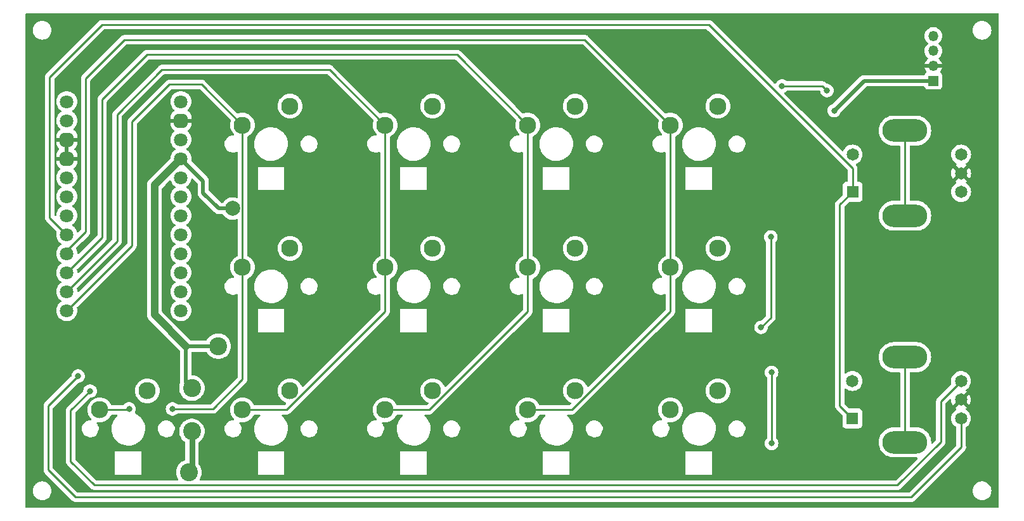
<source format=gbr>
%TF.GenerationSoftware,KiCad,Pcbnew,7.0.2*%
%TF.CreationDate,2023-08-21T12:10:16-07:00*%
%TF.ProjectId,Macropad_Project,4d616372-6f70-4616-945f-50726f6a6563,rev?*%
%TF.SameCoordinates,Original*%
%TF.FileFunction,Copper,L1,Top*%
%TF.FilePolarity,Positive*%
%FSLAX46Y46*%
G04 Gerber Fmt 4.6, Leading zero omitted, Abs format (unit mm)*
G04 Created by KiCad (PCBNEW 7.0.2) date 2023-08-21 12:10:16*
%MOMM*%
%LPD*%
G01*
G04 APERTURE LIST*
G04 Aperture macros list*
%AMRoundRect*
0 Rectangle with rounded corners*
0 $1 Rounding radius*
0 $2 $3 $4 $5 $6 $7 $8 $9 X,Y pos of 4 corners*
0 Add a 4 corners polygon primitive as box body*
4,1,4,$2,$3,$4,$5,$6,$7,$8,$9,$2,$3,0*
0 Add four circle primitives for the rounded corners*
1,1,$1+$1,$2,$3*
1,1,$1+$1,$4,$5*
1,1,$1+$1,$6,$7*
1,1,$1+$1,$8,$9*
0 Add four rect primitives between the rounded corners*
20,1,$1+$1,$2,$3,$4,$5,0*
20,1,$1+$1,$4,$5,$6,$7,0*
20,1,$1+$1,$6,$7,$8,$9,0*
20,1,$1+$1,$8,$9,$2,$3,0*%
G04 Aperture macros list end*
%TA.AperFunction,ComponentPad*%
%ADD10C,2.300000*%
%TD*%
%TA.AperFunction,ComponentPad*%
%ADD11R,1.650000X1.650000*%
%TD*%
%TA.AperFunction,ComponentPad*%
%ADD12C,1.650000*%
%TD*%
%TA.AperFunction,ComponentPad*%
%ADD13O,6.000000X3.000000*%
%TD*%
%TA.AperFunction,ComponentPad*%
%ADD14C,1.800000*%
%TD*%
%TA.AperFunction,ComponentPad*%
%ADD15RoundRect,0.450000X-0.450000X-0.450000X0.450000X-0.450000X0.450000X0.450000X-0.450000X0.450000X0*%
%TD*%
%TA.AperFunction,ComponentPad*%
%ADD16O,1.350000X1.350000*%
%TD*%
%TA.AperFunction,ComponentPad*%
%ADD17R,1.350000X1.350000*%
%TD*%
%TA.AperFunction,ViaPad*%
%ADD18C,0.800000*%
%TD*%
%TA.AperFunction,ViaPad*%
%ADD19C,2.400000*%
%TD*%
%TA.AperFunction,ViaPad*%
%ADD20C,2.000000*%
%TD*%
%TA.AperFunction,Conductor*%
%ADD21C,0.500000*%
%TD*%
%TA.AperFunction,Conductor*%
%ADD22C,0.250000*%
%TD*%
%TA.AperFunction,Conductor*%
%ADD23C,0.750000*%
%TD*%
%TA.AperFunction,Conductor*%
%ADD24C,1.000000*%
%TD*%
G04 APERTURE END LIST*
D10*
%TO.P,MX14,1,1*%
%TO.N,COL4*%
X109840000Y-69510000D03*
%TO.P,MX14,2,2*%
%TO.N,Net-(D14-A)*%
X116190000Y-66970000D03*
%TD*%
%TO.P,MX13,1,1*%
%TO.N,COL3*%
X90790000Y-69510000D03*
%TO.P,MX13,2,2*%
%TO.N,Net-(D13-A)*%
X97140000Y-66970000D03*
%TD*%
%TO.P,MX7,1,1*%
%TO.N,COL2*%
X90790000Y-50460000D03*
%TO.P,MX7,2,2*%
%TO.N,Net-(D7-A)*%
X97140000Y-47920000D03*
%TD*%
%TO.P,MX9,1,1*%
%TO.N,COL4*%
X128890000Y-50460000D03*
%TO.P,MX9,2,2*%
%TO.N,Net-(D9-A)*%
X135240000Y-47920000D03*
%TD*%
%TO.P,MX2,1,1*%
%TO.N,COL2*%
X90790000Y-31430000D03*
%TO.P,MX2,2,2*%
%TO.N,Net-(D2-A)*%
X97140000Y-28890000D03*
%TD*%
D11*
%TO.P,MT10,1*%
%TO.N,COL5*%
X153200000Y-70660000D03*
D12*
%TO.P,MT10,2*%
%TO.N,Net-(D10-A)*%
X153200000Y-65660000D03*
%TO.P,MT10,A,A*%
%TO.N,ENC_2_A*%
X167700000Y-70660000D03*
%TO.P,MT10,B,B*%
%TO.N,ENC_2_B*%
X167700000Y-65660000D03*
%TO.P,MT10,COM,COM*%
%TO.N,GND*%
X167700000Y-68160000D03*
D13*
%TO.P,MT10,S1,SHIELD*%
%TO.N,unconnected-(MT10-SHIELD-PadS1)*%
X160200000Y-73860000D03*
%TO.P,MT10,S2,SHIELD*%
X160200000Y-62460000D03*
%TD*%
D10*
%TO.P,MX11,2,2*%
%TO.N,Net-(D11-A)*%
X59040000Y-66970000D03*
%TO.P,MX11,1,1*%
%TO.N,COL1*%
X52690000Y-69510000D03*
%TD*%
D11*
%TO.P,MT5,1*%
%TO.N,COL5*%
X153210000Y-40360000D03*
D12*
%TO.P,MT5,2*%
%TO.N,Net-(D5-A)*%
X153210000Y-35360000D03*
%TO.P,MT5,A,A*%
%TO.N,ENC_1_A*%
X167710000Y-40360000D03*
%TO.P,MT5,B,B*%
%TO.N,ENC_1_B*%
X167710000Y-35360000D03*
%TO.P,MT5,COM,COM*%
%TO.N,GND*%
X167710000Y-37860000D03*
D13*
%TO.P,MT5,S1,SHIELD*%
%TO.N,unconnected-(MT5-SHIELD-PadS1)*%
X160210000Y-43560000D03*
%TO.P,MT5,S2,SHIELD*%
X160210000Y-32160000D03*
%TD*%
D10*
%TO.P,MX3,1,1*%
%TO.N,COL3*%
X109840000Y-31430000D03*
%TO.P,MX3,2,2*%
%TO.N,Net-(D3-A)*%
X116190000Y-28890000D03*
%TD*%
%TO.P,MX8,1,1*%
%TO.N,COL3*%
X109840000Y-50460000D03*
%TO.P,MX8,2,2*%
%TO.N,Net-(D8-A)*%
X116190000Y-47920000D03*
%TD*%
%TO.P,MX15,1,1*%
%TO.N,COL5*%
X128890000Y-69510000D03*
%TO.P,MX15,2,2*%
%TO.N,Net-(D15-A)*%
X135240000Y-66970000D03*
%TD*%
%TO.P,MX12,1,1*%
%TO.N,COL2*%
X71750000Y-69510000D03*
%TO.P,MX12,2,2*%
%TO.N,Net-(D12-A)*%
X78100000Y-66970000D03*
%TD*%
%TO.P,MX4,1,1*%
%TO.N,COL4*%
X128890000Y-31430000D03*
%TO.P,MX4,2,2*%
%TO.N,Net-(D4-A)*%
X135240000Y-28890000D03*
%TD*%
D14*
%TO.P,U1,1,D3-TX*%
%TO.N,unconnected-(U1-D3-TX-Pad1)*%
X48285000Y-28300000D03*
%TO.P,U1,2,D2-RX*%
%TO.N,unconnected-(U1-D2-RX-Pad2)*%
X48285000Y-30840000D03*
D15*
%TO.P,U1,3,GND*%
%TO.N,GND*%
X48285000Y-33380000D03*
%TO.P,U1,4,GND*%
X48285000Y-35920000D03*
D14*
%TO.P,U1,5,D1*%
%TO.N,SDA*%
X48285000Y-38460000D03*
%TO.P,U1,6,D0*%
%TO.N,SCL*%
X48285000Y-41000000D03*
%TO.P,U1,7,D4*%
%TO.N,unconnected-(U1-D4-Pad7)*%
X48285000Y-43540000D03*
%TO.P,U1,8,C6*%
%TO.N,COL5*%
X48285000Y-46080000D03*
%TO.P,U1,9,D7*%
%TO.N,COL4*%
X48285000Y-48620000D03*
%TO.P,U1,10,E6*%
%TO.N,COL3*%
X48285000Y-51160000D03*
%TO.P,U1,11,B4*%
%TO.N,COL2*%
X48285000Y-53700000D03*
%TO.P,U1,12,B5*%
%TO.N,COL1*%
X48285000Y-56240000D03*
%TO.P,U1,13,B0*%
%TO.N,unconnected-(U1-B0-Pad13)*%
X63525000Y-28300000D03*
D15*
%TO.P,U1,14,GND*%
%TO.N,GND*%
X63525000Y-30840000D03*
D14*
%TO.P,U1,15,RST*%
%TO.N,unconnected-(U1-RST-Pad15)*%
X63525000Y-33380000D03*
%TO.P,U1,16,VCC*%
%TO.N,+5V*%
X63525000Y-35920000D03*
%TO.P,U1,17,F4*%
%TO.N,ROW1*%
X63525000Y-38460000D03*
%TO.P,U1,18,F5*%
%TO.N,Din*%
X63525000Y-41000000D03*
%TO.P,U1,19,F6*%
%TO.N,ROW2*%
X63525000Y-43540000D03*
%TO.P,U1,20,F7*%
%TO.N,ROW3*%
X63525000Y-46080000D03*
%TO.P,U1,21,B1*%
%TO.N,ENC_1_A*%
X63525000Y-48620000D03*
%TO.P,U1,22,B3*%
%TO.N,ENC_1_B*%
X63525000Y-51160000D03*
%TO.P,U1,23,B2*%
%TO.N,ENC_2_A*%
X63525000Y-53700000D03*
%TO.P,U1,24,B6*%
%TO.N,ENC_2_B*%
X63525000Y-56240000D03*
%TD*%
D10*
%TO.P,MX6,2,2*%
%TO.N,Net-(D6-A)*%
X78100000Y-47920000D03*
%TO.P,MX6,1,1*%
%TO.N,COL1*%
X71750000Y-50460000D03*
%TD*%
%TO.P,MX1,1,1*%
%TO.N,COL1*%
X71750000Y-31430000D03*
%TO.P,MX1,2,2*%
%TO.N,Net-(D1-A)*%
X78100000Y-28890000D03*
%TD*%
D16*
%TO.P,J1,4,Pin_4*%
%TO.N,SDA*%
X164000000Y-19500000D03*
%TO.P,J1,3,Pin_3*%
%TO.N,SCL*%
X164000000Y-21500000D03*
%TO.P,J1,2,Pin_2*%
%TO.N,GND*%
X164000000Y-23500000D03*
D17*
%TO.P,J1,1,Pin_1*%
%TO.N,+5V*%
X164000000Y-25500000D03*
%TD*%
D18*
%TO.N,GND*%
X161200000Y-19600000D03*
%TO.N,Net-(RGB8-DOUT)*%
X142400000Y-64500000D03*
%TO.N,COL1*%
X56600000Y-69400000D03*
%TO.N,Net-(RGB8-DOUT)*%
X142400000Y-74000000D03*
%TO.N,ENC_2_A*%
X49800000Y-65000000D03*
%TO.N,ENC_2_B*%
X51400000Y-67000000D03*
%TO.N,Net-(RGB4-DOUT)*%
X140987500Y-58487500D03*
X142300000Y-46400000D03*
%TO.N,GND*%
X51000000Y-75500000D03*
X66800000Y-77600000D03*
X85200000Y-77600000D03*
X104200000Y-77600000D03*
X123400000Y-77600000D03*
X123400000Y-58487500D03*
X104400000Y-58487500D03*
X85600000Y-58487500D03*
X68200000Y-58600000D03*
X68200000Y-39200000D03*
X85800000Y-39400000D03*
X123600000Y-39400000D03*
X104800000Y-39400000D03*
%TO.N,COL1*%
X62400000Y-69400000D03*
D19*
%TO.N,+5V*%
X65000000Y-72400000D03*
X65000000Y-66600000D03*
D20*
X70425500Y-42600000D03*
D18*
%TO.N,ROW1*%
X149788750Y-26811250D03*
X143800000Y-26200000D03*
D19*
%TO.N,+5V*%
X64600000Y-77875500D03*
X68500000Y-61000000D03*
D18*
X150750000Y-29500000D03*
%TD*%
D21*
%TO.N,+5V*%
X64200000Y-65800000D02*
X64200000Y-61000000D01*
X65000000Y-66600000D02*
X64200000Y-65800000D01*
D22*
%TO.N,ROW1*%
X149177500Y-26200000D02*
X143800000Y-26200000D01*
X149788750Y-26811250D02*
X149177500Y-26200000D01*
D21*
%TO.N,+5V*%
X150750000Y-29500000D02*
X154750000Y-25500000D01*
X154750000Y-25500000D02*
X164000000Y-25500000D01*
D22*
%TO.N,unconnected-(MT10-SHIELD-PadS1)*%
X160200000Y-73860000D02*
X160200000Y-62460000D01*
%TO.N,ENC_2_B*%
X165000000Y-73800000D02*
X165000000Y-68360000D01*
X159200000Y-79600000D02*
X165000000Y-73800000D01*
X52000000Y-79600000D02*
X159200000Y-79600000D01*
X48800000Y-76400000D02*
X52000000Y-79600000D01*
X48800000Y-69600000D02*
X48800000Y-76400000D01*
X51400000Y-67000000D02*
X48800000Y-69600000D01*
X165000000Y-68360000D02*
X167700000Y-65660000D01*
%TO.N,unconnected-(MT5-SHIELD-PadS1)*%
X160210000Y-32160000D02*
X160210000Y-43560000D01*
D23*
%TO.N,+5V*%
X65000000Y-77475500D02*
X65000000Y-72400000D01*
X64600000Y-77875500D02*
X65000000Y-77475500D01*
D22*
%TO.N,ENC_2_A*%
X167700000Y-74450000D02*
X167700000Y-70660000D01*
X167750000Y-74500000D02*
X167700000Y-74450000D01*
X161050000Y-81200000D02*
X167750000Y-74500000D01*
X45800000Y-69000000D02*
X45800000Y-77550000D01*
X45800000Y-77550000D02*
X49450000Y-81200000D01*
X49800000Y-65000000D02*
X45800000Y-69000000D01*
X49450000Y-81200000D02*
X161050000Y-81200000D01*
%TO.N,COL1*%
X56490000Y-69510000D02*
X52690000Y-69510000D01*
X56600000Y-69400000D02*
X56490000Y-69510000D01*
X71750000Y-65450000D02*
X71750000Y-50460000D01*
X67800000Y-69400000D02*
X71750000Y-65450000D01*
X62400000Y-69400000D02*
X67800000Y-69400000D01*
D24*
%TO.N,+5V*%
X60000000Y-56800000D02*
X64200000Y-61000000D01*
X60000000Y-39445000D02*
X60000000Y-56800000D01*
X63525000Y-35920000D02*
X60000000Y-39445000D01*
D22*
%TO.N,COL1*%
X62000000Y-26000000D02*
X66320000Y-26000000D01*
X66320000Y-26000000D02*
X71750000Y-31430000D01*
X57000000Y-47525000D02*
X57000000Y-31000000D01*
X48285000Y-56240000D02*
X57000000Y-47525000D01*
X57000000Y-31000000D02*
X62000000Y-26000000D01*
%TO.N,COL2*%
X83360000Y-24000000D02*
X90790000Y-31430000D01*
X55000000Y-46985000D02*
X55000000Y-30000000D01*
X55000000Y-30000000D02*
X61000000Y-24000000D01*
X61000000Y-24000000D02*
X83360000Y-24000000D01*
X48285000Y-53700000D02*
X55000000Y-46985000D01*
%TO.N,COL3*%
X100410000Y-22000000D02*
X109840000Y-31430000D01*
X53000000Y-46445000D02*
X53000000Y-28000000D01*
X48285000Y-51160000D02*
X53000000Y-46445000D01*
X53000000Y-28000000D02*
X59000000Y-22000000D01*
X59000000Y-22000000D02*
X100410000Y-22000000D01*
%TO.N,COL4*%
X117460000Y-20000000D02*
X128890000Y-31430000D01*
X56000000Y-20000000D02*
X117460000Y-20000000D01*
X50800000Y-45700000D02*
X50800000Y-25200000D01*
X50800000Y-25200000D02*
X56000000Y-20000000D01*
X48285000Y-48215000D02*
X50800000Y-45700000D01*
X48285000Y-48620000D02*
X48285000Y-48215000D01*
%TO.N,COL5*%
X153210000Y-37210000D02*
X153210000Y-40360000D01*
X134000000Y-18000000D02*
X153210000Y-37210000D01*
X46000000Y-25000000D02*
X53000000Y-18000000D01*
X46000000Y-43795000D02*
X46000000Y-25000000D01*
X53000000Y-18000000D02*
X134000000Y-18000000D01*
X48285000Y-46080000D02*
X46000000Y-43795000D01*
%TO.N,Net-(RGB8-DOUT)*%
X142400000Y-74000000D02*
X142400000Y-64500000D01*
D21*
%TO.N,+5V*%
X64200000Y-61000000D02*
X68500000Y-61000000D01*
D22*
%TO.N,COL5*%
X151500000Y-68960000D02*
X151500000Y-42070000D01*
X151500000Y-42070000D02*
X153210000Y-40360000D01*
X153200000Y-70660000D02*
X151500000Y-68960000D01*
D21*
%TO.N,+5V*%
X68600000Y-42600000D02*
X70425500Y-42600000D01*
X66500000Y-40500000D02*
X68600000Y-42600000D01*
X66500000Y-38895000D02*
X66500000Y-40500000D01*
X63525000Y-35920000D02*
X66500000Y-38895000D01*
D22*
%TO.N,Net-(RGB4-DOUT)*%
X142300000Y-57175000D02*
X140987500Y-58487500D01*
X142300000Y-46400000D02*
X142300000Y-57175000D01*
%TO.N,COL4*%
X128890000Y-56355966D02*
X115735966Y-69510000D01*
X115735966Y-69510000D02*
X109840000Y-69510000D01*
X128890000Y-50460000D02*
X128890000Y-56355966D01*
%TO.N,COL3*%
X96685966Y-69510000D02*
X90790000Y-69510000D01*
X109840000Y-56355966D02*
X96685966Y-69510000D01*
X109840000Y-50460000D02*
X109840000Y-56355966D01*
%TO.N,COL2*%
X90790000Y-56365966D02*
X77645966Y-69510000D01*
X77645966Y-69510000D02*
X71750000Y-69510000D01*
X90790000Y-50460000D02*
X90790000Y-56365966D01*
%TO.N,COL1*%
X71750000Y-31430000D02*
X71750000Y-50460000D01*
%TO.N,COL2*%
X90790000Y-31430000D02*
X90790000Y-50460000D01*
%TO.N,COL3*%
X109840000Y-31430000D02*
X109840000Y-50460000D01*
%TO.N,COL4*%
X128890000Y-31430000D02*
X128890000Y-50460000D01*
%TD*%
%TA.AperFunction,Conductor*%
%TO.N,GND*%
G36*
X48535000Y-35484498D02*
G01*
X48427315Y-35435320D01*
X48320763Y-35420000D01*
X48249237Y-35420000D01*
X48142685Y-35435320D01*
X48035000Y-35484498D01*
X48035000Y-33815501D01*
X48142685Y-33864680D01*
X48249237Y-33880000D01*
X48320763Y-33880000D01*
X48427315Y-33864680D01*
X48535000Y-33815501D01*
X48535000Y-35484498D01*
G37*
%TD.AperFunction*%
%TA.AperFunction,Conductor*%
G36*
X172692539Y-16520185D02*
G01*
X172738294Y-16572989D01*
X172749500Y-16624500D01*
X172749500Y-82475500D01*
X172729815Y-82542539D01*
X172677011Y-82588294D01*
X172625500Y-82599500D01*
X42874500Y-82599500D01*
X42807461Y-82579815D01*
X42761706Y-82527011D01*
X42750500Y-82475500D01*
X42750500Y-80334999D01*
X43744722Y-80334999D01*
X43749179Y-80385945D01*
X43746427Y-80399636D01*
X43753032Y-80436034D01*
X43754391Y-80445658D01*
X43754398Y-80445727D01*
X43755031Y-80458242D01*
X43755031Y-80489319D01*
X43759621Y-80505302D01*
X43763792Y-80552978D01*
X43777881Y-80605559D01*
X43777517Y-80620842D01*
X43790988Y-80656735D01*
X43794659Y-80668171D01*
X43794875Y-80668976D01*
X43797118Y-80678970D01*
X43802383Y-80707987D01*
X43808881Y-80721252D01*
X43820424Y-80764330D01*
X43844826Y-80816660D01*
X43847315Y-80833047D01*
X43867533Y-80866886D01*
X43873483Y-80878113D01*
X43874496Y-80880287D01*
X43878191Y-80889088D01*
X43887838Y-80914791D01*
X43895425Y-80925168D01*
X43912898Y-80962640D01*
X43947918Y-81012652D01*
X43953612Y-81029537D01*
X43980105Y-81059860D01*
X43988306Y-81070332D01*
X43991067Y-81074276D01*
X43995932Y-81081788D01*
X44008684Y-81103131D01*
X44016539Y-81110653D01*
X44038402Y-81141877D01*
X44083929Y-81187404D01*
X44093047Y-81204103D01*
X44125038Y-81229615D01*
X44135406Y-81238881D01*
X44141187Y-81244662D01*
X44146887Y-81250759D01*
X44161080Y-81267005D01*
X44168427Y-81271902D01*
X44193123Y-81296598D01*
X44248597Y-81335441D01*
X44261207Y-81351216D01*
X44297658Y-81370832D01*
X44310019Y-81378450D01*
X44320385Y-81385708D01*
X44326577Y-81390337D01*
X44340187Y-81401191D01*
X44346334Y-81403878D01*
X44372361Y-81422102D01*
X44428581Y-81448317D01*
X44436769Y-81452136D01*
X44452780Y-81466233D01*
X44492469Y-81479129D01*
X44506556Y-81484678D01*
X44523281Y-81492477D01*
X44529637Y-81495666D01*
X44540302Y-81501405D01*
X44544694Y-81502463D01*
X44570666Y-81514574D01*
X44642553Y-81533836D01*
X44661711Y-81545513D01*
X44703279Y-81551144D01*
X44718726Y-81554246D01*
X44743708Y-81560940D01*
X44749932Y-81562784D01*
X44755035Y-81564442D01*
X44757285Y-81564579D01*
X44782021Y-81571207D01*
X44859495Y-81577985D01*
X44881389Y-81586549D01*
X44923408Y-81584662D01*
X44939777Y-81585009D01*
X44974990Y-81588089D01*
X44977195Y-81588334D01*
X44977450Y-81588304D01*
X45000000Y-81590277D01*
X45000001Y-81590276D01*
X45000002Y-81590277D01*
X45080827Y-81583206D01*
X45104893Y-81588042D01*
X45145913Y-81578680D01*
X45162701Y-81576043D01*
X45178771Y-81574636D01*
X45217977Y-81571207D01*
X45429330Y-81514575D01*
X45627639Y-81422102D01*
X45806877Y-81296598D01*
X45961598Y-81141877D01*
X46087102Y-80962639D01*
X46179575Y-80764330D01*
X46236207Y-80552977D01*
X46255277Y-80335000D01*
X46236207Y-80117023D01*
X46179575Y-79905670D01*
X46087102Y-79707362D01*
X45961598Y-79528123D01*
X45806877Y-79373402D01*
X45627639Y-79247898D01*
X45528211Y-79201534D01*
X45429331Y-79155425D01*
X45217974Y-79098792D01*
X45162710Y-79093957D01*
X45145925Y-79091320D01*
X45113000Y-79083805D01*
X45080830Y-79086793D01*
X45000000Y-79079722D01*
X44977449Y-79081695D01*
X44977260Y-79081657D01*
X44974969Y-79081912D01*
X44939788Y-79084990D01*
X44923417Y-79085337D01*
X44889340Y-79083806D01*
X44859500Y-79092014D01*
X44782024Y-79098792D01*
X44757280Y-79105422D01*
X44755572Y-79105381D01*
X44749900Y-79107224D01*
X44743682Y-79109065D01*
X44718742Y-79115748D01*
X44703292Y-79118852D01*
X44669240Y-79123464D01*
X44642556Y-79136163D01*
X44570665Y-79155426D01*
X44544694Y-79167537D01*
X44541310Y-79168050D01*
X44529614Y-79174345D01*
X44523255Y-79177535D01*
X44506563Y-79185318D01*
X44492481Y-79190865D01*
X44459643Y-79201534D01*
X44436774Y-79217862D01*
X44372357Y-79247900D01*
X44346333Y-79266122D01*
X44341518Y-79267745D01*
X44326563Y-79279672D01*
X44320371Y-79284302D01*
X44310026Y-79291545D01*
X44297669Y-79299160D01*
X44267222Y-79315544D01*
X44248600Y-79334556D01*
X44193125Y-79373399D01*
X44168426Y-79398099D01*
X44162556Y-79401303D01*
X44146877Y-79419250D01*
X44141179Y-79425345D01*
X44135407Y-79431117D01*
X44125040Y-79440382D01*
X44098075Y-79461885D01*
X44083931Y-79482593D01*
X44038404Y-79528120D01*
X44016538Y-79559348D01*
X44010104Y-79564490D01*
X43995929Y-79588215D01*
X43991065Y-79595726D01*
X43988311Y-79599660D01*
X43980111Y-79610131D01*
X43957572Y-79635928D01*
X43947920Y-79657344D01*
X43912897Y-79707362D01*
X43895424Y-79744833D01*
X43888989Y-79752140D01*
X43878190Y-79780915D01*
X43874471Y-79789767D01*
X43873461Y-79791932D01*
X43867536Y-79803107D01*
X43850184Y-79832149D01*
X43844827Y-79853337D01*
X43820424Y-79905670D01*
X43808881Y-79948747D01*
X43803057Y-79958301D01*
X43797117Y-79991031D01*
X43794888Y-80000969D01*
X43794674Y-80001768D01*
X43790990Y-80013256D01*
X43779331Y-80044322D01*
X43777882Y-80064440D01*
X43763792Y-80117023D01*
X43759621Y-80164698D01*
X43755031Y-80176431D01*
X43755031Y-80211757D01*
X43754508Y-80223130D01*
X43754501Y-80223206D01*
X43753032Y-80233972D01*
X43747268Y-80265731D01*
X43749179Y-80284053D01*
X43744722Y-80334999D01*
X42750500Y-80334999D01*
X42750500Y-68980194D01*
X45169840Y-68980194D01*
X45173950Y-69023673D01*
X45174500Y-69035343D01*
X45174500Y-77467256D01*
X45172235Y-77487766D01*
X45174439Y-77557872D01*
X45174500Y-77561767D01*
X45174500Y-77589350D01*
X45174988Y-77593219D01*
X45174989Y-77593225D01*
X45175004Y-77593343D01*
X45175918Y-77604967D01*
X45177290Y-77648626D01*
X45182879Y-77667860D01*
X45186825Y-77686916D01*
X45189335Y-77706792D01*
X45205414Y-77747404D01*
X45209197Y-77758451D01*
X45221382Y-77800391D01*
X45231580Y-77817635D01*
X45240136Y-77835100D01*
X45247514Y-77853732D01*
X45247515Y-77853733D01*
X45273180Y-77889059D01*
X45279593Y-77898822D01*
X45301826Y-77936416D01*
X45301829Y-77936419D01*
X45301830Y-77936420D01*
X45315995Y-77950585D01*
X45328627Y-77965375D01*
X45340406Y-77981587D01*
X45374058Y-78009426D01*
X45382699Y-78017289D01*
X48949197Y-81583787D01*
X48962098Y-81599889D01*
X48964212Y-81601874D01*
X48964214Y-81601877D01*
X49011561Y-81646339D01*
X49013240Y-81647916D01*
X49016036Y-81650626D01*
X49035530Y-81670120D01*
X49038615Y-81672513D01*
X49038701Y-81672580D01*
X49047573Y-81680158D01*
X49079418Y-81710062D01*
X49096974Y-81719714D01*
X49113231Y-81730392D01*
X49129064Y-81742674D01*
X49145185Y-81749649D01*
X49169156Y-81760023D01*
X49179643Y-81765160D01*
X49217908Y-81786197D01*
X49237316Y-81791180D01*
X49255710Y-81797478D01*
X49274105Y-81805438D01*
X49317254Y-81812271D01*
X49328680Y-81814638D01*
X49344222Y-81818629D01*
X49370980Y-81825500D01*
X49370981Y-81825500D01*
X49391016Y-81825500D01*
X49410413Y-81827026D01*
X49430196Y-81830160D01*
X49473674Y-81826050D01*
X49485344Y-81825500D01*
X160967256Y-81825500D01*
X160987762Y-81827764D01*
X160990665Y-81827672D01*
X160990667Y-81827673D01*
X161057872Y-81825561D01*
X161061768Y-81825500D01*
X161085448Y-81825500D01*
X161089350Y-81825500D01*
X161093313Y-81824999D01*
X161104962Y-81824080D01*
X161148627Y-81822709D01*
X161167859Y-81817120D01*
X161186918Y-81813174D01*
X161194091Y-81812268D01*
X161206792Y-81810664D01*
X161247407Y-81794582D01*
X161258444Y-81790803D01*
X161300390Y-81778618D01*
X161317629Y-81768422D01*
X161335102Y-81759862D01*
X161353732Y-81752486D01*
X161389064Y-81726814D01*
X161398830Y-81720400D01*
X161436418Y-81698171D01*
X161436417Y-81698171D01*
X161436420Y-81698170D01*
X161450585Y-81684004D01*
X161465373Y-81671373D01*
X161481587Y-81659594D01*
X161509438Y-81625926D01*
X161517279Y-81617309D01*
X162799589Y-80334999D01*
X169244722Y-80334999D01*
X169249179Y-80385945D01*
X169246427Y-80399636D01*
X169253032Y-80436034D01*
X169254409Y-80445835D01*
X169254417Y-80445915D01*
X169255032Y-80458253D01*
X169255032Y-80489322D01*
X169259621Y-80505302D01*
X169263792Y-80552978D01*
X169277881Y-80605559D01*
X169277517Y-80620842D01*
X169290988Y-80656735D01*
X169294659Y-80668171D01*
X169294875Y-80668976D01*
X169297118Y-80678970D01*
X169302383Y-80707987D01*
X169308881Y-80721252D01*
X169320424Y-80764330D01*
X169344826Y-80816660D01*
X169347315Y-80833047D01*
X169367533Y-80866886D01*
X169373483Y-80878113D01*
X169374496Y-80880287D01*
X169378191Y-80889088D01*
X169387838Y-80914791D01*
X169395425Y-80925168D01*
X169412898Y-80962640D01*
X169447918Y-81012652D01*
X169453612Y-81029537D01*
X169480105Y-81059860D01*
X169488306Y-81070332D01*
X169491067Y-81074276D01*
X169495932Y-81081788D01*
X169508684Y-81103131D01*
X169516539Y-81110653D01*
X169538402Y-81141877D01*
X169583929Y-81187404D01*
X169593047Y-81204103D01*
X169625038Y-81229615D01*
X169635406Y-81238881D01*
X169641187Y-81244662D01*
X169646887Y-81250759D01*
X169661080Y-81267005D01*
X169668427Y-81271902D01*
X169693123Y-81296598D01*
X169748597Y-81335441D01*
X169761207Y-81351216D01*
X169797658Y-81370832D01*
X169810019Y-81378450D01*
X169820385Y-81385708D01*
X169826577Y-81390337D01*
X169840187Y-81401191D01*
X169846334Y-81403878D01*
X169872361Y-81422102D01*
X169928581Y-81448317D01*
X169936769Y-81452136D01*
X169952780Y-81466233D01*
X169992469Y-81479129D01*
X170006556Y-81484678D01*
X170023281Y-81492477D01*
X170029637Y-81495666D01*
X170040302Y-81501405D01*
X170044694Y-81502463D01*
X170070666Y-81514574D01*
X170142553Y-81533836D01*
X170161711Y-81545513D01*
X170203279Y-81551144D01*
X170218726Y-81554246D01*
X170243708Y-81560940D01*
X170249932Y-81562784D01*
X170255035Y-81564442D01*
X170257285Y-81564579D01*
X170282021Y-81571207D01*
X170359495Y-81577985D01*
X170381389Y-81586549D01*
X170423408Y-81584662D01*
X170439777Y-81585009D01*
X170474990Y-81588089D01*
X170477195Y-81588334D01*
X170477450Y-81588304D01*
X170500000Y-81590277D01*
X170500001Y-81590276D01*
X170500002Y-81590277D01*
X170580827Y-81583206D01*
X170604893Y-81588042D01*
X170645913Y-81578680D01*
X170662701Y-81576043D01*
X170678771Y-81574636D01*
X170717977Y-81571207D01*
X170929330Y-81514575D01*
X171127639Y-81422102D01*
X171306877Y-81296598D01*
X171461598Y-81141877D01*
X171587102Y-80962639D01*
X171679575Y-80764330D01*
X171736207Y-80552977D01*
X171755277Y-80335000D01*
X171736207Y-80117023D01*
X171679575Y-79905670D01*
X171587102Y-79707362D01*
X171461598Y-79528123D01*
X171306877Y-79373402D01*
X171127639Y-79247898D01*
X171028211Y-79201534D01*
X170929331Y-79155425D01*
X170717974Y-79098792D01*
X170662710Y-79093957D01*
X170645925Y-79091320D01*
X170613000Y-79083805D01*
X170580830Y-79086793D01*
X170500000Y-79079722D01*
X170477449Y-79081695D01*
X170477260Y-79081657D01*
X170474969Y-79081912D01*
X170439788Y-79084990D01*
X170423417Y-79085337D01*
X170389340Y-79083806D01*
X170359500Y-79092014D01*
X170282024Y-79098792D01*
X170257280Y-79105422D01*
X170255572Y-79105381D01*
X170249900Y-79107224D01*
X170243682Y-79109065D01*
X170218742Y-79115748D01*
X170203292Y-79118852D01*
X170169240Y-79123464D01*
X170142556Y-79136163D01*
X170070665Y-79155426D01*
X170044694Y-79167537D01*
X170041310Y-79168050D01*
X170029614Y-79174345D01*
X170023255Y-79177535D01*
X170006563Y-79185318D01*
X169992481Y-79190865D01*
X169959643Y-79201534D01*
X169936774Y-79217862D01*
X169872357Y-79247900D01*
X169846333Y-79266122D01*
X169841518Y-79267745D01*
X169826563Y-79279672D01*
X169820371Y-79284302D01*
X169810026Y-79291545D01*
X169797669Y-79299160D01*
X169767222Y-79315544D01*
X169748600Y-79334556D01*
X169693125Y-79373399D01*
X169668426Y-79398099D01*
X169662556Y-79401303D01*
X169646877Y-79419250D01*
X169641179Y-79425345D01*
X169635407Y-79431117D01*
X169625040Y-79440382D01*
X169598075Y-79461885D01*
X169583931Y-79482593D01*
X169538404Y-79528120D01*
X169516538Y-79559348D01*
X169510104Y-79564490D01*
X169495929Y-79588215D01*
X169491065Y-79595726D01*
X169488311Y-79599660D01*
X169480111Y-79610131D01*
X169457572Y-79635928D01*
X169447920Y-79657344D01*
X169412897Y-79707362D01*
X169395424Y-79744833D01*
X169388989Y-79752140D01*
X169378190Y-79780915D01*
X169374471Y-79789767D01*
X169373461Y-79791932D01*
X169367536Y-79803107D01*
X169350184Y-79832149D01*
X169344827Y-79853337D01*
X169320424Y-79905670D01*
X169308881Y-79948747D01*
X169303057Y-79958301D01*
X169297117Y-79991031D01*
X169294888Y-80000969D01*
X169294674Y-80001768D01*
X169290990Y-80013256D01*
X169279331Y-80044322D01*
X169277882Y-80064440D01*
X169263792Y-80117023D01*
X169259621Y-80164696D01*
X169255032Y-80176427D01*
X169255032Y-80211746D01*
X169254511Y-80223100D01*
X169254503Y-80223187D01*
X169253032Y-80233972D01*
X169247268Y-80265731D01*
X169249179Y-80284053D01*
X169244722Y-80334999D01*
X162799589Y-80334999D01*
X168142200Y-74992389D01*
X168160178Y-74977517D01*
X168166938Y-74972924D01*
X168203631Y-74931301D01*
X168208936Y-74925653D01*
X168220120Y-74914471D01*
X168229811Y-74901976D01*
X168234747Y-74896008D01*
X168271450Y-74854378D01*
X168275157Y-74847101D01*
X168287664Y-74827392D01*
X168292673Y-74820936D01*
X168314710Y-74770007D01*
X168318008Y-74763000D01*
X168343198Y-74713565D01*
X168344980Y-74705590D01*
X168352195Y-74683389D01*
X168355438Y-74675896D01*
X168364118Y-74621080D01*
X168365566Y-74613487D01*
X168377673Y-74559333D01*
X168377416Y-74551163D01*
X168378882Y-74527869D01*
X168380160Y-74519804D01*
X168374939Y-74464579D01*
X168374451Y-74456814D01*
X168372710Y-74401373D01*
X168370427Y-74393516D01*
X168366055Y-74370593D01*
X168365287Y-74362467D01*
X168346498Y-74310277D01*
X168344099Y-74302896D01*
X168330422Y-74255821D01*
X168325500Y-74221229D01*
X168325500Y-71904706D01*
X168345185Y-71837667D01*
X168378371Y-71803135D01*
X168555269Y-71679270D01*
X168719270Y-71515269D01*
X168852301Y-71325282D01*
X168950320Y-71115079D01*
X169010349Y-70891050D01*
X169030563Y-70660000D01*
X169010349Y-70428950D01*
X168950320Y-70204921D01*
X168852301Y-69994719D01*
X168719270Y-69804731D01*
X168555269Y-69640730D01*
X168370377Y-69511266D01*
X168326756Y-69456693D01*
X168319563Y-69387194D01*
X168351085Y-69324840D01*
X168370381Y-69308120D01*
X168443423Y-69256975D01*
X167871568Y-68685121D01*
X167988458Y-68634349D01*
X168105739Y-68538934D01*
X168192928Y-68415415D01*
X168223354Y-68329802D01*
X168796975Y-68903423D01*
X168851867Y-68825028D01*
X168949848Y-68614907D01*
X169009854Y-68390961D01*
X169030061Y-68160000D01*
X169009854Y-67929038D01*
X168949848Y-67705092D01*
X168851867Y-67494972D01*
X168796974Y-67416576D01*
X168225929Y-67987622D01*
X168223116Y-67974085D01*
X168153558Y-67839844D01*
X168050362Y-67729348D01*
X167921181Y-67650791D01*
X167869996Y-67636449D01*
X168443423Y-67063023D01*
X168443422Y-67063022D01*
X168370382Y-67011879D01*
X168326757Y-66957302D01*
X168319563Y-66887804D01*
X168351086Y-66825449D01*
X168370376Y-66808733D01*
X168555269Y-66679270D01*
X168719270Y-66515269D01*
X168852301Y-66325282D01*
X168950320Y-66115079D01*
X169010349Y-65891050D01*
X169030563Y-65660000D01*
X169010349Y-65428950D01*
X168950320Y-65204921D01*
X168852301Y-64994719D01*
X168719270Y-64804731D01*
X168555269Y-64640730D01*
X168365282Y-64507699D01*
X168231244Y-64445196D01*
X168155080Y-64409680D01*
X167931047Y-64349650D01*
X167700000Y-64329436D01*
X167468952Y-64349650D01*
X167244919Y-64409680D01*
X167034721Y-64507698D01*
X167034719Y-64507699D01*
X166844731Y-64640730D01*
X166844727Y-64640733D01*
X166680733Y-64804727D01*
X166680730Y-64804730D01*
X166680730Y-64804731D01*
X166558252Y-64979649D01*
X166547698Y-64994721D01*
X166449680Y-65204919D01*
X166389650Y-65428952D01*
X166369436Y-65660000D01*
X166389650Y-65891049D01*
X166412268Y-65975460D01*
X166410605Y-66045310D01*
X166380174Y-66095234D01*
X164616208Y-67859199D01*
X164600110Y-67872096D01*
X164552096Y-67923225D01*
X164549392Y-67926016D01*
X164532628Y-67942780D01*
X164532621Y-67942787D01*
X164529880Y-67945529D01*
X164527499Y-67948597D01*
X164527490Y-67948608D01*
X164527411Y-67948711D01*
X164519842Y-67957572D01*
X164489935Y-67989420D01*
X164480285Y-68006974D01*
X164469609Y-68023228D01*
X164457326Y-68039063D01*
X164439975Y-68079158D01*
X164434838Y-68089644D01*
X164413802Y-68127907D01*
X164408821Y-68147309D01*
X164402520Y-68165711D01*
X164394561Y-68184102D01*
X164387728Y-68227242D01*
X164385360Y-68238674D01*
X164374500Y-68280977D01*
X164374500Y-68301016D01*
X164372973Y-68320414D01*
X164369840Y-68340194D01*
X164373950Y-68383673D01*
X164374500Y-68395343D01*
X164374500Y-73489546D01*
X164354815Y-73556585D01*
X164338181Y-73577227D01*
X163913747Y-74001661D01*
X163852424Y-74035146D01*
X163782732Y-74030162D01*
X163726799Y-73988290D01*
X163702382Y-73922826D01*
X163702382Y-73905133D01*
X163705610Y-73859999D01*
X163702159Y-73811744D01*
X163685196Y-73574572D01*
X163624369Y-73294954D01*
X163524367Y-73026839D01*
X163437779Y-72868266D01*
X163387227Y-72775686D01*
X163296249Y-72654154D01*
X163215739Y-72546605D01*
X163013395Y-72344261D01*
X162835251Y-72210904D01*
X162784313Y-72172772D01*
X162533163Y-72035634D01*
X162533162Y-72035633D01*
X162533161Y-72035633D01*
X162265046Y-71935631D01*
X162265041Y-71935629D01*
X161985429Y-71874804D01*
X161773658Y-71859658D01*
X161773656Y-71859657D01*
X161771448Y-71859500D01*
X161769233Y-71859500D01*
X160949500Y-71859500D01*
X160882461Y-71839815D01*
X160836706Y-71787011D01*
X160825500Y-71735500D01*
X160825500Y-64584500D01*
X160845185Y-64517461D01*
X160897989Y-64471706D01*
X160949500Y-64460500D01*
X161769233Y-64460500D01*
X161771448Y-64460500D01*
X161985428Y-64445196D01*
X162265046Y-64384369D01*
X162533161Y-64284367D01*
X162784315Y-64147226D01*
X163013395Y-63975739D01*
X163215739Y-63773395D01*
X163387226Y-63544315D01*
X163524367Y-63293161D01*
X163624369Y-63025046D01*
X163685196Y-62745428D01*
X163705610Y-62460000D01*
X163685196Y-62174572D01*
X163624369Y-61894954D01*
X163524367Y-61626839D01*
X163387226Y-61375685D01*
X163215739Y-61146605D01*
X163013395Y-60944261D01*
X162898854Y-60858517D01*
X162784313Y-60772772D01*
X162533163Y-60635634D01*
X162533162Y-60635633D01*
X162533161Y-60635633D01*
X162265046Y-60535631D01*
X162265041Y-60535629D01*
X161985429Y-60474804D01*
X161773658Y-60459658D01*
X161773656Y-60459657D01*
X161771448Y-60459500D01*
X158628552Y-60459500D01*
X158626344Y-60459657D01*
X158626341Y-60459658D01*
X158414570Y-60474804D01*
X158134958Y-60535629D01*
X157866836Y-60635634D01*
X157615686Y-60772772D01*
X157386602Y-60944263D01*
X157184263Y-61146602D01*
X157012772Y-61375686D01*
X156875634Y-61626836D01*
X156775629Y-61894958D01*
X156714804Y-62174570D01*
X156694389Y-62460000D01*
X156714804Y-62745429D01*
X156775629Y-63025041D01*
X156875634Y-63293163D01*
X157012772Y-63544313D01*
X157054085Y-63599500D01*
X157184261Y-63773395D01*
X157386605Y-63975739D01*
X157558415Y-64104354D01*
X157615686Y-64147227D01*
X157741356Y-64215848D01*
X157866839Y-64284367D01*
X158134954Y-64384369D01*
X158134957Y-64384369D01*
X158134958Y-64384370D01*
X158187217Y-64395738D01*
X158414572Y-64445196D01*
X158628552Y-64460500D01*
X159450500Y-64460500D01*
X159517539Y-64480185D01*
X159563294Y-64532989D01*
X159574500Y-64584500D01*
X159574500Y-71735500D01*
X159554815Y-71802539D01*
X159502011Y-71848294D01*
X159450500Y-71859500D01*
X158628552Y-71859500D01*
X158626344Y-71859657D01*
X158626341Y-71859658D01*
X158414570Y-71874804D01*
X158134958Y-71935629D01*
X157866836Y-72035634D01*
X157615686Y-72172772D01*
X157386602Y-72344263D01*
X157184263Y-72546602D01*
X157012772Y-72775686D01*
X156875634Y-73026836D01*
X156775629Y-73294958D01*
X156714804Y-73574570D01*
X156694389Y-73860000D01*
X156714804Y-74145429D01*
X156775629Y-74425041D01*
X156775631Y-74425046D01*
X156869193Y-74675896D01*
X156875634Y-74693163D01*
X157012772Y-74944313D01*
X157048765Y-74992394D01*
X157184261Y-75173395D01*
X157386605Y-75375739D01*
X157558414Y-75504354D01*
X157615686Y-75547227D01*
X157755435Y-75623535D01*
X157866839Y-75684367D01*
X158134954Y-75784369D01*
X158134957Y-75784369D01*
X158134958Y-75784370D01*
X158187217Y-75795738D01*
X158414572Y-75845196D01*
X158628552Y-75860500D01*
X158630767Y-75860500D01*
X161755547Y-75860500D01*
X161822586Y-75880185D01*
X161868341Y-75932989D01*
X161878285Y-76002147D01*
X161849260Y-76065703D01*
X161843228Y-76072181D01*
X158977228Y-78938181D01*
X158915905Y-78971666D01*
X158889547Y-78974500D01*
X66143834Y-78974500D01*
X66076795Y-78954815D01*
X66031040Y-78902011D01*
X66021096Y-78832853D01*
X66036446Y-78788502D01*
X66136393Y-78615388D01*
X66229508Y-78378137D01*
X66272817Y-78188389D01*
X73791916Y-78188389D01*
X73791959Y-78212500D01*
X73792001Y-78212601D01*
X73792116Y-78212882D01*
X73792118Y-78212884D01*
X73792308Y-78212962D01*
X73792500Y-78213041D01*
X73792502Y-78213039D01*
X73817116Y-78213024D01*
X73817116Y-78213028D01*
X73817260Y-78213000D01*
X77267740Y-78213000D01*
X77267883Y-78213028D01*
X77267884Y-78213024D01*
X77292497Y-78213039D01*
X77292500Y-78213041D01*
X77292883Y-78212883D01*
X77293000Y-78212599D01*
X77293041Y-78212500D01*
X77293040Y-78212497D01*
X77293083Y-78188389D01*
X92831916Y-78188389D01*
X92831959Y-78212500D01*
X92832001Y-78212601D01*
X92832116Y-78212882D01*
X92832118Y-78212884D01*
X92832308Y-78212962D01*
X92832500Y-78213041D01*
X92832502Y-78213039D01*
X92857116Y-78213024D01*
X92857116Y-78213028D01*
X92857260Y-78213000D01*
X96307740Y-78213000D01*
X96307883Y-78213028D01*
X96307884Y-78213024D01*
X96332497Y-78213039D01*
X96332500Y-78213041D01*
X96332883Y-78212883D01*
X96333000Y-78212599D01*
X96333041Y-78212500D01*
X96333040Y-78212497D01*
X96333083Y-78188389D01*
X111881916Y-78188389D01*
X111881959Y-78212500D01*
X111882001Y-78212601D01*
X111882116Y-78212882D01*
X111882118Y-78212884D01*
X111882308Y-78212962D01*
X111882500Y-78213041D01*
X111882502Y-78213039D01*
X111907116Y-78213024D01*
X111907116Y-78213028D01*
X111907260Y-78213000D01*
X115357740Y-78213000D01*
X115357883Y-78213028D01*
X115357884Y-78213024D01*
X115382497Y-78213039D01*
X115382500Y-78213041D01*
X115382883Y-78212883D01*
X115383000Y-78212599D01*
X115383041Y-78212500D01*
X115383040Y-78212497D01*
X115383083Y-78188389D01*
X130931916Y-78188389D01*
X130931959Y-78212500D01*
X130932001Y-78212601D01*
X130932116Y-78212882D01*
X130932118Y-78212884D01*
X130932308Y-78212962D01*
X130932500Y-78213041D01*
X130932502Y-78213039D01*
X130957116Y-78213024D01*
X130957116Y-78213028D01*
X130957260Y-78213000D01*
X134407740Y-78213000D01*
X134407883Y-78213028D01*
X134407884Y-78213024D01*
X134432497Y-78213039D01*
X134432500Y-78213041D01*
X134432883Y-78212883D01*
X134433000Y-78212599D01*
X134433041Y-78212500D01*
X134433040Y-78212497D01*
X134433083Y-78188389D01*
X134433000Y-78187967D01*
X134433000Y-75137259D01*
X134433028Y-75137116D01*
X134433024Y-75137116D01*
X134433039Y-75112502D01*
X134433041Y-75112500D01*
X134432962Y-75112308D01*
X134432884Y-75112118D01*
X134432883Y-75112117D01*
X134432879Y-75112115D01*
X134432597Y-75111999D01*
X134432500Y-75111959D01*
X134407946Y-75111959D01*
X134407740Y-75112000D01*
X130957260Y-75112000D01*
X130957054Y-75111959D01*
X130932499Y-75111959D01*
X130932400Y-75112000D01*
X130932118Y-75112115D01*
X130932115Y-75112118D01*
X130931959Y-75112499D01*
X130931976Y-75137116D01*
X130931971Y-75137116D01*
X130932000Y-75137259D01*
X130932000Y-78187967D01*
X130931916Y-78188389D01*
X115383083Y-78188389D01*
X115383000Y-78187967D01*
X115383000Y-75137259D01*
X115383028Y-75137116D01*
X115383024Y-75137116D01*
X115383039Y-75112502D01*
X115383041Y-75112500D01*
X115382962Y-75112308D01*
X115382884Y-75112118D01*
X115382883Y-75112117D01*
X115382879Y-75112115D01*
X115382597Y-75111999D01*
X115382500Y-75111959D01*
X115357946Y-75111959D01*
X115357740Y-75112000D01*
X111907260Y-75112000D01*
X111907054Y-75111959D01*
X111882499Y-75111959D01*
X111882400Y-75112000D01*
X111882118Y-75112115D01*
X111882115Y-75112118D01*
X111881959Y-75112499D01*
X111881976Y-75137116D01*
X111881971Y-75137116D01*
X111882000Y-75137259D01*
X111882000Y-78187967D01*
X111881916Y-78188389D01*
X96333083Y-78188389D01*
X96333000Y-78187967D01*
X96333000Y-75137259D01*
X96333028Y-75137116D01*
X96333024Y-75137116D01*
X96333039Y-75112502D01*
X96333041Y-75112500D01*
X96332962Y-75112308D01*
X96332884Y-75112118D01*
X96332883Y-75112117D01*
X96332879Y-75112115D01*
X96332597Y-75111999D01*
X96332500Y-75111959D01*
X96307946Y-75111959D01*
X96307740Y-75112000D01*
X92857260Y-75112000D01*
X92857054Y-75111959D01*
X92832499Y-75111959D01*
X92832400Y-75112000D01*
X92832118Y-75112115D01*
X92832115Y-75112118D01*
X92831959Y-75112499D01*
X92831976Y-75137116D01*
X92831971Y-75137116D01*
X92832000Y-75137259D01*
X92832000Y-78187967D01*
X92831916Y-78188389D01*
X77293083Y-78188389D01*
X77293000Y-78187967D01*
X77293000Y-75137259D01*
X77293028Y-75137116D01*
X77293024Y-75137116D01*
X77293039Y-75112502D01*
X77293041Y-75112500D01*
X77292962Y-75112308D01*
X77292884Y-75112118D01*
X77292883Y-75112117D01*
X77292879Y-75112115D01*
X77292597Y-75111999D01*
X77292500Y-75111959D01*
X77267946Y-75111959D01*
X77267740Y-75112000D01*
X73817260Y-75112000D01*
X73817054Y-75111959D01*
X73792499Y-75111959D01*
X73792400Y-75112000D01*
X73792118Y-75112115D01*
X73792115Y-75112118D01*
X73791959Y-75112499D01*
X73791976Y-75137116D01*
X73791971Y-75137116D01*
X73792000Y-75137259D01*
X73792000Y-78187967D01*
X73791916Y-78188389D01*
X66272817Y-78188389D01*
X66286222Y-78129657D01*
X66305268Y-77875500D01*
X66286222Y-77621343D01*
X66229508Y-77372863D01*
X66136393Y-77135612D01*
X66008961Y-76914892D01*
X66008961Y-76914891D01*
X65902553Y-76781459D01*
X65876144Y-76716772D01*
X65875500Y-76704146D01*
X65875500Y-75375736D01*
X65875500Y-73926747D01*
X65895184Y-73859712D01*
X65929646Y-73824298D01*
X66063217Y-73733232D01*
X66250050Y-73559877D01*
X66408959Y-73360612D01*
X66536393Y-73139888D01*
X66629508Y-72902637D01*
X66686222Y-72654157D01*
X66705268Y-72400000D01*
X66686222Y-72145843D01*
X66629508Y-71897363D01*
X66536393Y-71660112D01*
X66408959Y-71439388D01*
X66250050Y-71240123D01*
X66063217Y-71066768D01*
X65852634Y-70923195D01*
X65623004Y-70812611D01*
X65379458Y-70737487D01*
X65127435Y-70699500D01*
X64872565Y-70699500D01*
X64620542Y-70737487D01*
X64376996Y-70812611D01*
X64147366Y-70923195D01*
X64074722Y-70972723D01*
X63936781Y-71066769D01*
X63791151Y-71201894D01*
X63749950Y-71240123D01*
X63627097Y-71394176D01*
X63591038Y-71439392D01*
X63463608Y-71660108D01*
X63370492Y-71897362D01*
X63313777Y-72145845D01*
X63294731Y-72400000D01*
X63313777Y-72654154D01*
X63370492Y-72902637D01*
X63463608Y-73139891D01*
X63553136Y-73294958D01*
X63591041Y-73360612D01*
X63749950Y-73559877D01*
X63936783Y-73733232D01*
X64070353Y-73824298D01*
X64114654Y-73878326D01*
X64124500Y-73926751D01*
X64124500Y-76151095D01*
X64104815Y-76218134D01*
X64052011Y-76263889D01*
X64037051Y-76269586D01*
X63976995Y-76288111D01*
X63888050Y-76330945D01*
X63747366Y-76398695D01*
X63664830Y-76454967D01*
X63536781Y-76542269D01*
X63349950Y-76715623D01*
X63191038Y-76914892D01*
X63063608Y-77135608D01*
X62970492Y-77372862D01*
X62913777Y-77621345D01*
X62894731Y-77875499D01*
X62913777Y-78129654D01*
X62932810Y-78213041D01*
X62970492Y-78378137D01*
X63063607Y-78615388D01*
X63163553Y-78788501D01*
X63180026Y-78856401D01*
X63157173Y-78922427D01*
X63102252Y-78965618D01*
X63056166Y-78974500D01*
X52310453Y-78974500D01*
X52243414Y-78954815D01*
X52222772Y-78938181D01*
X51472980Y-78188389D01*
X54731916Y-78188389D01*
X54731959Y-78212500D01*
X54732001Y-78212601D01*
X54732116Y-78212882D01*
X54732118Y-78212884D01*
X54732308Y-78212962D01*
X54732500Y-78213041D01*
X54732502Y-78213039D01*
X54757116Y-78213024D01*
X54757116Y-78213028D01*
X54757260Y-78213000D01*
X58207740Y-78213000D01*
X58207883Y-78213028D01*
X58207884Y-78213024D01*
X58232497Y-78213039D01*
X58232500Y-78213041D01*
X58232883Y-78212883D01*
X58233000Y-78212599D01*
X58233041Y-78212500D01*
X58233040Y-78212497D01*
X58233083Y-78188389D01*
X58233000Y-78187967D01*
X58233000Y-75137259D01*
X58233028Y-75137116D01*
X58233024Y-75137116D01*
X58233039Y-75112502D01*
X58233041Y-75112500D01*
X58232962Y-75112308D01*
X58232884Y-75112118D01*
X58232883Y-75112117D01*
X58232879Y-75112115D01*
X58232597Y-75111999D01*
X58232500Y-75111959D01*
X58207946Y-75111959D01*
X58207740Y-75112000D01*
X54757260Y-75112000D01*
X54757054Y-75111959D01*
X54732499Y-75111959D01*
X54732400Y-75112000D01*
X54732118Y-75112115D01*
X54732115Y-75112118D01*
X54731959Y-75112499D01*
X54731976Y-75137116D01*
X54731971Y-75137116D01*
X54732000Y-75137259D01*
X54731999Y-78187967D01*
X54731916Y-78188389D01*
X51472980Y-78188389D01*
X49461819Y-76177228D01*
X49428334Y-76115905D01*
X49425500Y-76089547D01*
X49425500Y-71996201D01*
X50290661Y-71996201D01*
X50300888Y-72210904D01*
X50351564Y-72419794D01*
X50440852Y-72615309D01*
X50515634Y-72720324D01*
X50565534Y-72790399D01*
X50721097Y-72938727D01*
X50795083Y-72986275D01*
X50901917Y-73054934D01*
X50941962Y-73070965D01*
X51101468Y-73134822D01*
X51312528Y-73175500D01*
X51470664Y-73175500D01*
X51473618Y-73175500D01*
X51476569Y-73175218D01*
X51476573Y-73175218D01*
X51535398Y-73169600D01*
X51633971Y-73160188D01*
X51840209Y-73099631D01*
X52031259Y-73001138D01*
X52200217Y-72868268D01*
X52340976Y-72705824D01*
X52448448Y-72519677D01*
X52518750Y-72316554D01*
X52549339Y-72103797D01*
X52539112Y-71889096D01*
X52488437Y-71680210D01*
X52448373Y-71592483D01*
X52399148Y-71484694D01*
X52399147Y-71484693D01*
X52399146Y-71484690D01*
X52293136Y-71335820D01*
X52270285Y-71269794D01*
X52286758Y-71201894D01*
X52337325Y-71153678D01*
X52405932Y-71140455D01*
X52423091Y-71143320D01*
X52431006Y-71145221D01*
X52690000Y-71165604D01*
X52948994Y-71145221D01*
X53201610Y-71084573D01*
X53441628Y-70985154D01*
X53663140Y-70849412D01*
X53860689Y-70680689D01*
X54029412Y-70483140D01*
X54165154Y-70261628D01*
X54185691Y-70212046D01*
X54229532Y-70157643D01*
X54295827Y-70135579D01*
X54300252Y-70135500D01*
X54948873Y-70135500D01*
X55015912Y-70155185D01*
X55061667Y-70207989D01*
X55071611Y-70277147D01*
X55042586Y-70340703D01*
X55032050Y-70351465D01*
X54886135Y-70483437D01*
X54886129Y-70483442D01*
X54883061Y-70486218D01*
X54880392Y-70489373D01*
X54880386Y-70489381D01*
X54691732Y-70712523D01*
X54691726Y-70712530D01*
X54689057Y-70715688D01*
X54686834Y-70719169D01*
X54686826Y-70719181D01*
X54529595Y-70965480D01*
X54529591Y-70965487D01*
X54527369Y-70968968D01*
X54525629Y-70972717D01*
X54525626Y-70972723D01*
X54402627Y-71237778D01*
X54402623Y-71237787D01*
X54400882Y-71241540D01*
X54399656Y-71245490D01*
X54399654Y-71245497D01*
X54315970Y-71515269D01*
X54311854Y-71528538D01*
X54311165Y-71532616D01*
X54311165Y-71532621D01*
X54268857Y-71783446D01*
X54261874Y-71824842D01*
X54261736Y-71828965D01*
X54261735Y-71828977D01*
X54251971Y-72121016D01*
X54251971Y-72121026D01*
X54251833Y-72125164D01*
X54252247Y-72129285D01*
X54252248Y-72129296D01*
X54279482Y-72400000D01*
X54281911Y-72424145D01*
X54282871Y-72428173D01*
X54282873Y-72428185D01*
X54336724Y-72654154D01*
X54351570Y-72716449D01*
X54353060Y-72720318D01*
X54353062Y-72720324D01*
X54410042Y-72868268D01*
X54459569Y-72996860D01*
X54461553Y-73000481D01*
X54461559Y-73000493D01*
X54533097Y-73131032D01*
X54603979Y-73260375D01*
X54606435Y-73263708D01*
X54606438Y-73263713D01*
X54756798Y-73467783D01*
X54782223Y-73502290D01*
X54991121Y-73718289D01*
X55114026Y-73815346D01*
X55223691Y-73901948D01*
X55223695Y-73901950D01*
X55226946Y-73904518D01*
X55230510Y-73906629D01*
X55230513Y-73906631D01*
X55274631Y-73932762D01*
X55485487Y-74057652D01*
X55489291Y-74059265D01*
X55489295Y-74059267D01*
X55594190Y-74103746D01*
X55762133Y-74174960D01*
X56051946Y-74254348D01*
X56349755Y-74294400D01*
X56353895Y-74294400D01*
X56572951Y-74294400D01*
X56575033Y-74294400D01*
X56799819Y-74279352D01*
X57094287Y-74219499D01*
X57378151Y-74120931D01*
X57646343Y-73985407D01*
X57894080Y-73815346D01*
X58116939Y-73613782D01*
X58310943Y-73384312D01*
X58472631Y-73131032D01*
X58599118Y-72858460D01*
X58688146Y-72571462D01*
X58738126Y-72275158D01*
X58747453Y-71996201D01*
X60450661Y-71996201D01*
X60460888Y-72210904D01*
X60511564Y-72419794D01*
X60600852Y-72615309D01*
X60675634Y-72720324D01*
X60725534Y-72790399D01*
X60881097Y-72938727D01*
X60955083Y-72986275D01*
X61061917Y-73054934D01*
X61101962Y-73070965D01*
X61261468Y-73134822D01*
X61472528Y-73175500D01*
X61630664Y-73175500D01*
X61633618Y-73175500D01*
X61636569Y-73175218D01*
X61636573Y-73175218D01*
X61695398Y-73169600D01*
X61793971Y-73160188D01*
X62000209Y-73099631D01*
X62191259Y-73001138D01*
X62360217Y-72868268D01*
X62500976Y-72705824D01*
X62608448Y-72519677D01*
X62678750Y-72316554D01*
X62709339Y-72103797D01*
X62699112Y-71889096D01*
X62648437Y-71680210D01*
X62608374Y-71592484D01*
X62559147Y-71484690D01*
X62434467Y-71309603D01*
X62434466Y-71309601D01*
X62278903Y-71161273D01*
X62246053Y-71140161D01*
X62098082Y-71045065D01*
X61899286Y-70965480D01*
X61898532Y-70965178D01*
X61898531Y-70965177D01*
X61898529Y-70965177D01*
X61687472Y-70924500D01*
X61526382Y-70924500D01*
X61523452Y-70924779D01*
X61523426Y-70924781D01*
X61366031Y-70939811D01*
X61159792Y-71000368D01*
X60968742Y-71098861D01*
X60799782Y-71231733D01*
X60659022Y-71394177D01*
X60551552Y-71580321D01*
X60481249Y-71783445D01*
X60450661Y-71996201D01*
X58747453Y-71996201D01*
X58748167Y-71974836D01*
X58718089Y-71675855D01*
X58648430Y-71383551D01*
X58540431Y-71103140D01*
X58538086Y-71098861D01*
X58450924Y-70939811D01*
X58396021Y-70839625D01*
X58340828Y-70764717D01*
X58278916Y-70680689D01*
X58217777Y-70597710D01*
X58008879Y-70381711D01*
X57856203Y-70261144D01*
X57776308Y-70198051D01*
X57776301Y-70198046D01*
X57773054Y-70195482D01*
X57769493Y-70193372D01*
X57769486Y-70193368D01*
X57518074Y-70044457D01*
X57518071Y-70044455D01*
X57514513Y-70042348D01*
X57510701Y-70040731D01*
X57510696Y-70040729D01*
X57446326Y-70013433D01*
X57392291Y-69969139D01*
X57370781Y-69902662D01*
X57387347Y-69837274D01*
X57427179Y-69768284D01*
X57485674Y-69588256D01*
X57505460Y-69400000D01*
X57485674Y-69211744D01*
X57435923Y-69058626D01*
X57427179Y-69031715D01*
X57332533Y-68867783D01*
X57205870Y-68727110D01*
X57052730Y-68615848D01*
X56879802Y-68538855D01*
X56694648Y-68499500D01*
X56694646Y-68499500D01*
X56505354Y-68499500D01*
X56505352Y-68499500D01*
X56320197Y-68538855D01*
X56147269Y-68615848D01*
X55994129Y-68727110D01*
X55889357Y-68843472D01*
X55829870Y-68880121D01*
X55797207Y-68884500D01*
X54300252Y-68884500D01*
X54233213Y-68864815D01*
X54187458Y-68812011D01*
X54185691Y-68807953D01*
X54171834Y-68774500D01*
X54165154Y-68758372D01*
X54029412Y-68536860D01*
X54010070Y-68514214D01*
X53979813Y-68478787D01*
X53860689Y-68339311D01*
X53695102Y-68197886D01*
X53663143Y-68170590D01*
X53649959Y-68162511D01*
X53441628Y-68034846D01*
X53331960Y-67989420D01*
X53201610Y-67935426D01*
X52948995Y-67874779D01*
X52690000Y-67854396D01*
X52431004Y-67874779D01*
X52178389Y-67935426D01*
X51985017Y-68015525D01*
X51938372Y-68034846D01*
X51833669Y-68099008D01*
X51716856Y-68170590D01*
X51519311Y-68339311D01*
X51350590Y-68536856D01*
X51303096Y-68614359D01*
X51214846Y-68758372D01*
X51208166Y-68774500D01*
X51115426Y-68998389D01*
X51054779Y-69251004D01*
X51034396Y-69510000D01*
X51054779Y-69768995D01*
X51115426Y-70021610D01*
X51163502Y-70137673D01*
X51214846Y-70261628D01*
X51317381Y-70428950D01*
X51350590Y-70483143D01*
X51355918Y-70489381D01*
X51519311Y-70680689D01*
X51549193Y-70706211D01*
X51587386Y-70764717D01*
X51587884Y-70834585D01*
X51550531Y-70893631D01*
X51487184Y-70923109D01*
X51468661Y-70924500D01*
X51366382Y-70924500D01*
X51363452Y-70924779D01*
X51363426Y-70924781D01*
X51206031Y-70939811D01*
X50999792Y-71000368D01*
X50808742Y-71098861D01*
X50639782Y-71231733D01*
X50499022Y-71394177D01*
X50391552Y-71580321D01*
X50321249Y-71783445D01*
X50290661Y-71996201D01*
X49425500Y-71996201D01*
X49425500Y-69910452D01*
X49445185Y-69843413D01*
X49461819Y-69822771D01*
X51347772Y-67936819D01*
X51409095Y-67903334D01*
X51435453Y-67900500D01*
X51494648Y-67900500D01*
X51643417Y-67868878D01*
X51679803Y-67861144D01*
X51852730Y-67784151D01*
X51856976Y-67781066D01*
X52005870Y-67672889D01*
X52132533Y-67532216D01*
X52227179Y-67368284D01*
X52227179Y-67368283D01*
X52285674Y-67188256D01*
X52305460Y-67000000D01*
X52302307Y-66970000D01*
X57384396Y-66970000D01*
X57385155Y-66979649D01*
X57404779Y-67228995D01*
X57465426Y-67481610D01*
X57518608Y-67610000D01*
X57564846Y-67721628D01*
X57700588Y-67943140D01*
X57700590Y-67943143D01*
X57740113Y-67989418D01*
X57869311Y-68140689D01*
X57977414Y-68233018D01*
X58057029Y-68301016D01*
X58066860Y-68309412D01*
X58288372Y-68445154D01*
X58455097Y-68514214D01*
X58528389Y-68544573D01*
X58584046Y-68557935D01*
X58781006Y-68605221D01*
X59040000Y-68625604D01*
X59298994Y-68605221D01*
X59551610Y-68544573D01*
X59791628Y-68445154D01*
X60013140Y-68309412D01*
X60210689Y-68140689D01*
X60379412Y-67943140D01*
X60515154Y-67721628D01*
X60614573Y-67481610D01*
X60675221Y-67228994D01*
X60695604Y-66970000D01*
X60675221Y-66711006D01*
X60628229Y-66515272D01*
X60614573Y-66458389D01*
X60567954Y-66345843D01*
X60515154Y-66218372D01*
X60379412Y-65996860D01*
X60210689Y-65799311D01*
X60091563Y-65697567D01*
X60013143Y-65630590D01*
X60005483Y-65625896D01*
X59791628Y-65494846D01*
X59696470Y-65455430D01*
X59551610Y-65395426D01*
X59298995Y-65334779D01*
X59040000Y-65314396D01*
X58781004Y-65334779D01*
X58528389Y-65395426D01*
X58323524Y-65480285D01*
X58288372Y-65494846D01*
X58163584Y-65571316D01*
X58066856Y-65630590D01*
X57869311Y-65799311D01*
X57700590Y-65996856D01*
X57700588Y-65996860D01*
X57564846Y-66218372D01*
X57564845Y-66218375D01*
X57465426Y-66458389D01*
X57412399Y-66679266D01*
X57404779Y-66711006D01*
X57384396Y-66970000D01*
X52302307Y-66970000D01*
X52285674Y-66811744D01*
X52238217Y-66665688D01*
X52227179Y-66631715D01*
X52132533Y-66467783D01*
X52005870Y-66327110D01*
X51852730Y-66215848D01*
X51679802Y-66138855D01*
X51494648Y-66099500D01*
X51494646Y-66099500D01*
X51305354Y-66099500D01*
X51305352Y-66099500D01*
X51120197Y-66138855D01*
X50947269Y-66215848D01*
X50794129Y-66327110D01*
X50667466Y-66467783D01*
X50572820Y-66631715D01*
X50514326Y-66811742D01*
X50496679Y-66979649D01*
X50470094Y-67044263D01*
X50461039Y-67054368D01*
X48416208Y-69099199D01*
X48400110Y-69112096D01*
X48352096Y-69163225D01*
X48349392Y-69166016D01*
X48332628Y-69182780D01*
X48332621Y-69182787D01*
X48329880Y-69185529D01*
X48327499Y-69188597D01*
X48327490Y-69188608D01*
X48327411Y-69188711D01*
X48319842Y-69197572D01*
X48289935Y-69229420D01*
X48280285Y-69246974D01*
X48269609Y-69263228D01*
X48257326Y-69279063D01*
X48239975Y-69319158D01*
X48234838Y-69329644D01*
X48213802Y-69367907D01*
X48208821Y-69387309D01*
X48202520Y-69405711D01*
X48194561Y-69424102D01*
X48187728Y-69467242D01*
X48185360Y-69478674D01*
X48174500Y-69520977D01*
X48174500Y-69541016D01*
X48172973Y-69560414D01*
X48169840Y-69580194D01*
X48173950Y-69623673D01*
X48174500Y-69635343D01*
X48174500Y-76317256D01*
X48172235Y-76337766D01*
X48174439Y-76407872D01*
X48174500Y-76411767D01*
X48174500Y-76439350D01*
X48174988Y-76443219D01*
X48174989Y-76443225D01*
X48175004Y-76443343D01*
X48175918Y-76454967D01*
X48177290Y-76498626D01*
X48182879Y-76517860D01*
X48186825Y-76536916D01*
X48189335Y-76556792D01*
X48205414Y-76597404D01*
X48209197Y-76608451D01*
X48221382Y-76650391D01*
X48231580Y-76667635D01*
X48240136Y-76685100D01*
X48247514Y-76703732D01*
X48247515Y-76703733D01*
X48273180Y-76739059D01*
X48279593Y-76748822D01*
X48301826Y-76786416D01*
X48301829Y-76786419D01*
X48301830Y-76786420D01*
X48315995Y-76800585D01*
X48328627Y-76815375D01*
X48340406Y-76831587D01*
X48374058Y-76859426D01*
X48382699Y-76867289D01*
X51499196Y-79983787D01*
X51512096Y-79999888D01*
X51563223Y-80047900D01*
X51566020Y-80050611D01*
X51585529Y-80070120D01*
X51588709Y-80072587D01*
X51597571Y-80080155D01*
X51629418Y-80110062D01*
X51646970Y-80119711D01*
X51663238Y-80130397D01*
X51679064Y-80142673D01*
X51719146Y-80160017D01*
X51729633Y-80165155D01*
X51767907Y-80186197D01*
X51776410Y-80188379D01*
X51787308Y-80191178D01*
X51805713Y-80197478D01*
X51824104Y-80205437D01*
X51867250Y-80212270D01*
X51878668Y-80214635D01*
X51920981Y-80225500D01*
X51941016Y-80225500D01*
X51960415Y-80227027D01*
X51980196Y-80230160D01*
X52023674Y-80226050D01*
X52035344Y-80225500D01*
X159117256Y-80225500D01*
X159137762Y-80227764D01*
X159140665Y-80227672D01*
X159140667Y-80227673D01*
X159207872Y-80225561D01*
X159211768Y-80225500D01*
X159235448Y-80225500D01*
X159239350Y-80225500D01*
X159243313Y-80224999D01*
X159254962Y-80224080D01*
X159298627Y-80222709D01*
X159317859Y-80217120D01*
X159336918Y-80213174D01*
X159348224Y-80211746D01*
X159356792Y-80210664D01*
X159397407Y-80194582D01*
X159408444Y-80190803D01*
X159450390Y-80178618D01*
X159467629Y-80168422D01*
X159485102Y-80159862D01*
X159503732Y-80152486D01*
X159539064Y-80126814D01*
X159548830Y-80120400D01*
X159586418Y-80098171D01*
X159586417Y-80098171D01*
X159586420Y-80098170D01*
X159600585Y-80084004D01*
X159615373Y-80071373D01*
X159631587Y-80059594D01*
X159659438Y-80025926D01*
X159667279Y-80017309D01*
X165383786Y-74300802D01*
X165399886Y-74287905D01*
X165401874Y-74285787D01*
X165401877Y-74285786D01*
X165447964Y-74236707D01*
X165450549Y-74234039D01*
X165470120Y-74214470D01*
X165472565Y-74211316D01*
X165480154Y-74202429D01*
X165510062Y-74170582D01*
X165519713Y-74153026D01*
X165530393Y-74136767D01*
X165542674Y-74120936D01*
X165560018Y-74080851D01*
X165565160Y-74070356D01*
X165586197Y-74032092D01*
X165591178Y-74012688D01*
X165597480Y-73994283D01*
X165605438Y-73975895D01*
X165612270Y-73932748D01*
X165614639Y-73921316D01*
X165625500Y-73879020D01*
X165625500Y-73858983D01*
X165627027Y-73839584D01*
X165629448Y-73824297D01*
X165630160Y-73819804D01*
X165626050Y-73776324D01*
X165625500Y-73764655D01*
X165625500Y-68670450D01*
X165645185Y-68603411D01*
X165661814Y-68582774D01*
X166158953Y-68085635D01*
X166220272Y-68052153D01*
X166289963Y-68057137D01*
X166345897Y-68099008D01*
X166370158Y-68162511D01*
X166390145Y-68390961D01*
X166450151Y-68614907D01*
X166548133Y-68825032D01*
X166603023Y-68903422D01*
X166603023Y-68903423D01*
X167174070Y-68332375D01*
X167176884Y-68345915D01*
X167246442Y-68480156D01*
X167349638Y-68590652D01*
X167478819Y-68669209D01*
X167530002Y-68683549D01*
X166956575Y-69256975D01*
X166956575Y-69256976D01*
X167029618Y-69308120D01*
X167073243Y-69362696D01*
X167080437Y-69432194D01*
X167048915Y-69494549D01*
X167029618Y-69511270D01*
X166852425Y-69635343D01*
X166844727Y-69640733D01*
X166680733Y-69804727D01*
X166680730Y-69804730D01*
X166680730Y-69804731D01*
X166547793Y-69994586D01*
X166547698Y-69994721D01*
X166449680Y-70204919D01*
X166389650Y-70428952D01*
X166369436Y-70659999D01*
X166389650Y-70891047D01*
X166449680Y-71115080D01*
X166473240Y-71165604D01*
X166547699Y-71325282D01*
X166680730Y-71515269D01*
X166844731Y-71679270D01*
X167021626Y-71803134D01*
X167065248Y-71857708D01*
X167074500Y-71904706D01*
X167074500Y-74239547D01*
X167054815Y-74306586D01*
X167038181Y-74327228D01*
X160827228Y-80538181D01*
X160765905Y-80571666D01*
X160739547Y-80574500D01*
X49760453Y-80574500D01*
X49693414Y-80554815D01*
X49672772Y-80538181D01*
X46461818Y-77327227D01*
X46428333Y-77265904D01*
X46425499Y-77239546D01*
X46425499Y-73294954D01*
X46425499Y-69310448D01*
X46445184Y-69243413D01*
X46461813Y-69222776D01*
X49747771Y-65936819D01*
X49809095Y-65903334D01*
X49835453Y-65900500D01*
X49894648Y-65900500D01*
X50018084Y-65874262D01*
X50079803Y-65861144D01*
X50252730Y-65784151D01*
X50293870Y-65754261D01*
X50405870Y-65672889D01*
X50532533Y-65532216D01*
X50627179Y-65368284D01*
X50627179Y-65368283D01*
X50685674Y-65188256D01*
X50705460Y-65000000D01*
X50685674Y-64811744D01*
X50655332Y-64718363D01*
X50627179Y-64631715D01*
X50532533Y-64467783D01*
X50405870Y-64327110D01*
X50252730Y-64215848D01*
X50079802Y-64138855D01*
X49894648Y-64099500D01*
X49894646Y-64099500D01*
X49705354Y-64099500D01*
X49705352Y-64099500D01*
X49520197Y-64138855D01*
X49347269Y-64215848D01*
X49194129Y-64327110D01*
X49067466Y-64467783D01*
X48972820Y-64631715D01*
X48914326Y-64811742D01*
X48896679Y-64979649D01*
X48870094Y-65044263D01*
X48861039Y-65054368D01*
X45416208Y-68499199D01*
X45400110Y-68512096D01*
X45352096Y-68563225D01*
X45349392Y-68566016D01*
X45332628Y-68582780D01*
X45332621Y-68582787D01*
X45329880Y-68585529D01*
X45327499Y-68588597D01*
X45327490Y-68588608D01*
X45327411Y-68588711D01*
X45319842Y-68597572D01*
X45289935Y-68629420D01*
X45280285Y-68646974D01*
X45269609Y-68663228D01*
X45257326Y-68679063D01*
X45239975Y-68719158D01*
X45234838Y-68729644D01*
X45213802Y-68767907D01*
X45208821Y-68787309D01*
X45202520Y-68805711D01*
X45194561Y-68824102D01*
X45187728Y-68867242D01*
X45185360Y-68878674D01*
X45174500Y-68920977D01*
X45174500Y-68941016D01*
X45172973Y-68960414D01*
X45169840Y-68980194D01*
X42750500Y-68980194D01*
X42750500Y-24980196D01*
X45369840Y-24980196D01*
X45371406Y-24996759D01*
X45373950Y-25023673D01*
X45374500Y-25035343D01*
X45374500Y-43712256D01*
X45372235Y-43732766D01*
X45374439Y-43802872D01*
X45374500Y-43806767D01*
X45374500Y-43834350D01*
X45374988Y-43838219D01*
X45374989Y-43838225D01*
X45375004Y-43838343D01*
X45375918Y-43849967D01*
X45377290Y-43893626D01*
X45382879Y-43912860D01*
X45386825Y-43931916D01*
X45389335Y-43951792D01*
X45405414Y-43992404D01*
X45409197Y-44003451D01*
X45421382Y-44045391D01*
X45431580Y-44062635D01*
X45440136Y-44080100D01*
X45447514Y-44098732D01*
X45447515Y-44098733D01*
X45473180Y-44134059D01*
X45479593Y-44143822D01*
X45501826Y-44181416D01*
X45501829Y-44181419D01*
X45501830Y-44181420D01*
X45515995Y-44195585D01*
X45528627Y-44210375D01*
X45540406Y-44226587D01*
X45574058Y-44254426D01*
X45582699Y-44262289D01*
X46903651Y-45583241D01*
X46937136Y-45644564D01*
X46936176Y-45701362D01*
X46898865Y-45848699D01*
X46879699Y-46080000D01*
X46898865Y-46311299D01*
X46898865Y-46311301D01*
X46898866Y-46311305D01*
X46952733Y-46524019D01*
X46955844Y-46536303D01*
X47017599Y-46677090D01*
X47049076Y-46748849D01*
X47176021Y-46943153D01*
X47333216Y-47113913D01*
X47510821Y-47252148D01*
X47551632Y-47308855D01*
X47555307Y-47378628D01*
X47520676Y-47439312D01*
X47510820Y-47447852D01*
X47333216Y-47586086D01*
X47176020Y-47756848D01*
X47049076Y-47951150D01*
X46955844Y-48163696D01*
X46898865Y-48388700D01*
X46879699Y-48619999D01*
X46898865Y-48851299D01*
X46898865Y-48851301D01*
X46898866Y-48851305D01*
X46955843Y-49076300D01*
X46955844Y-49076303D01*
X46975270Y-49120590D01*
X47049076Y-49288849D01*
X47176021Y-49483153D01*
X47333216Y-49653913D01*
X47403185Y-49708372D01*
X47510819Y-49792146D01*
X47551632Y-49848857D01*
X47555307Y-49918630D01*
X47520676Y-49979313D01*
X47510819Y-49987854D01*
X47333215Y-50126087D01*
X47176020Y-50296848D01*
X47049076Y-50491150D01*
X46955844Y-50703696D01*
X46955842Y-50703700D01*
X46955843Y-50703700D01*
X46899116Y-50927710D01*
X46898865Y-50928700D01*
X46879699Y-51159999D01*
X46898865Y-51391299D01*
X46898865Y-51391301D01*
X46898866Y-51391305D01*
X46939319Y-51551049D01*
X46955844Y-51616303D01*
X46979039Y-51669181D01*
X47049076Y-51828849D01*
X47176021Y-52023153D01*
X47257140Y-52111272D01*
X47331031Y-52191540D01*
X47333216Y-52193913D01*
X47417612Y-52259601D01*
X47510819Y-52332146D01*
X47551632Y-52388857D01*
X47555307Y-52458630D01*
X47520676Y-52519313D01*
X47510823Y-52527850D01*
X47451740Y-52573836D01*
X47333215Y-52666087D01*
X47176020Y-52836848D01*
X47049076Y-53031150D01*
X46955844Y-53243696D01*
X46955842Y-53243700D01*
X46955843Y-53243700D01*
X46921787Y-53378185D01*
X46898865Y-53468700D01*
X46879699Y-53699999D01*
X46898865Y-53931299D01*
X46898865Y-53931301D01*
X46898866Y-53931305D01*
X46951066Y-54137435D01*
X46955844Y-54156303D01*
X46981027Y-54213713D01*
X47049076Y-54368849D01*
X47176021Y-54563153D01*
X47333215Y-54733912D01*
X47333219Y-54733916D01*
X47510818Y-54872147D01*
X47551631Y-54928857D01*
X47555306Y-54998630D01*
X47520674Y-55059313D01*
X47510818Y-55067853D01*
X47333219Y-55206083D01*
X47176020Y-55376848D01*
X47049076Y-55571150D01*
X46955844Y-55783696D01*
X46898865Y-56008700D01*
X46879699Y-56239999D01*
X46898865Y-56471299D01*
X46898865Y-56471301D01*
X46898866Y-56471305D01*
X46950931Y-56676902D01*
X46955844Y-56696303D01*
X47024031Y-56851752D01*
X47049076Y-56908849D01*
X47176021Y-57103153D01*
X47333216Y-57273913D01*
X47516374Y-57416470D01*
X47720497Y-57526936D01*
X47810672Y-57557893D01*
X47940015Y-57602297D01*
X47940017Y-57602297D01*
X47940019Y-57602298D01*
X48168951Y-57640500D01*
X48168952Y-57640500D01*
X48401048Y-57640500D01*
X48401049Y-57640500D01*
X48629981Y-57602298D01*
X48849503Y-57526936D01*
X49053626Y-57416470D01*
X49236784Y-57273913D01*
X49393979Y-57103153D01*
X49520924Y-56908849D01*
X49614157Y-56696300D01*
X49671134Y-56471305D01*
X49690300Y-56240000D01*
X49671134Y-56008695D01*
X49633823Y-55861361D01*
X49636447Y-55791543D01*
X49666345Y-55743243D01*
X57383789Y-48025800D01*
X57399885Y-48012906D01*
X57401873Y-48010787D01*
X57401877Y-48010786D01*
X57447949Y-47961723D01*
X57450534Y-47959055D01*
X57470120Y-47939471D01*
X57472585Y-47936292D01*
X57480167Y-47927416D01*
X57487132Y-47919999D01*
X57510062Y-47895582D01*
X57519717Y-47878018D01*
X57530394Y-47861764D01*
X57542673Y-47845936D01*
X57560018Y-47805852D01*
X57565160Y-47795356D01*
X57586197Y-47757092D01*
X57591179Y-47737684D01*
X57597481Y-47719280D01*
X57605437Y-47700896D01*
X57612269Y-47657752D01*
X57614633Y-47646338D01*
X57625500Y-47604019D01*
X57625500Y-47583982D01*
X57627027Y-47564584D01*
X57630160Y-47544804D01*
X57626050Y-47501324D01*
X57625500Y-47489655D01*
X57625500Y-31310452D01*
X57645185Y-31243413D01*
X57661819Y-31222771D01*
X62222772Y-26661819D01*
X62284095Y-26628334D01*
X62310453Y-26625500D01*
X66009548Y-26625500D01*
X66076587Y-26645185D01*
X66097229Y-26661819D01*
X70169084Y-30733674D01*
X70202569Y-30794997D01*
X70197585Y-30864689D01*
X70195964Y-30868808D01*
X70175426Y-30918389D01*
X70114779Y-31171004D01*
X70094396Y-31430000D01*
X70114779Y-31688995D01*
X70175426Y-31941610D01*
X70206435Y-32016470D01*
X70274846Y-32181628D01*
X70410588Y-32403140D01*
X70410590Y-32403143D01*
X70415918Y-32409381D01*
X70579311Y-32600689D01*
X70609193Y-32626211D01*
X70647386Y-32684717D01*
X70647884Y-32754585D01*
X70610531Y-32813631D01*
X70547184Y-32843109D01*
X70528661Y-32844500D01*
X70426382Y-32844500D01*
X70423452Y-32844779D01*
X70423426Y-32844781D01*
X70266031Y-32859811D01*
X70059792Y-32920368D01*
X69868742Y-33018861D01*
X69789380Y-33081272D01*
X69727418Y-33130000D01*
X69699782Y-33151733D01*
X69559022Y-33314177D01*
X69451552Y-33500321D01*
X69381249Y-33703445D01*
X69350661Y-33916201D01*
X69360888Y-34130904D01*
X69411564Y-34339794D01*
X69500852Y-34535309D01*
X69575634Y-34640324D01*
X69625534Y-34710399D01*
X69781097Y-34858727D01*
X69852973Y-34904919D01*
X69961917Y-34974934D01*
X69984553Y-34983996D01*
X70161468Y-35054822D01*
X70372528Y-35095500D01*
X70530664Y-35095500D01*
X70533618Y-35095500D01*
X70536569Y-35095218D01*
X70536573Y-35095218D01*
X70595398Y-35089600D01*
X70693971Y-35080188D01*
X70900209Y-35019631D01*
X70943681Y-34997219D01*
X71012286Y-34983996D01*
X71077151Y-35009964D01*
X71117680Y-35066877D01*
X71124500Y-35107435D01*
X71124500Y-41079834D01*
X71104815Y-41146873D01*
X71052011Y-41192628D01*
X70982853Y-41202572D01*
X70960237Y-41197115D01*
X70795115Y-41140429D01*
X70549835Y-41099500D01*
X70301165Y-41099500D01*
X70055884Y-41140429D01*
X69820694Y-41221170D01*
X69820690Y-41221171D01*
X69820690Y-41221172D01*
X69792984Y-41236166D01*
X69601985Y-41339529D01*
X69405759Y-41492259D01*
X69405756Y-41492261D01*
X69405756Y-41492262D01*
X69359467Y-41542545D01*
X69237333Y-41675218D01*
X69160172Y-41793322D01*
X69107026Y-41838678D01*
X69056364Y-41849500D01*
X68962229Y-41849500D01*
X68895190Y-41829815D01*
X68874548Y-41813181D01*
X67286819Y-40225451D01*
X67253334Y-40164128D01*
X67250500Y-40137770D01*
X67250500Y-38958705D01*
X67251809Y-38940735D01*
X67254036Y-38925528D01*
X67255289Y-38916977D01*
X67250971Y-38867633D01*
X67250500Y-38856827D01*
X67250500Y-38854901D01*
X67250500Y-38851291D01*
X67246898Y-38820478D01*
X67246534Y-38816915D01*
X67239888Y-38740942D01*
X67235674Y-38721935D01*
X67224526Y-38691305D01*
X67209571Y-38650217D01*
X67208424Y-38646917D01*
X67184814Y-38575665D01*
X67184812Y-38575662D01*
X67184415Y-38574463D01*
X67175929Y-38556936D01*
X67175237Y-38555884D01*
X67175237Y-38555883D01*
X67134025Y-38493224D01*
X67132106Y-38490212D01*
X67092048Y-38425267D01*
X67079750Y-38410172D01*
X67024290Y-38357848D01*
X67021703Y-38355335D01*
X64942069Y-36275701D01*
X64908584Y-36214378D01*
X64909546Y-36157575D01*
X64911134Y-36151305D01*
X64930300Y-35920000D01*
X64911134Y-35688695D01*
X64854157Y-35463700D01*
X64760924Y-35251151D01*
X64633979Y-35056847D01*
X64476784Y-34886087D01*
X64299180Y-34747853D01*
X64258368Y-34691143D01*
X64254693Y-34621370D01*
X64289324Y-34560687D01*
X64299181Y-34552146D01*
X64320812Y-34535310D01*
X64476784Y-34413913D01*
X64633979Y-34243153D01*
X64760924Y-34048849D01*
X64854157Y-33836300D01*
X64911134Y-33611305D01*
X64930300Y-33380000D01*
X64911134Y-33148695D01*
X64854157Y-32923700D01*
X64760924Y-32711151D01*
X64633979Y-32516847D01*
X64476784Y-32346087D01*
X64476781Y-32346085D01*
X64439548Y-32317105D01*
X64398735Y-32260394D01*
X64395062Y-32190621D01*
X64429693Y-32129938D01*
X64458301Y-32109342D01*
X64500475Y-32087312D01*
X64650215Y-31965215D01*
X64772314Y-31815473D01*
X64861769Y-31644219D01*
X64914920Y-31458463D01*
X64924757Y-31347829D01*
X64925000Y-31342359D01*
X64925000Y-31090000D01*
X63958686Y-31090000D01*
X63984493Y-31049844D01*
X64025000Y-30911889D01*
X64025000Y-30768111D01*
X63984493Y-30630156D01*
X63958686Y-30590000D01*
X64924999Y-30590000D01*
X64924999Y-30337643D01*
X64924756Y-30332170D01*
X64914920Y-30221536D01*
X64861769Y-30035780D01*
X64772314Y-29864526D01*
X64650215Y-29714784D01*
X64500473Y-29592685D01*
X64458300Y-29570656D01*
X64407992Y-29522169D01*
X64391885Y-29454182D01*
X64415091Y-29388279D01*
X64439544Y-29362897D01*
X64476784Y-29333913D01*
X64633979Y-29163153D01*
X64760924Y-28968849D01*
X64854157Y-28756300D01*
X64911134Y-28531305D01*
X64930300Y-28300000D01*
X64911134Y-28068695D01*
X64854157Y-27843700D01*
X64760924Y-27631151D01*
X64633979Y-27436847D01*
X64476784Y-27266087D01*
X64293626Y-27123530D01*
X64089503Y-27013064D01*
X64089499Y-27013062D01*
X64089498Y-27013062D01*
X63869984Y-26937702D01*
X63698282Y-26909050D01*
X63641049Y-26899500D01*
X63408951Y-26899500D01*
X63363164Y-26907140D01*
X63180015Y-26937702D01*
X62960501Y-27013062D01*
X62960497Y-27013063D01*
X62960497Y-27013064D01*
X62871653Y-27061144D01*
X62756372Y-27123531D01*
X62573215Y-27266087D01*
X62416020Y-27436848D01*
X62289076Y-27631150D01*
X62195844Y-27843696D01*
X62138865Y-28068700D01*
X62119699Y-28299999D01*
X62138865Y-28531299D01*
X62138865Y-28531301D01*
X62138866Y-28531305D01*
X62195843Y-28756300D01*
X62289076Y-28968849D01*
X62416021Y-29163153D01*
X62552806Y-29311742D01*
X62573216Y-29333913D01*
X62610451Y-29362894D01*
X62651263Y-29419604D01*
X62654938Y-29489377D01*
X62620306Y-29550060D01*
X62591700Y-29570655D01*
X62549528Y-29592683D01*
X62399784Y-29714784D01*
X62277685Y-29864526D01*
X62188230Y-30035780D01*
X62135079Y-30221536D01*
X62125242Y-30332170D01*
X62125000Y-30337640D01*
X62125000Y-30590000D01*
X63091314Y-30590000D01*
X63065507Y-30630156D01*
X63025000Y-30768111D01*
X63025000Y-30911889D01*
X63065507Y-31049844D01*
X63091314Y-31090000D01*
X62125001Y-31090000D01*
X62125001Y-31342356D01*
X62125243Y-31347829D01*
X62135079Y-31458463D01*
X62188230Y-31644219D01*
X62277685Y-31815473D01*
X62399784Y-31965215D01*
X62549528Y-32087315D01*
X62591698Y-32109343D01*
X62642006Y-32157829D01*
X62658114Y-32225816D01*
X62634908Y-32291720D01*
X62610452Y-32317104D01*
X62573218Y-32346085D01*
X62573216Y-32346086D01*
X62573216Y-32346087D01*
X62520422Y-32403437D01*
X62416020Y-32516848D01*
X62289076Y-32711150D01*
X62195844Y-32923696D01*
X62195842Y-32923700D01*
X62195843Y-32923700D01*
X62143601Y-33130000D01*
X62138865Y-33148700D01*
X62119699Y-33379999D01*
X62138865Y-33611299D01*
X62138865Y-33611301D01*
X62138866Y-33611305D01*
X62173730Y-33748977D01*
X62195844Y-33836303D01*
X62278087Y-34023797D01*
X62289076Y-34048849D01*
X62416021Y-34243153D01*
X62573216Y-34413913D01*
X62729186Y-34535309D01*
X62750819Y-34552146D01*
X62791632Y-34608857D01*
X62795307Y-34678630D01*
X62760676Y-34739313D01*
X62750819Y-34747854D01*
X62573215Y-34886087D01*
X62416020Y-35056848D01*
X62289076Y-35251150D01*
X62195844Y-35463696D01*
X62195842Y-35463700D01*
X62195843Y-35463700D01*
X62143601Y-35670000D01*
X62138865Y-35688700D01*
X62124322Y-35864210D01*
X62099169Y-35929395D01*
X62088427Y-35941651D01*
X59302646Y-38727432D01*
X59300399Y-38729623D01*
X59236948Y-38789939D01*
X59203244Y-38838362D01*
X59197573Y-38845882D01*
X59160301Y-38891593D01*
X59146210Y-38918566D01*
X59138082Y-38931983D01*
X59120705Y-38956950D01*
X59097439Y-39011165D01*
X59093399Y-39019671D01*
X59066090Y-39071952D01*
X59057720Y-39101201D01*
X59052459Y-39115978D01*
X59040460Y-39143942D01*
X59028587Y-39201713D01*
X59026342Y-39210860D01*
X59010113Y-39267580D01*
X59007802Y-39297925D01*
X59005622Y-39313466D01*
X58999500Y-39343258D01*
X58999500Y-39402241D01*
X58999142Y-39411655D01*
X58994663Y-39470477D01*
X58998506Y-39500651D01*
X58999500Y-39516317D01*
X58999500Y-56785721D01*
X58999460Y-56788863D01*
X58997242Y-56876362D01*
X59007648Y-56934420D01*
X59008957Y-56943749D01*
X59014926Y-57002438D01*
X59024033Y-57031467D01*
X59027772Y-57046702D01*
X59033141Y-57076652D01*
X59055020Y-57131425D01*
X59058180Y-57140300D01*
X59075841Y-57196588D01*
X59090607Y-57223191D01*
X59097337Y-57237364D01*
X59108622Y-57265617D01*
X59141080Y-57314867D01*
X59145961Y-57322923D01*
X59174590Y-57374501D01*
X59194404Y-57397581D01*
X59203856Y-57410116D01*
X59220599Y-57435520D01*
X59262300Y-57477221D01*
X59268705Y-57484132D01*
X59307134Y-57528896D01*
X59331193Y-57547519D01*
X59342972Y-57557893D01*
X63413180Y-61628101D01*
X63446665Y-61689424D01*
X63449499Y-61715782D01*
X63449499Y-65736294D01*
X63448190Y-65754261D01*
X63444710Y-65778019D01*
X63449028Y-65827368D01*
X63449500Y-65838175D01*
X63449500Y-65843709D01*
X63449916Y-65847274D01*
X63449918Y-65847297D01*
X63450612Y-65853234D01*
X63442879Y-65912923D01*
X63370493Y-66097362D01*
X63370491Y-66097366D01*
X63313777Y-66345845D01*
X63294731Y-66600000D01*
X63313777Y-66854154D01*
X63370492Y-67102637D01*
X63463608Y-67339891D01*
X63553144Y-67494972D01*
X63591041Y-67560612D01*
X63749950Y-67759877D01*
X63936783Y-67933232D01*
X64147366Y-68076805D01*
X64376996Y-68187389D01*
X64620542Y-68262513D01*
X64872565Y-68300500D01*
X65127435Y-68300500D01*
X65379458Y-68262513D01*
X65623004Y-68187389D01*
X65852634Y-68076805D01*
X66063217Y-67933232D01*
X66250050Y-67759877D01*
X66408959Y-67560612D01*
X66536393Y-67339888D01*
X66629508Y-67102637D01*
X66686222Y-66854157D01*
X66705268Y-66600000D01*
X66686222Y-66345843D01*
X66629508Y-66097363D01*
X66536393Y-65860112D01*
X66531950Y-65852417D01*
X66458664Y-65725480D01*
X66408959Y-65639388D01*
X66250050Y-65440123D01*
X66063217Y-65266768D01*
X65852634Y-65123195D01*
X65623004Y-65012611D01*
X65379458Y-64937487D01*
X65127435Y-64899500D01*
X65074500Y-64899500D01*
X65007461Y-64879815D01*
X64961706Y-64827011D01*
X64950500Y-64775500D01*
X64950500Y-61874500D01*
X64970185Y-61807461D01*
X65022989Y-61761706D01*
X65074500Y-61750500D01*
X66898142Y-61750500D01*
X66965181Y-61770185D01*
X67005529Y-61812500D01*
X67091041Y-61960612D01*
X67249950Y-62159877D01*
X67436783Y-62333232D01*
X67647366Y-62476805D01*
X67876996Y-62587389D01*
X68120542Y-62662513D01*
X68372565Y-62700500D01*
X68627435Y-62700500D01*
X68879458Y-62662513D01*
X69123004Y-62587389D01*
X69352634Y-62476805D01*
X69563217Y-62333232D01*
X69750050Y-62159877D01*
X69908959Y-61960612D01*
X70036393Y-61739888D01*
X70129508Y-61502637D01*
X70186222Y-61254157D01*
X70205268Y-61000000D01*
X70186222Y-60745843D01*
X70129508Y-60497363D01*
X70036393Y-60260112D01*
X69908959Y-60039388D01*
X69750050Y-59840123D01*
X69563217Y-59666768D01*
X69352634Y-59523195D01*
X69123004Y-59412611D01*
X68879458Y-59337487D01*
X68627435Y-59299500D01*
X68372565Y-59299500D01*
X68120542Y-59337487D01*
X67876996Y-59412611D01*
X67647366Y-59523195D01*
X67542074Y-59594981D01*
X67436781Y-59666769D01*
X67249950Y-59840123D01*
X67091040Y-60039389D01*
X67005529Y-60187500D01*
X66954962Y-60235715D01*
X66898142Y-60249500D01*
X64915783Y-60249500D01*
X64848744Y-60229815D01*
X64828102Y-60213181D01*
X61036819Y-56421898D01*
X61003334Y-56360575D01*
X61000500Y-56334217D01*
X61000500Y-39910782D01*
X61020185Y-39843743D01*
X61036819Y-39823101D01*
X61457679Y-39402241D01*
X61990609Y-38869310D01*
X62051930Y-38835827D01*
X62121621Y-38840811D01*
X62177555Y-38882683D01*
X62191844Y-38907182D01*
X62195842Y-38916297D01*
X62195843Y-38916300D01*
X62280668Y-39109680D01*
X62289077Y-39128851D01*
X62307267Y-39156693D01*
X62416021Y-39323153D01*
X62573216Y-39493913D01*
X62750817Y-39632145D01*
X62750819Y-39632146D01*
X62791632Y-39688857D01*
X62795307Y-39758630D01*
X62760676Y-39819313D01*
X62750823Y-39827850D01*
X62710262Y-39859420D01*
X62573215Y-39966087D01*
X62416020Y-40136848D01*
X62289076Y-40331150D01*
X62195844Y-40543696D01*
X62195842Y-40543700D01*
X62195843Y-40543700D01*
X62143716Y-40749545D01*
X62138865Y-40768700D01*
X62119699Y-41000000D01*
X62138865Y-41231299D01*
X62138865Y-41231301D01*
X62138866Y-41231305D01*
X62188507Y-41427331D01*
X62195844Y-41456303D01*
X62263402Y-41610319D01*
X62289076Y-41668849D01*
X62416021Y-41863153D01*
X62573216Y-42033913D01*
X62750821Y-42172148D01*
X62791632Y-42228855D01*
X62795307Y-42298628D01*
X62760676Y-42359312D01*
X62750820Y-42367852D01*
X62573216Y-42506086D01*
X62416020Y-42676848D01*
X62289076Y-42871150D01*
X62195844Y-43083696D01*
X62195842Y-43083700D01*
X62195843Y-43083700D01*
X62147051Y-43276376D01*
X62138865Y-43308700D01*
X62119699Y-43540000D01*
X62138865Y-43771299D01*
X62138865Y-43771301D01*
X62138866Y-43771305D01*
X62195843Y-43996300D01*
X62195844Y-43996303D01*
X62250175Y-44120165D01*
X62289076Y-44208849D01*
X62416021Y-44403153D01*
X62573216Y-44573913D01*
X62663666Y-44644313D01*
X62750819Y-44712146D01*
X62791632Y-44768857D01*
X62795307Y-44838630D01*
X62760676Y-44899313D01*
X62750819Y-44907854D01*
X62573215Y-45046087D01*
X62416020Y-45216848D01*
X62289076Y-45411150D01*
X62195844Y-45623696D01*
X62195842Y-45623700D01*
X62195843Y-45623700D01*
X62142899Y-45832772D01*
X62138865Y-45848700D01*
X62119699Y-46080000D01*
X62138865Y-46311299D01*
X62138865Y-46311301D01*
X62138866Y-46311305D01*
X62192733Y-46524019D01*
X62195844Y-46536303D01*
X62257599Y-46677090D01*
X62289076Y-46748849D01*
X62416021Y-46943153D01*
X62573216Y-47113913D01*
X62750817Y-47252145D01*
X62750819Y-47252146D01*
X62791632Y-47308857D01*
X62795307Y-47378630D01*
X62760676Y-47439313D01*
X62750823Y-47447850D01*
X62718632Y-47472906D01*
X62573215Y-47586087D01*
X62416020Y-47756848D01*
X62289076Y-47951150D01*
X62195844Y-48163696D01*
X62138865Y-48388700D01*
X62119699Y-48619999D01*
X62138865Y-48851299D01*
X62138865Y-48851301D01*
X62138866Y-48851305D01*
X62195843Y-49076300D01*
X62195844Y-49076303D01*
X62215270Y-49120590D01*
X62289076Y-49288849D01*
X62416021Y-49483153D01*
X62573216Y-49653913D01*
X62643185Y-49708372D01*
X62750819Y-49792146D01*
X62791632Y-49848857D01*
X62795307Y-49918630D01*
X62760676Y-49979313D01*
X62750819Y-49987854D01*
X62573215Y-50126087D01*
X62416020Y-50296848D01*
X62289076Y-50491150D01*
X62195844Y-50703696D01*
X62195842Y-50703700D01*
X62195843Y-50703700D01*
X62139116Y-50927710D01*
X62138865Y-50928700D01*
X62119699Y-51159999D01*
X62138865Y-51391299D01*
X62138865Y-51391301D01*
X62138866Y-51391305D01*
X62179319Y-51551049D01*
X62195844Y-51616303D01*
X62219039Y-51669181D01*
X62289076Y-51828849D01*
X62416021Y-52023153D01*
X62497140Y-52111272D01*
X62571031Y-52191540D01*
X62573216Y-52193913D01*
X62657612Y-52259601D01*
X62750819Y-52332146D01*
X62791632Y-52388857D01*
X62795307Y-52458630D01*
X62760676Y-52519313D01*
X62750823Y-52527850D01*
X62691740Y-52573836D01*
X62573215Y-52666087D01*
X62416020Y-52836848D01*
X62289076Y-53031150D01*
X62195844Y-53243696D01*
X62195842Y-53243700D01*
X62195843Y-53243700D01*
X62161787Y-53378185D01*
X62138865Y-53468700D01*
X62119699Y-53700000D01*
X62138865Y-53931299D01*
X62138865Y-53931301D01*
X62138866Y-53931305D01*
X62191066Y-54137435D01*
X62195844Y-54156303D01*
X62221027Y-54213713D01*
X62289076Y-54368849D01*
X62416021Y-54563153D01*
X62573215Y-54733912D01*
X62573219Y-54733916D01*
X62750818Y-54872147D01*
X62791631Y-54928857D01*
X62795306Y-54998630D01*
X62760674Y-55059313D01*
X62750818Y-55067853D01*
X62573219Y-55206083D01*
X62416020Y-55376848D01*
X62289076Y-55571150D01*
X62195844Y-55783696D01*
X62138865Y-56008700D01*
X62119699Y-56239999D01*
X62138865Y-56471299D01*
X62138865Y-56471301D01*
X62138866Y-56471305D01*
X62190931Y-56676902D01*
X62195844Y-56696303D01*
X62264031Y-56851752D01*
X62289076Y-56908849D01*
X62416021Y-57103153D01*
X62573216Y-57273913D01*
X62756374Y-57416470D01*
X62960497Y-57526936D01*
X63050672Y-57557893D01*
X63180015Y-57602297D01*
X63180017Y-57602297D01*
X63180019Y-57602298D01*
X63408951Y-57640500D01*
X63408952Y-57640500D01*
X63641048Y-57640500D01*
X63641049Y-57640500D01*
X63869981Y-57602298D01*
X64089503Y-57526936D01*
X64293626Y-57416470D01*
X64476784Y-57273913D01*
X64633979Y-57103153D01*
X64760924Y-56908849D01*
X64854157Y-56696300D01*
X64911134Y-56471305D01*
X64930300Y-56240000D01*
X64911134Y-56008695D01*
X64854157Y-55783700D01*
X64760924Y-55571151D01*
X64633979Y-55376847D01*
X64476784Y-55206087D01*
X64299180Y-55067853D01*
X64258368Y-55011143D01*
X64254693Y-54941370D01*
X64289324Y-54880687D01*
X64299181Y-54872146D01*
X64319115Y-54856631D01*
X64476784Y-54733913D01*
X64633979Y-54563153D01*
X64760924Y-54368849D01*
X64854157Y-54156300D01*
X64911134Y-53931305D01*
X64930300Y-53700000D01*
X64911134Y-53468695D01*
X64854157Y-53243700D01*
X64760924Y-53031151D01*
X64633979Y-52836847D01*
X64476784Y-52666087D01*
X64299180Y-52527853D01*
X64258368Y-52471143D01*
X64254693Y-52401370D01*
X64289324Y-52340687D01*
X64299181Y-52332146D01*
X64302356Y-52329675D01*
X64476784Y-52193913D01*
X64633979Y-52023153D01*
X64760924Y-51828849D01*
X64854157Y-51616300D01*
X64911134Y-51391305D01*
X64930300Y-51160000D01*
X64911134Y-50928695D01*
X64854157Y-50703700D01*
X64760924Y-50491151D01*
X64633979Y-50296847D01*
X64476784Y-50126087D01*
X64299180Y-49987853D01*
X64258368Y-49931143D01*
X64254693Y-49861370D01*
X64289324Y-49800687D01*
X64299181Y-49792146D01*
X64476784Y-49653913D01*
X64633979Y-49483153D01*
X64760924Y-49288849D01*
X64854157Y-49076300D01*
X64911134Y-48851305D01*
X64930300Y-48620000D01*
X64911134Y-48388695D01*
X64854157Y-48163700D01*
X64760924Y-47951151D01*
X64633979Y-47756847D01*
X64476784Y-47586087D01*
X64299180Y-47447853D01*
X64258368Y-47391143D01*
X64254693Y-47321370D01*
X64289324Y-47260687D01*
X64299181Y-47252146D01*
X64476784Y-47113913D01*
X64633979Y-46943153D01*
X64760924Y-46748849D01*
X64854157Y-46536300D01*
X64911134Y-46311305D01*
X64930300Y-46080000D01*
X64911134Y-45848695D01*
X64854157Y-45623700D01*
X64760924Y-45411151D01*
X64633979Y-45216847D01*
X64476784Y-45046087D01*
X64299180Y-44907853D01*
X64258368Y-44851143D01*
X64254693Y-44781370D01*
X64289324Y-44720687D01*
X64299181Y-44712146D01*
X64476784Y-44573913D01*
X64633979Y-44403153D01*
X64760924Y-44208849D01*
X64854157Y-43996300D01*
X64911134Y-43771305D01*
X64930300Y-43540000D01*
X64911134Y-43308695D01*
X64854157Y-43083700D01*
X64760924Y-42871151D01*
X64633979Y-42676847D01*
X64476784Y-42506087D01*
X64299180Y-42367853D01*
X64258368Y-42311143D01*
X64254693Y-42241370D01*
X64289324Y-42180687D01*
X64299181Y-42172146D01*
X64476784Y-42033913D01*
X64633979Y-41863153D01*
X64760924Y-41668849D01*
X64854157Y-41456300D01*
X64911134Y-41231305D01*
X64930300Y-41000000D01*
X64911134Y-40768695D01*
X64854157Y-40543700D01*
X64760924Y-40331151D01*
X64633979Y-40136847D01*
X64476784Y-39966087D01*
X64299180Y-39827853D01*
X64258368Y-39771143D01*
X64254693Y-39701370D01*
X64289324Y-39640687D01*
X64299181Y-39632146D01*
X64476784Y-39493913D01*
X64633979Y-39323153D01*
X64760924Y-39128849D01*
X64854157Y-38916300D01*
X64911134Y-38691305D01*
X64913820Y-38658885D01*
X64938971Y-38593703D01*
X64995373Y-38552464D01*
X65065116Y-38548264D01*
X65125077Y-38581445D01*
X65713181Y-39169548D01*
X65746666Y-39230871D01*
X65749500Y-39257229D01*
X65749500Y-40436294D01*
X65748191Y-40454264D01*
X65744711Y-40478023D01*
X65749028Y-40527368D01*
X65749500Y-40538175D01*
X65749500Y-40543709D01*
X65749916Y-40547272D01*
X65749917Y-40547282D01*
X65753098Y-40574496D01*
X65753464Y-40578082D01*
X65760109Y-40654041D01*
X65764329Y-40673071D01*
X65764758Y-40674251D01*
X65764759Y-40674255D01*
X65790413Y-40744742D01*
X65791582Y-40748107D01*
X65815580Y-40820524D01*
X65824075Y-40838072D01*
X65865979Y-40901784D01*
X65867889Y-40904782D01*
X65907288Y-40968656D01*
X65907952Y-40969732D01*
X65920253Y-40984830D01*
X65921168Y-40985693D01*
X65921170Y-40985696D01*
X65963129Y-41025282D01*
X65975709Y-41037151D01*
X65978296Y-41039664D01*
X68024267Y-43085634D01*
X68036048Y-43099266D01*
X68050389Y-43118529D01*
X68088339Y-43150373D01*
X68096314Y-43157681D01*
X68100223Y-43161590D01*
X68103055Y-43163829D01*
X68103065Y-43163838D01*
X68124537Y-43180815D01*
X68127337Y-43183096D01*
X68185754Y-43232115D01*
X68202165Y-43242569D01*
X68203319Y-43243107D01*
X68203323Y-43243110D01*
X68271328Y-43274821D01*
X68274451Y-43276333D01*
X68338889Y-43308695D01*
X68342704Y-43310611D01*
X68361084Y-43316998D01*
X68362321Y-43317253D01*
X68362327Y-43317256D01*
X68435862Y-43332439D01*
X68439209Y-43333181D01*
X68512279Y-43350500D01*
X68512281Y-43350500D01*
X68513505Y-43350790D01*
X68532876Y-43352769D01*
X68534140Y-43352732D01*
X68534144Y-43352733D01*
X68609110Y-43350552D01*
X68612716Y-43350500D01*
X69056364Y-43350500D01*
X69123403Y-43370185D01*
X69160172Y-43406678D01*
X69237333Y-43524781D01*
X69237336Y-43524785D01*
X69405756Y-43707738D01*
X69437912Y-43732766D01*
X69601985Y-43860470D01*
X69601987Y-43860471D01*
X69601991Y-43860474D01*
X69820690Y-43978828D01*
X70055886Y-44059571D01*
X70301165Y-44100500D01*
X70549835Y-44100500D01*
X70795114Y-44059571D01*
X70960237Y-44002883D01*
X71030036Y-43999734D01*
X71090457Y-44034820D01*
X71122317Y-44097003D01*
X71124500Y-44120165D01*
X71124500Y-48849747D01*
X71104815Y-48916786D01*
X71052011Y-48962541D01*
X71047955Y-48964307D01*
X70998377Y-48984843D01*
X70776856Y-49120590D01*
X70579311Y-49289311D01*
X70410590Y-49486856D01*
X70363096Y-49564359D01*
X70274846Y-49708372D01*
X70274845Y-49708375D01*
X70175426Y-49948389D01*
X70114779Y-50201004D01*
X70094396Y-50460000D01*
X70114779Y-50718995D01*
X70175426Y-50971610D01*
X70213167Y-51062722D01*
X70274846Y-51211628D01*
X70384948Y-51391299D01*
X70410590Y-51433143D01*
X70415918Y-51439381D01*
X70579311Y-51630689D01*
X70609193Y-51656211D01*
X70647386Y-51714717D01*
X70647884Y-51784585D01*
X70610531Y-51843631D01*
X70547184Y-51873109D01*
X70528661Y-51874500D01*
X70426382Y-51874500D01*
X70423452Y-51874779D01*
X70423426Y-51874781D01*
X70266031Y-51889811D01*
X70059792Y-51950368D01*
X69868742Y-52048861D01*
X69699782Y-52181733D01*
X69559022Y-52344177D01*
X69451552Y-52530321D01*
X69381249Y-52733445D01*
X69350661Y-52946201D01*
X69360888Y-53160904D01*
X69411564Y-53369794D01*
X69500852Y-53565309D01*
X69575634Y-53670324D01*
X69625534Y-53740399D01*
X69781097Y-53888727D01*
X69837533Y-53924996D01*
X69961917Y-54004934D01*
X69984553Y-54013996D01*
X70161468Y-54084822D01*
X70372528Y-54125500D01*
X70530664Y-54125500D01*
X70533618Y-54125500D01*
X70536569Y-54125218D01*
X70536573Y-54125218D01*
X70595398Y-54119600D01*
X70693971Y-54110188D01*
X70900209Y-54049631D01*
X70943681Y-54027219D01*
X71012286Y-54013996D01*
X71077151Y-54039964D01*
X71117680Y-54096877D01*
X71124500Y-54137435D01*
X71124500Y-65139547D01*
X71104815Y-65206586D01*
X71088181Y-65227228D01*
X67577228Y-68738181D01*
X67515905Y-68771666D01*
X67489547Y-68774500D01*
X63103747Y-68774500D01*
X63036708Y-68754815D01*
X63011599Y-68733473D01*
X63005871Y-68727112D01*
X62852730Y-68615849D01*
X62852729Y-68615848D01*
X62852727Y-68615847D01*
X62679802Y-68538855D01*
X62494648Y-68499500D01*
X62494646Y-68499500D01*
X62305354Y-68499500D01*
X62305352Y-68499500D01*
X62120197Y-68538855D01*
X61947269Y-68615848D01*
X61794129Y-68727110D01*
X61667466Y-68867783D01*
X61572820Y-69031715D01*
X61514326Y-69211742D01*
X61494540Y-69400000D01*
X61514326Y-69588257D01*
X61572820Y-69768284D01*
X61667466Y-69932216D01*
X61794129Y-70072889D01*
X61947269Y-70184151D01*
X62120197Y-70261144D01*
X62305352Y-70300500D01*
X62305354Y-70300500D01*
X62494648Y-70300500D01*
X62636012Y-70270452D01*
X62679803Y-70261144D01*
X62852730Y-70184151D01*
X63005871Y-70072888D01*
X63011598Y-70066527D01*
X63071084Y-70029879D01*
X63103747Y-70025500D01*
X67717256Y-70025500D01*
X67737762Y-70027764D01*
X67740665Y-70027672D01*
X67740667Y-70027673D01*
X67807872Y-70025561D01*
X67811768Y-70025500D01*
X67835448Y-70025500D01*
X67839350Y-70025500D01*
X67843313Y-70024999D01*
X67854962Y-70024080D01*
X67898627Y-70022709D01*
X67917859Y-70017120D01*
X67936918Y-70013174D01*
X67943196Y-70012381D01*
X67956792Y-70010664D01*
X67997407Y-69994582D01*
X68008444Y-69990803D01*
X68050390Y-69978618D01*
X68067629Y-69968422D01*
X68085102Y-69959862D01*
X68103732Y-69952486D01*
X68139064Y-69926814D01*
X68148830Y-69920400D01*
X68186418Y-69898171D01*
X68186417Y-69898171D01*
X68186420Y-69898170D01*
X68200585Y-69884004D01*
X68215373Y-69871373D01*
X68231587Y-69859594D01*
X68259438Y-69825926D01*
X68267279Y-69817309D01*
X72133786Y-65950802D01*
X72149886Y-65937905D01*
X72151874Y-65935787D01*
X72151877Y-65935786D01*
X72197964Y-65886707D01*
X72200549Y-65884039D01*
X72220120Y-65864470D01*
X72222565Y-65861316D01*
X72230154Y-65852429D01*
X72260062Y-65820582D01*
X72269713Y-65803026D01*
X72280393Y-65786767D01*
X72292674Y-65770936D01*
X72310018Y-65730851D01*
X72315160Y-65720356D01*
X72336197Y-65682092D01*
X72341178Y-65662688D01*
X72347480Y-65644283D01*
X72355438Y-65625895D01*
X72362270Y-65582748D01*
X72364639Y-65571316D01*
X72375500Y-65529020D01*
X72375500Y-65508983D01*
X72377027Y-65489584D01*
X72380160Y-65469804D01*
X72376050Y-65426324D01*
X72375500Y-65414655D01*
X72375500Y-59138389D01*
X73791916Y-59138389D01*
X73791959Y-59162500D01*
X73792001Y-59162601D01*
X73792116Y-59162882D01*
X73792118Y-59162884D01*
X73792308Y-59162962D01*
X73792500Y-59163041D01*
X73792502Y-59163039D01*
X73817116Y-59163024D01*
X73817116Y-59163028D01*
X73817260Y-59163000D01*
X77267740Y-59163000D01*
X77267883Y-59163028D01*
X77267884Y-59163024D01*
X77292497Y-59163039D01*
X77292500Y-59163041D01*
X77292883Y-59162883D01*
X77293000Y-59162599D01*
X77293041Y-59162500D01*
X77293040Y-59162497D01*
X77293083Y-59138389D01*
X77293000Y-59137967D01*
X77293000Y-56087259D01*
X77293028Y-56087116D01*
X77293024Y-56087116D01*
X77293039Y-56062502D01*
X77293041Y-56062500D01*
X77292962Y-56062308D01*
X77292884Y-56062118D01*
X77292883Y-56062117D01*
X77292879Y-56062115D01*
X77292597Y-56061999D01*
X77292500Y-56061959D01*
X77267946Y-56061959D01*
X77267740Y-56062000D01*
X73817260Y-56062000D01*
X73817054Y-56061959D01*
X73792499Y-56061959D01*
X73792400Y-56062000D01*
X73792118Y-56062115D01*
X73792115Y-56062118D01*
X73791959Y-56062499D01*
X73791976Y-56087116D01*
X73791971Y-56087116D01*
X73792000Y-56087259D01*
X73792000Y-59137967D01*
X73791916Y-59138389D01*
X72375500Y-59138389D01*
X72375500Y-53075164D01*
X73311833Y-53075164D01*
X73312247Y-53079285D01*
X73312248Y-53079296D01*
X73331087Y-53266554D01*
X73341911Y-53374145D01*
X73342871Y-53378173D01*
X73342873Y-53378185D01*
X73409037Y-53655822D01*
X73411570Y-53666449D01*
X73413060Y-53670318D01*
X73413062Y-53670324D01*
X73470042Y-53818268D01*
X73519569Y-53946860D01*
X73521553Y-53950481D01*
X73521559Y-53950493D01*
X73593097Y-54081032D01*
X73663979Y-54210375D01*
X73666435Y-54213708D01*
X73666438Y-54213713D01*
X73780743Y-54368849D01*
X73842223Y-54452290D01*
X74051121Y-54668289D01*
X74174026Y-54765346D01*
X74283691Y-54851948D01*
X74283695Y-54851950D01*
X74286946Y-54854518D01*
X74290510Y-54856629D01*
X74290513Y-54856631D01*
X74324008Y-54876470D01*
X74545487Y-55007652D01*
X74549291Y-55009265D01*
X74549295Y-55009267D01*
X74654190Y-55053746D01*
X74822133Y-55124960D01*
X75111946Y-55204348D01*
X75409755Y-55244400D01*
X75413895Y-55244400D01*
X75632951Y-55244400D01*
X75635033Y-55244400D01*
X75859819Y-55229352D01*
X76154287Y-55169499D01*
X76438151Y-55070931D01*
X76706343Y-54935407D01*
X76954080Y-54765346D01*
X77176939Y-54563782D01*
X77370943Y-54334312D01*
X77532631Y-54081032D01*
X77659118Y-53808460D01*
X77748146Y-53521462D01*
X77798126Y-53225158D01*
X77807453Y-52946201D01*
X79510661Y-52946201D01*
X79520888Y-53160904D01*
X79571564Y-53369794D01*
X79660852Y-53565309D01*
X79735634Y-53670324D01*
X79785534Y-53740399D01*
X79941097Y-53888727D01*
X79997533Y-53924996D01*
X80121917Y-54004934D01*
X80144553Y-54013996D01*
X80321468Y-54084822D01*
X80532528Y-54125500D01*
X80690664Y-54125500D01*
X80693618Y-54125500D01*
X80696569Y-54125218D01*
X80696573Y-54125218D01*
X80755398Y-54119600D01*
X80853971Y-54110188D01*
X81060209Y-54049631D01*
X81251259Y-53951138D01*
X81420217Y-53818268D01*
X81560976Y-53655824D01*
X81668448Y-53469677D01*
X81738750Y-53266554D01*
X81769339Y-53053797D01*
X81759112Y-52839096D01*
X81708437Y-52630210D01*
X81704603Y-52621814D01*
X81619147Y-52434690D01*
X81494467Y-52259603D01*
X81494466Y-52259601D01*
X81338903Y-52111273D01*
X81275072Y-52070251D01*
X81158082Y-51995065D01*
X80959286Y-51915480D01*
X80958532Y-51915178D01*
X80958531Y-51915177D01*
X80958529Y-51915177D01*
X80747472Y-51874500D01*
X80586382Y-51874500D01*
X80583452Y-51874779D01*
X80583426Y-51874781D01*
X80426031Y-51889811D01*
X80219792Y-51950368D01*
X80028742Y-52048861D01*
X79859782Y-52181733D01*
X79719022Y-52344177D01*
X79611552Y-52530321D01*
X79541249Y-52733445D01*
X79510661Y-52946201D01*
X77807453Y-52946201D01*
X77808167Y-52924836D01*
X77778089Y-52625855D01*
X77708430Y-52333551D01*
X77600431Y-52053140D01*
X77598086Y-52048861D01*
X77510924Y-51889811D01*
X77456021Y-51789625D01*
X77400828Y-51714717D01*
X77338916Y-51630689D01*
X77277777Y-51547710D01*
X77068879Y-51331711D01*
X76916811Y-51211624D01*
X76836308Y-51148051D01*
X76836301Y-51148046D01*
X76833054Y-51145482D01*
X76829493Y-51143372D01*
X76829486Y-51143368D01*
X76578074Y-50994457D01*
X76578071Y-50994455D01*
X76574513Y-50992348D01*
X76570714Y-50990737D01*
X76570704Y-50990732D01*
X76301676Y-50876655D01*
X76301673Y-50876654D01*
X76297867Y-50875040D01*
X76293880Y-50873948D01*
X76293872Y-50873945D01*
X76012049Y-50796746D01*
X76012044Y-50796745D01*
X76008054Y-50795652D01*
X76003959Y-50795101D01*
X76003953Y-50795100D01*
X75714344Y-50756151D01*
X75714340Y-50756150D01*
X75710245Y-50755600D01*
X75484967Y-50755600D01*
X75482893Y-50755738D01*
X75482888Y-50755739D01*
X75264313Y-50770371D01*
X75264307Y-50770371D01*
X75260181Y-50770648D01*
X75256124Y-50771472D01*
X75256121Y-50771473D01*
X74969781Y-50829674D01*
X74969778Y-50829674D01*
X74965713Y-50830501D01*
X74961799Y-50831860D01*
X74961792Y-50831862D01*
X74685761Y-50927710D01*
X74685753Y-50927713D01*
X74681849Y-50929069D01*
X74678152Y-50930936D01*
X74678150Y-50930938D01*
X74417358Y-51062722D01*
X74417348Y-51062727D01*
X74413657Y-51064593D01*
X74410246Y-51066934D01*
X74410240Y-51066938D01*
X74169337Y-51232307D01*
X74169323Y-51232317D01*
X74165920Y-51234654D01*
X74162855Y-51237425D01*
X74162845Y-51237434D01*
X73946135Y-51433437D01*
X73946129Y-51433442D01*
X73943061Y-51436218D01*
X73940392Y-51439373D01*
X73940386Y-51439381D01*
X73751732Y-51662523D01*
X73751726Y-51662530D01*
X73749057Y-51665688D01*
X73746834Y-51669169D01*
X73746826Y-51669181D01*
X73589595Y-51915480D01*
X73589591Y-51915487D01*
X73587369Y-51918968D01*
X73585629Y-51922717D01*
X73585626Y-51922723D01*
X73462627Y-52187778D01*
X73462623Y-52187787D01*
X73460882Y-52191540D01*
X73459656Y-52195490D01*
X73459654Y-52195497D01*
X73374148Y-52471143D01*
X73371854Y-52478538D01*
X73371165Y-52482616D01*
X73371165Y-52482621D01*
X73328857Y-52733446D01*
X73321874Y-52774842D01*
X73321736Y-52778965D01*
X73321735Y-52778977D01*
X73311971Y-53071016D01*
X73311971Y-53071026D01*
X73311833Y-53075164D01*
X72375500Y-53075164D01*
X72375500Y-52070251D01*
X72395185Y-52003212D01*
X72447989Y-51957457D01*
X72451966Y-51955724D01*
X72501628Y-51935154D01*
X72723140Y-51799412D01*
X72920689Y-51630689D01*
X73089412Y-51433140D01*
X73225154Y-51211628D01*
X73324573Y-50971610D01*
X73385221Y-50718994D01*
X73405604Y-50460000D01*
X73385221Y-50201006D01*
X73334048Y-49987854D01*
X73324573Y-49948389D01*
X73259854Y-49792146D01*
X73225154Y-49708372D01*
X73089412Y-49486860D01*
X73086244Y-49483151D01*
X73039813Y-49428787D01*
X72920689Y-49289311D01*
X72801563Y-49187567D01*
X72723143Y-49120590D01*
X72650868Y-49076300D01*
X72501628Y-48984846D01*
X72501624Y-48984844D01*
X72501622Y-48984843D01*
X72452045Y-48964307D01*
X72397642Y-48920465D01*
X72375579Y-48854170D01*
X72375500Y-48849747D01*
X72375500Y-47920000D01*
X76444396Y-47920000D01*
X76464779Y-48178995D01*
X76525426Y-48431610D01*
X76585430Y-48576470D01*
X76624846Y-48671628D01*
X76736708Y-48854171D01*
X76760590Y-48893143D01*
X76794291Y-48932601D01*
X76929311Y-49090689D01*
X77126860Y-49259412D01*
X77348372Y-49395154D01*
X77528385Y-49469718D01*
X77588389Y-49494573D01*
X77668197Y-49513733D01*
X77841006Y-49555221D01*
X78100000Y-49575604D01*
X78358994Y-49555221D01*
X78611610Y-49494573D01*
X78851628Y-49395154D01*
X79073140Y-49259412D01*
X79270689Y-49090689D01*
X79439412Y-48893140D01*
X79575154Y-48671628D01*
X79674573Y-48431610D01*
X79735221Y-48178994D01*
X79755604Y-47920000D01*
X79735221Y-47661006D01*
X79684047Y-47447852D01*
X79674573Y-47408389D01*
X79632135Y-47305936D01*
X79575154Y-47168372D01*
X79439412Y-46946860D01*
X79436244Y-46943151D01*
X79367126Y-46862224D01*
X79270689Y-46749311D01*
X79120335Y-46620896D01*
X79073143Y-46580590D01*
X79068533Y-46577765D01*
X78851628Y-46444846D01*
X78756470Y-46405430D01*
X78611610Y-46345426D01*
X78358995Y-46284779D01*
X78100000Y-46264396D01*
X77841004Y-46284779D01*
X77588389Y-46345426D01*
X77433330Y-46409655D01*
X77348372Y-46444846D01*
X77267791Y-46494226D01*
X77126856Y-46580590D01*
X76929311Y-46749311D01*
X76760590Y-46946856D01*
X76760588Y-46946860D01*
X76624846Y-47168372D01*
X76610285Y-47203524D01*
X76525426Y-47408389D01*
X76464779Y-47661004D01*
X76444396Y-47920000D01*
X72375500Y-47920000D01*
X72375500Y-40108389D01*
X73791916Y-40108389D01*
X73791959Y-40132500D01*
X73792001Y-40132601D01*
X73792116Y-40132882D01*
X73792118Y-40132884D01*
X73792308Y-40132962D01*
X73792500Y-40133041D01*
X73792502Y-40133039D01*
X73817116Y-40133024D01*
X73817116Y-40133028D01*
X73817260Y-40133000D01*
X77267740Y-40133000D01*
X77267883Y-40133028D01*
X77267884Y-40133024D01*
X77292497Y-40133039D01*
X77292500Y-40133041D01*
X77292883Y-40132883D01*
X77293000Y-40132599D01*
X77293041Y-40132500D01*
X77293040Y-40132497D01*
X77293083Y-40108389D01*
X77293000Y-40107967D01*
X77293000Y-37057259D01*
X77293028Y-37057116D01*
X77293024Y-37057116D01*
X77293039Y-37032502D01*
X77293041Y-37032500D01*
X77292962Y-37032308D01*
X77292884Y-37032118D01*
X77292883Y-37032117D01*
X77292879Y-37032115D01*
X77292597Y-37031999D01*
X77292500Y-37031959D01*
X77267946Y-37031959D01*
X77267740Y-37032000D01*
X73817260Y-37032000D01*
X73817054Y-37031959D01*
X73792499Y-37031959D01*
X73792400Y-37032000D01*
X73792118Y-37032115D01*
X73792115Y-37032118D01*
X73791959Y-37032499D01*
X73791976Y-37057116D01*
X73791971Y-37057116D01*
X73792000Y-37057259D01*
X73792000Y-40107967D01*
X73791916Y-40108389D01*
X72375500Y-40108389D01*
X72375500Y-34045164D01*
X73311833Y-34045164D01*
X73312247Y-34049285D01*
X73312248Y-34049296D01*
X73341473Y-34339790D01*
X73341911Y-34344145D01*
X73342871Y-34348173D01*
X73342873Y-34348185D01*
X73409037Y-34625822D01*
X73411570Y-34636449D01*
X73413060Y-34640318D01*
X73413062Y-34640324D01*
X73470042Y-34788268D01*
X73519569Y-34916860D01*
X73521553Y-34920481D01*
X73521559Y-34920493D01*
X73593097Y-35051032D01*
X73663979Y-35180375D01*
X73666435Y-35183708D01*
X73666438Y-35183713D01*
X73838797Y-35417640D01*
X73842223Y-35422290D01*
X74051121Y-35638289D01*
X74174026Y-35735346D01*
X74283691Y-35821948D01*
X74283695Y-35821950D01*
X74286946Y-35824518D01*
X74290510Y-35826629D01*
X74290513Y-35826631D01*
X74353959Y-35864210D01*
X74545487Y-35977652D01*
X74549291Y-35979265D01*
X74549295Y-35979267D01*
X74654190Y-36023746D01*
X74822133Y-36094960D01*
X75111946Y-36174348D01*
X75409755Y-36214400D01*
X75413895Y-36214400D01*
X75632951Y-36214400D01*
X75635033Y-36214400D01*
X75859819Y-36199352D01*
X76154287Y-36139499D01*
X76438151Y-36040931D01*
X76706343Y-35905407D01*
X76954080Y-35735346D01*
X77176939Y-35533782D01*
X77370943Y-35304312D01*
X77532631Y-35051032D01*
X77659118Y-34778460D01*
X77748146Y-34491462D01*
X77798126Y-34195158D01*
X77807453Y-33916201D01*
X79510661Y-33916201D01*
X79520888Y-34130904D01*
X79571564Y-34339794D01*
X79660852Y-34535309D01*
X79735634Y-34640324D01*
X79785534Y-34710399D01*
X79941097Y-34858727D01*
X80012973Y-34904919D01*
X80121917Y-34974934D01*
X80144553Y-34983996D01*
X80321468Y-35054822D01*
X80532528Y-35095500D01*
X80690664Y-35095500D01*
X80693618Y-35095500D01*
X80696569Y-35095218D01*
X80696573Y-35095218D01*
X80755398Y-35089600D01*
X80853971Y-35080188D01*
X81060209Y-35019631D01*
X81251259Y-34921138D01*
X81420217Y-34788268D01*
X81560976Y-34625824D01*
X81668448Y-34439677D01*
X81738750Y-34236554D01*
X81769339Y-34023797D01*
X81759112Y-33809096D01*
X81708437Y-33600210D01*
X81703703Y-33589844D01*
X81619147Y-33404690D01*
X81531602Y-33281752D01*
X81494466Y-33229601D01*
X81338903Y-33081273D01*
X81284500Y-33046310D01*
X81158082Y-32965065D01*
X80959286Y-32885480D01*
X80958532Y-32885178D01*
X80958531Y-32885177D01*
X80958529Y-32885177D01*
X80747472Y-32844500D01*
X80586382Y-32844500D01*
X80583452Y-32844779D01*
X80583426Y-32844781D01*
X80426031Y-32859811D01*
X80219792Y-32920368D01*
X80028742Y-33018861D01*
X79949380Y-33081272D01*
X79887418Y-33130000D01*
X79859782Y-33151733D01*
X79719022Y-33314177D01*
X79611552Y-33500321D01*
X79541249Y-33703445D01*
X79510661Y-33916201D01*
X77807453Y-33916201D01*
X77808167Y-33894836D01*
X77778089Y-33595855D01*
X77708430Y-33303551D01*
X77600431Y-33023140D01*
X77598086Y-33018861D01*
X77521988Y-32880000D01*
X77456021Y-32759625D01*
X77430539Y-32725041D01*
X77338916Y-32600689D01*
X77277777Y-32517710D01*
X77068879Y-32301711D01*
X76886679Y-32157829D01*
X76836308Y-32118051D01*
X76836301Y-32118046D01*
X76833054Y-32115482D01*
X76829493Y-32113372D01*
X76829486Y-32113368D01*
X76578074Y-31964457D01*
X76578071Y-31964455D01*
X76574513Y-31962348D01*
X76570714Y-31960737D01*
X76570704Y-31960732D01*
X76301676Y-31846655D01*
X76301673Y-31846654D01*
X76297867Y-31845040D01*
X76293880Y-31843948D01*
X76293872Y-31843945D01*
X76012049Y-31766746D01*
X76012044Y-31766745D01*
X76008054Y-31765652D01*
X76003959Y-31765101D01*
X76003953Y-31765100D01*
X75714344Y-31726151D01*
X75714340Y-31726150D01*
X75710245Y-31725600D01*
X75484967Y-31725600D01*
X75482893Y-31725738D01*
X75482888Y-31725739D01*
X75264313Y-31740371D01*
X75264307Y-31740371D01*
X75260181Y-31740648D01*
X75256124Y-31741472D01*
X75256121Y-31741473D01*
X74969781Y-31799674D01*
X74969778Y-31799674D01*
X74965713Y-31800501D01*
X74961799Y-31801860D01*
X74961792Y-31801862D01*
X74685761Y-31897710D01*
X74685753Y-31897713D01*
X74681849Y-31899069D01*
X74678152Y-31900936D01*
X74678150Y-31900938D01*
X74417358Y-32032722D01*
X74417348Y-32032727D01*
X74413657Y-32034593D01*
X74410246Y-32036934D01*
X74410240Y-32036938D01*
X74169337Y-32202307D01*
X74169323Y-32202317D01*
X74165920Y-32204654D01*
X74162855Y-32207425D01*
X74162845Y-32207434D01*
X73946135Y-32403437D01*
X73946129Y-32403442D01*
X73943061Y-32406218D01*
X73940392Y-32409373D01*
X73940386Y-32409381D01*
X73751732Y-32632523D01*
X73751726Y-32632530D01*
X73749057Y-32635688D01*
X73746834Y-32639169D01*
X73746826Y-32639181D01*
X73589595Y-32885480D01*
X73589591Y-32885487D01*
X73587369Y-32888968D01*
X73585629Y-32892717D01*
X73585626Y-32892723D01*
X73462627Y-33157778D01*
X73462623Y-33157787D01*
X73460882Y-33161540D01*
X73459656Y-33165490D01*
X73459654Y-33165497D01*
X73413533Y-33314177D01*
X73371854Y-33448538D01*
X73371165Y-33452616D01*
X73371165Y-33452621D01*
X73328857Y-33703446D01*
X73321874Y-33744842D01*
X73321736Y-33748965D01*
X73321735Y-33748977D01*
X73311971Y-34041016D01*
X73311971Y-34041026D01*
X73311833Y-34045164D01*
X72375500Y-34045164D01*
X72375500Y-33040251D01*
X72395185Y-32973212D01*
X72447989Y-32927457D01*
X72451966Y-32925724D01*
X72501628Y-32905154D01*
X72723140Y-32769412D01*
X72920689Y-32600689D01*
X73089412Y-32403140D01*
X73225154Y-32181628D01*
X73324573Y-31941610D01*
X73385221Y-31688994D01*
X73405604Y-31430000D01*
X73385221Y-31171006D01*
X73324573Y-30918390D01*
X73321880Y-30911889D01*
X73285518Y-30824104D01*
X73225154Y-30678372D01*
X73089412Y-30456860D01*
X72920689Y-30259311D01*
X72801563Y-30157567D01*
X72723143Y-30090590D01*
X72723140Y-30090588D01*
X72501628Y-29954846D01*
X72387738Y-29907671D01*
X72261610Y-29855426D01*
X72008995Y-29794779D01*
X71750000Y-29774396D01*
X71491004Y-29794779D01*
X71238389Y-29855426D01*
X71188808Y-29875964D01*
X71119338Y-29883433D01*
X71056859Y-29852158D01*
X71053674Y-29849084D01*
X70094589Y-28889999D01*
X76444396Y-28889999D01*
X76464779Y-29148995D01*
X76525426Y-29401610D01*
X76583318Y-29541370D01*
X76624846Y-29641628D01*
X76760588Y-29863140D01*
X76760590Y-29863143D01*
X76809989Y-29920981D01*
X76929311Y-30060689D01*
X77126860Y-30229412D01*
X77348372Y-30365154D01*
X77528385Y-30439718D01*
X77588389Y-30464573D01*
X77622541Y-30472772D01*
X77841006Y-30525221D01*
X78100000Y-30545604D01*
X78358994Y-30525221D01*
X78611610Y-30464573D01*
X78851628Y-30365154D01*
X79073140Y-30229412D01*
X79270689Y-30060689D01*
X79439412Y-29863140D01*
X79575154Y-29641628D01*
X79674573Y-29401610D01*
X79735221Y-29148994D01*
X79755604Y-28890000D01*
X79735221Y-28631006D01*
X79674573Y-28378390D01*
X79575154Y-28138372D01*
X79439412Y-27916860D01*
X79270689Y-27719311D01*
X79123172Y-27593319D01*
X79073143Y-27550590D01*
X79073140Y-27550588D01*
X78851628Y-27414846D01*
X78756470Y-27375430D01*
X78611610Y-27315426D01*
X78358995Y-27254779D01*
X78229496Y-27244587D01*
X78100000Y-27234396D01*
X78099999Y-27234396D01*
X77841004Y-27254779D01*
X77588389Y-27315426D01*
X77383524Y-27400285D01*
X77348372Y-27414846D01*
X77210720Y-27499199D01*
X77126856Y-27550590D01*
X76929311Y-27719311D01*
X76760590Y-27916856D01*
X76745785Y-27941016D01*
X76624846Y-28138372D01*
X76624845Y-28138375D01*
X76525426Y-28378389D01*
X76464779Y-28631004D01*
X76444396Y-28889999D01*
X70094589Y-28889999D01*
X66820802Y-25616211D01*
X66807906Y-25600113D01*
X66756775Y-25552098D01*
X66753978Y-25549387D01*
X66737227Y-25532636D01*
X66734471Y-25529880D01*
X66731290Y-25527412D01*
X66722422Y-25519837D01*
X66690582Y-25489938D01*
X66673024Y-25480285D01*
X66656764Y-25469604D01*
X66640936Y-25457327D01*
X66600851Y-25439980D01*
X66590361Y-25434841D01*
X66552091Y-25413802D01*
X66532691Y-25408821D01*
X66514284Y-25402519D01*
X66495897Y-25394562D01*
X66452758Y-25387729D01*
X66441324Y-25385361D01*
X66399019Y-25374500D01*
X66378984Y-25374500D01*
X66359586Y-25372973D01*
X66352162Y-25371797D01*
X66339805Y-25369840D01*
X66339804Y-25369840D01*
X66314468Y-25372235D01*
X66296325Y-25373950D01*
X66284656Y-25374500D01*
X62082744Y-25374500D01*
X62062237Y-25372235D01*
X61992127Y-25374439D01*
X61988232Y-25374500D01*
X61960650Y-25374500D01*
X61956805Y-25374985D01*
X61956780Y-25374987D01*
X61956653Y-25375004D01*
X61945033Y-25375918D01*
X61901369Y-25377290D01*
X61882129Y-25382880D01*
X61863081Y-25386825D01*
X61843209Y-25389335D01*
X61802599Y-25405413D01*
X61791554Y-25409194D01*
X61749610Y-25421381D01*
X61732365Y-25431579D01*
X61714904Y-25440133D01*
X61696267Y-25447512D01*
X61660931Y-25473185D01*
X61651174Y-25479595D01*
X61613580Y-25501829D01*
X61599413Y-25515996D01*
X61584624Y-25528626D01*
X61568413Y-25540404D01*
X61540572Y-25574058D01*
X61532711Y-25582697D01*
X56616208Y-30499199D01*
X56600110Y-30512096D01*
X56552096Y-30563225D01*
X56549392Y-30566016D01*
X56532628Y-30582780D01*
X56532621Y-30582787D01*
X56529880Y-30585529D01*
X56527499Y-30588597D01*
X56527490Y-30588608D01*
X56527411Y-30588711D01*
X56519842Y-30597572D01*
X56489935Y-30629420D01*
X56480285Y-30646974D01*
X56469609Y-30663228D01*
X56457326Y-30679063D01*
X56439975Y-30719158D01*
X56434838Y-30729644D01*
X56413802Y-30767907D01*
X56408821Y-30787309D01*
X56402520Y-30805711D01*
X56394561Y-30824102D01*
X56387728Y-30867242D01*
X56385360Y-30878674D01*
X56374500Y-30920977D01*
X56374500Y-30941016D01*
X56372973Y-30960414D01*
X56369840Y-30980194D01*
X56373950Y-31023673D01*
X56374500Y-31035343D01*
X56374500Y-47214546D01*
X56354815Y-47281585D01*
X56338181Y-47302227D01*
X49898604Y-53741803D01*
X49837281Y-53775288D01*
X49767589Y-53770304D01*
X49711656Y-53728432D01*
X49687347Y-53664364D01*
X49671134Y-53468695D01*
X49633823Y-53321361D01*
X49636447Y-53251543D01*
X49666345Y-53203243D01*
X55383789Y-47485800D01*
X55399885Y-47472906D01*
X55401873Y-47470787D01*
X55401877Y-47470786D01*
X55447949Y-47421723D01*
X55450534Y-47419055D01*
X55470120Y-47399471D01*
X55472585Y-47396292D01*
X55480167Y-47387416D01*
X55488418Y-47378630D01*
X55510062Y-47355582D01*
X55519712Y-47338027D01*
X55530400Y-47321757D01*
X55540407Y-47308857D01*
X55542673Y-47305936D01*
X55560026Y-47265832D01*
X55565157Y-47255362D01*
X55566926Y-47252145D01*
X55586197Y-47217092D01*
X55591175Y-47197699D01*
X55597481Y-47179282D01*
X55602201Y-47168375D01*
X55605438Y-47160896D01*
X55612272Y-47117745D01*
X55614635Y-47106331D01*
X55625500Y-47064019D01*
X55625500Y-47043982D01*
X55627027Y-47024584D01*
X55630160Y-47004804D01*
X55626050Y-46961324D01*
X55625500Y-46949655D01*
X55625500Y-30310452D01*
X55645185Y-30243413D01*
X55661819Y-30222771D01*
X61222772Y-24661819D01*
X61284095Y-24628334D01*
X61310453Y-24625500D01*
X83049548Y-24625500D01*
X83116587Y-24645185D01*
X83137229Y-24661819D01*
X89209084Y-30733674D01*
X89242569Y-30794997D01*
X89237585Y-30864689D01*
X89235964Y-30868808D01*
X89215426Y-30918389D01*
X89154779Y-31171004D01*
X89134396Y-31430000D01*
X89154779Y-31688995D01*
X89215426Y-31941610D01*
X89246435Y-32016470D01*
X89314846Y-32181628D01*
X89450588Y-32403140D01*
X89450590Y-32403143D01*
X89455918Y-32409381D01*
X89619311Y-32600689D01*
X89649193Y-32626211D01*
X89687386Y-32684717D01*
X89687884Y-32754585D01*
X89650531Y-32813631D01*
X89587184Y-32843109D01*
X89568661Y-32844500D01*
X89466382Y-32844500D01*
X89463452Y-32844779D01*
X89463426Y-32844781D01*
X89306031Y-32859811D01*
X89099792Y-32920368D01*
X88908742Y-33018861D01*
X88829380Y-33081272D01*
X88767418Y-33130000D01*
X88739782Y-33151733D01*
X88599022Y-33314177D01*
X88491552Y-33500321D01*
X88421249Y-33703445D01*
X88390661Y-33916201D01*
X88400888Y-34130904D01*
X88451564Y-34339794D01*
X88540852Y-34535309D01*
X88615634Y-34640324D01*
X88665534Y-34710399D01*
X88821097Y-34858727D01*
X88892973Y-34904919D01*
X89001917Y-34974934D01*
X89024553Y-34983996D01*
X89201468Y-35054822D01*
X89412528Y-35095500D01*
X89570664Y-35095500D01*
X89573618Y-35095500D01*
X89576569Y-35095218D01*
X89576573Y-35095218D01*
X89635398Y-35089600D01*
X89733971Y-35080188D01*
X89940209Y-35019631D01*
X89983681Y-34997219D01*
X90052286Y-34983996D01*
X90117151Y-35009964D01*
X90157680Y-35066877D01*
X90164500Y-35107435D01*
X90164500Y-48849747D01*
X90144815Y-48916786D01*
X90092011Y-48962541D01*
X90087955Y-48964307D01*
X90038377Y-48984843D01*
X89816856Y-49120590D01*
X89619311Y-49289311D01*
X89450590Y-49486856D01*
X89403096Y-49564359D01*
X89314846Y-49708372D01*
X89314845Y-49708375D01*
X89215426Y-49948389D01*
X89154779Y-50201004D01*
X89134396Y-50460000D01*
X89154779Y-50718995D01*
X89215426Y-50971610D01*
X89253167Y-51062722D01*
X89314846Y-51211628D01*
X89424948Y-51391299D01*
X89450590Y-51433143D01*
X89455918Y-51439381D01*
X89619311Y-51630689D01*
X89649193Y-51656211D01*
X89687386Y-51714717D01*
X89687884Y-51784585D01*
X89650531Y-51843631D01*
X89587184Y-51873109D01*
X89568661Y-51874500D01*
X89466382Y-51874500D01*
X89463452Y-51874779D01*
X89463426Y-51874781D01*
X89306031Y-51889811D01*
X89099792Y-51950368D01*
X88908742Y-52048861D01*
X88739782Y-52181733D01*
X88599022Y-52344177D01*
X88491552Y-52530321D01*
X88421249Y-52733445D01*
X88390661Y-52946201D01*
X88400888Y-53160904D01*
X88451564Y-53369794D01*
X88540852Y-53565309D01*
X88615634Y-53670324D01*
X88665534Y-53740399D01*
X88821097Y-53888727D01*
X88877533Y-53924996D01*
X89001917Y-54004934D01*
X89024553Y-54013996D01*
X89201468Y-54084822D01*
X89412528Y-54125500D01*
X89570664Y-54125500D01*
X89573618Y-54125500D01*
X89576569Y-54125218D01*
X89576573Y-54125218D01*
X89635398Y-54119600D01*
X89733971Y-54110188D01*
X89940209Y-54049631D01*
X89983682Y-54027218D01*
X90052284Y-54013996D01*
X90117149Y-54039963D01*
X90157678Y-54096877D01*
X90164499Y-54137435D01*
X90164500Y-56055512D01*
X90144815Y-56122551D01*
X90128181Y-56143193D01*
X79846336Y-66425037D01*
X79785013Y-66458522D01*
X79715321Y-66453538D01*
X79659388Y-66411666D01*
X79644096Y-66384813D01*
X79575154Y-66218372D01*
X79439412Y-65996860D01*
X79270689Y-65799311D01*
X79151563Y-65697567D01*
X79073143Y-65630590D01*
X79065483Y-65625896D01*
X78851628Y-65494846D01*
X78756470Y-65455430D01*
X78611610Y-65395426D01*
X78358995Y-65334779D01*
X78100000Y-65314396D01*
X77841004Y-65334779D01*
X77588389Y-65395426D01*
X77383524Y-65480285D01*
X77348372Y-65494846D01*
X77223584Y-65571316D01*
X77126856Y-65630590D01*
X76929311Y-65799311D01*
X76760590Y-65996856D01*
X76760588Y-65996860D01*
X76624846Y-66218372D01*
X76624845Y-66218375D01*
X76525426Y-66458389D01*
X76472399Y-66679266D01*
X76464779Y-66711006D01*
X76444396Y-66970000D01*
X76445155Y-66979649D01*
X76464779Y-67228995D01*
X76525426Y-67481610D01*
X76578608Y-67610000D01*
X76624846Y-67721628D01*
X76760588Y-67943140D01*
X76760590Y-67943143D01*
X76800113Y-67989418D01*
X76929311Y-68140689D01*
X77037414Y-68233018D01*
X77117029Y-68301016D01*
X77126860Y-68309412D01*
X77348372Y-68445154D01*
X77514810Y-68514095D01*
X77569212Y-68557935D01*
X77591277Y-68624229D01*
X77573998Y-68691928D01*
X77555038Y-68716336D01*
X77516560Y-68754815D01*
X77423192Y-68848182D01*
X77361872Y-68881666D01*
X77335513Y-68884500D01*
X73360252Y-68884500D01*
X73293213Y-68864815D01*
X73247458Y-68812011D01*
X73245691Y-68807953D01*
X73231834Y-68774500D01*
X73225154Y-68758372D01*
X73089412Y-68536860D01*
X73070070Y-68514214D01*
X73039813Y-68478787D01*
X72920689Y-68339311D01*
X72755102Y-68197886D01*
X72723143Y-68170590D01*
X72709959Y-68162511D01*
X72501628Y-68034846D01*
X72391960Y-67989420D01*
X72261610Y-67935426D01*
X72008995Y-67874779D01*
X71750000Y-67854396D01*
X71491004Y-67874779D01*
X71238389Y-67935426D01*
X71045017Y-68015525D01*
X70998372Y-68034846D01*
X70893669Y-68099008D01*
X70776856Y-68170590D01*
X70579311Y-68339311D01*
X70410590Y-68536856D01*
X70363096Y-68614359D01*
X70274846Y-68758372D01*
X70268166Y-68774500D01*
X70175426Y-68998389D01*
X70114779Y-69251004D01*
X70094396Y-69510000D01*
X70114779Y-69768995D01*
X70175426Y-70021610D01*
X70223502Y-70137673D01*
X70274846Y-70261628D01*
X70377381Y-70428950D01*
X70410590Y-70483143D01*
X70415918Y-70489381D01*
X70579311Y-70680689D01*
X70609193Y-70706211D01*
X70647386Y-70764717D01*
X70647884Y-70834585D01*
X70610531Y-70893631D01*
X70547184Y-70923109D01*
X70528661Y-70924500D01*
X70426382Y-70924500D01*
X70423452Y-70924779D01*
X70423426Y-70924781D01*
X70266031Y-70939811D01*
X70059792Y-71000368D01*
X69868742Y-71098861D01*
X69699782Y-71231733D01*
X69559022Y-71394177D01*
X69451552Y-71580321D01*
X69381249Y-71783445D01*
X69350661Y-71996201D01*
X69360888Y-72210904D01*
X69411564Y-72419794D01*
X69500852Y-72615309D01*
X69575634Y-72720324D01*
X69625534Y-72790399D01*
X69781097Y-72938727D01*
X69855083Y-72986275D01*
X69961917Y-73054934D01*
X70001962Y-73070965D01*
X70161468Y-73134822D01*
X70372528Y-73175500D01*
X70530664Y-73175500D01*
X70533618Y-73175500D01*
X70536569Y-73175218D01*
X70536573Y-73175218D01*
X70595398Y-73169600D01*
X70693971Y-73160188D01*
X70900209Y-73099631D01*
X71091259Y-73001138D01*
X71260217Y-72868268D01*
X71400976Y-72705824D01*
X71508448Y-72519677D01*
X71578750Y-72316554D01*
X71609339Y-72103797D01*
X71599112Y-71889096D01*
X71548437Y-71680210D01*
X71508373Y-71592483D01*
X71459148Y-71484694D01*
X71459147Y-71484693D01*
X71459146Y-71484690D01*
X71353136Y-71335820D01*
X71330285Y-71269794D01*
X71346758Y-71201894D01*
X71397325Y-71153678D01*
X71465932Y-71140455D01*
X71483091Y-71143320D01*
X71491006Y-71145221D01*
X71750000Y-71165604D01*
X72008994Y-71145221D01*
X72261610Y-71084573D01*
X72501628Y-70985154D01*
X72723140Y-70849412D01*
X72920689Y-70680689D01*
X73089412Y-70483140D01*
X73225154Y-70261628D01*
X73245691Y-70212046D01*
X73289532Y-70157643D01*
X73355827Y-70135579D01*
X73360252Y-70135500D01*
X74008873Y-70135500D01*
X74075912Y-70155185D01*
X74121667Y-70207989D01*
X74131611Y-70277147D01*
X74102586Y-70340703D01*
X74092050Y-70351465D01*
X73946135Y-70483437D01*
X73946129Y-70483442D01*
X73943061Y-70486218D01*
X73940392Y-70489373D01*
X73940386Y-70489381D01*
X73751732Y-70712523D01*
X73751726Y-70712530D01*
X73749057Y-70715688D01*
X73746834Y-70719169D01*
X73746826Y-70719181D01*
X73589595Y-70965480D01*
X73589591Y-70965487D01*
X73587369Y-70968968D01*
X73585629Y-70972717D01*
X73585626Y-70972723D01*
X73462627Y-71237778D01*
X73462623Y-71237787D01*
X73460882Y-71241540D01*
X73459656Y-71245490D01*
X73459654Y-71245497D01*
X73375970Y-71515269D01*
X73371854Y-71528538D01*
X73371165Y-71532616D01*
X73371165Y-71532621D01*
X73328857Y-71783446D01*
X73321874Y-71824842D01*
X73321736Y-71828965D01*
X73321735Y-71828977D01*
X73311971Y-72121016D01*
X73311971Y-72121026D01*
X73311833Y-72125164D01*
X73312247Y-72129285D01*
X73312248Y-72129296D01*
X73339482Y-72400000D01*
X73341911Y-72424145D01*
X73342871Y-72428173D01*
X73342873Y-72428185D01*
X73396724Y-72654154D01*
X73411570Y-72716449D01*
X73413060Y-72720318D01*
X73413062Y-72720324D01*
X73470042Y-72868268D01*
X73519569Y-72996860D01*
X73521553Y-73000481D01*
X73521559Y-73000493D01*
X73593097Y-73131032D01*
X73663979Y-73260375D01*
X73666435Y-73263708D01*
X73666438Y-73263713D01*
X73816798Y-73467783D01*
X73842223Y-73502290D01*
X74051121Y-73718289D01*
X74174026Y-73815346D01*
X74283691Y-73901948D01*
X74283695Y-73901950D01*
X74286946Y-73904518D01*
X74290510Y-73906629D01*
X74290513Y-73906631D01*
X74334631Y-73932762D01*
X74545487Y-74057652D01*
X74549291Y-74059265D01*
X74549295Y-74059267D01*
X74654190Y-74103746D01*
X74822133Y-74174960D01*
X75111946Y-74254348D01*
X75409755Y-74294400D01*
X75413895Y-74294400D01*
X75632951Y-74294400D01*
X75635033Y-74294400D01*
X75859819Y-74279352D01*
X76154287Y-74219499D01*
X76438151Y-74120931D01*
X76706343Y-73985407D01*
X76954080Y-73815346D01*
X77176939Y-73613782D01*
X77370943Y-73384312D01*
X77532631Y-73131032D01*
X77659118Y-72858460D01*
X77748146Y-72571462D01*
X77798126Y-72275158D01*
X77807453Y-71996201D01*
X79510661Y-71996201D01*
X79520888Y-72210904D01*
X79571564Y-72419794D01*
X79660852Y-72615309D01*
X79735634Y-72720324D01*
X79785534Y-72790399D01*
X79941097Y-72938727D01*
X80015083Y-72986275D01*
X80121917Y-73054934D01*
X80161962Y-73070965D01*
X80321468Y-73134822D01*
X80532528Y-73175500D01*
X80690664Y-73175500D01*
X80693618Y-73175500D01*
X80696569Y-73175218D01*
X80696573Y-73175218D01*
X80755398Y-73169600D01*
X80853971Y-73160188D01*
X81060209Y-73099631D01*
X81251259Y-73001138D01*
X81420217Y-72868268D01*
X81560976Y-72705824D01*
X81668448Y-72519677D01*
X81738750Y-72316554D01*
X81769339Y-72103797D01*
X81759112Y-71889096D01*
X81708437Y-71680210D01*
X81668374Y-71592484D01*
X81619147Y-71484690D01*
X81494467Y-71309603D01*
X81494466Y-71309601D01*
X81338903Y-71161273D01*
X81306053Y-71140161D01*
X81158082Y-71045065D01*
X80959286Y-70965480D01*
X80958532Y-70965178D01*
X80958531Y-70965177D01*
X80958529Y-70965177D01*
X80747472Y-70924500D01*
X80586382Y-70924500D01*
X80583452Y-70924779D01*
X80583426Y-70924781D01*
X80426031Y-70939811D01*
X80219792Y-71000368D01*
X80028742Y-71098861D01*
X79859782Y-71231733D01*
X79719022Y-71394177D01*
X79611552Y-71580321D01*
X79541249Y-71783445D01*
X79510661Y-71996201D01*
X77807453Y-71996201D01*
X77808167Y-71974836D01*
X77778089Y-71675855D01*
X77708430Y-71383551D01*
X77600431Y-71103140D01*
X77598086Y-71098861D01*
X77510924Y-70939811D01*
X77456021Y-70839625D01*
X77400828Y-70764717D01*
X77338916Y-70680689D01*
X77277777Y-70597710D01*
X77068879Y-70381711D01*
X77037353Y-70356815D01*
X76996940Y-70299819D01*
X76993757Y-70230021D01*
X77028814Y-70169584D01*
X77090982Y-70137693D01*
X77114202Y-70135500D01*
X77563222Y-70135500D01*
X77583728Y-70137764D01*
X77586631Y-70137672D01*
X77586633Y-70137673D01*
X77653838Y-70135561D01*
X77657734Y-70135500D01*
X77681414Y-70135500D01*
X77685316Y-70135500D01*
X77689279Y-70134999D01*
X77700928Y-70134080D01*
X77744593Y-70132709D01*
X77763825Y-70127120D01*
X77782884Y-70123174D01*
X77789162Y-70122381D01*
X77802758Y-70120664D01*
X77843373Y-70104582D01*
X77854410Y-70100803D01*
X77896356Y-70088618D01*
X77913595Y-70078422D01*
X77931068Y-70069862D01*
X77949698Y-70062486D01*
X77985030Y-70036814D01*
X77994796Y-70030400D01*
X77999407Y-70027673D01*
X78032386Y-70008170D01*
X78046551Y-69994004D01*
X78061339Y-69981373D01*
X78077553Y-69969594D01*
X78105404Y-69935926D01*
X78113245Y-69927309D01*
X88902166Y-59138389D01*
X92831916Y-59138389D01*
X92831959Y-59162500D01*
X92832001Y-59162601D01*
X92832116Y-59162882D01*
X92832118Y-59162884D01*
X92832308Y-59162962D01*
X92832500Y-59163041D01*
X92832502Y-59163039D01*
X92857116Y-59163024D01*
X92857116Y-59163028D01*
X92857260Y-59163000D01*
X96307740Y-59163000D01*
X96307883Y-59163028D01*
X96307884Y-59163024D01*
X96332497Y-59163039D01*
X96332500Y-59163041D01*
X96332883Y-59162883D01*
X96333000Y-59162599D01*
X96333041Y-59162500D01*
X96333040Y-59162497D01*
X96333083Y-59138389D01*
X96333000Y-59137967D01*
X96333000Y-56087259D01*
X96333028Y-56087116D01*
X96333024Y-56087116D01*
X96333039Y-56062502D01*
X96333041Y-56062500D01*
X96332962Y-56062308D01*
X96332884Y-56062118D01*
X96332883Y-56062117D01*
X96332879Y-56062115D01*
X96332597Y-56061999D01*
X96332500Y-56061959D01*
X96307946Y-56061959D01*
X96307740Y-56062000D01*
X92857260Y-56062000D01*
X92857054Y-56061959D01*
X92832499Y-56061959D01*
X92832400Y-56062000D01*
X92832118Y-56062115D01*
X92832115Y-56062118D01*
X92831959Y-56062499D01*
X92831976Y-56087116D01*
X92831971Y-56087116D01*
X92832000Y-56087259D01*
X92832000Y-59137967D01*
X92831916Y-59138389D01*
X88902166Y-59138389D01*
X91173789Y-56866766D01*
X91189885Y-56853872D01*
X91191873Y-56851753D01*
X91191877Y-56851752D01*
X91237949Y-56802689D01*
X91240534Y-56800021D01*
X91260120Y-56780437D01*
X91262585Y-56777258D01*
X91270167Y-56768382D01*
X91271126Y-56767361D01*
X91300062Y-56736548D01*
X91309717Y-56718984D01*
X91320394Y-56702730D01*
X91332673Y-56686902D01*
X91350018Y-56646818D01*
X91355160Y-56636322D01*
X91376197Y-56598058D01*
X91381179Y-56578650D01*
X91387481Y-56560246D01*
X91395437Y-56541862D01*
X91402269Y-56498718D01*
X91404633Y-56487304D01*
X91415500Y-56444985D01*
X91415500Y-56424949D01*
X91417027Y-56405550D01*
X91417084Y-56405191D01*
X91420160Y-56385770D01*
X91416050Y-56342290D01*
X91415500Y-56330621D01*
X91415500Y-53075164D01*
X92351833Y-53075164D01*
X92352247Y-53079285D01*
X92352248Y-53079296D01*
X92371087Y-53266554D01*
X92381911Y-53374145D01*
X92382871Y-53378173D01*
X92382873Y-53378185D01*
X92449037Y-53655822D01*
X92451570Y-53666449D01*
X92453060Y-53670318D01*
X92453062Y-53670324D01*
X92510042Y-53818268D01*
X92559569Y-53946860D01*
X92561553Y-53950481D01*
X92561559Y-53950493D01*
X92633097Y-54081032D01*
X92703979Y-54210375D01*
X92706435Y-54213708D01*
X92706438Y-54213713D01*
X92820743Y-54368849D01*
X92882223Y-54452290D01*
X93091121Y-54668289D01*
X93214026Y-54765346D01*
X93323691Y-54851948D01*
X93323695Y-54851950D01*
X93326946Y-54854518D01*
X93330510Y-54856629D01*
X93330513Y-54856631D01*
X93364008Y-54876470D01*
X93585487Y-55007652D01*
X93589291Y-55009265D01*
X93589295Y-55009267D01*
X93694190Y-55053746D01*
X93862133Y-55124960D01*
X94151946Y-55204348D01*
X94449755Y-55244400D01*
X94453895Y-55244400D01*
X94672951Y-55244400D01*
X94675033Y-55244400D01*
X94899819Y-55229352D01*
X95194287Y-55169499D01*
X95478151Y-55070931D01*
X95746343Y-54935407D01*
X95994080Y-54765346D01*
X96216939Y-54563782D01*
X96410943Y-54334312D01*
X96572631Y-54081032D01*
X96699118Y-53808460D01*
X96788146Y-53521462D01*
X96838126Y-53225158D01*
X96847453Y-52946201D01*
X98550661Y-52946201D01*
X98560888Y-53160904D01*
X98611564Y-53369794D01*
X98700852Y-53565309D01*
X98775634Y-53670324D01*
X98825534Y-53740399D01*
X98981097Y-53888727D01*
X99037533Y-53924996D01*
X99161917Y-54004934D01*
X99184553Y-54013996D01*
X99361468Y-54084822D01*
X99572528Y-54125500D01*
X99730664Y-54125500D01*
X99733618Y-54125500D01*
X99736569Y-54125218D01*
X99736573Y-54125218D01*
X99795398Y-54119600D01*
X99893971Y-54110188D01*
X100100209Y-54049631D01*
X100291259Y-53951138D01*
X100460217Y-53818268D01*
X100600976Y-53655824D01*
X100708448Y-53469677D01*
X100778750Y-53266554D01*
X100809339Y-53053797D01*
X100799112Y-52839096D01*
X100748437Y-52630210D01*
X100744603Y-52621814D01*
X100659147Y-52434690D01*
X100534467Y-52259603D01*
X100534466Y-52259601D01*
X100378903Y-52111273D01*
X100315072Y-52070251D01*
X100198082Y-51995065D01*
X99999286Y-51915480D01*
X99998532Y-51915178D01*
X99998531Y-51915177D01*
X99998529Y-51915177D01*
X99787472Y-51874500D01*
X99626382Y-51874500D01*
X99623452Y-51874779D01*
X99623426Y-51874781D01*
X99466031Y-51889811D01*
X99259792Y-51950368D01*
X99068742Y-52048861D01*
X98899782Y-52181733D01*
X98759022Y-52344177D01*
X98651552Y-52530321D01*
X98581249Y-52733445D01*
X98550661Y-52946201D01*
X96847453Y-52946201D01*
X96848167Y-52924836D01*
X96818089Y-52625855D01*
X96748430Y-52333551D01*
X96640431Y-52053140D01*
X96638086Y-52048861D01*
X96550924Y-51889811D01*
X96496021Y-51789625D01*
X96440828Y-51714717D01*
X96378916Y-51630689D01*
X96317777Y-51547710D01*
X96108879Y-51331711D01*
X95956811Y-51211624D01*
X95876308Y-51148051D01*
X95876301Y-51148046D01*
X95873054Y-51145482D01*
X95869493Y-51143372D01*
X95869486Y-51143368D01*
X95618074Y-50994457D01*
X95618071Y-50994455D01*
X95614513Y-50992348D01*
X95610714Y-50990737D01*
X95610704Y-50990732D01*
X95341676Y-50876655D01*
X95341673Y-50876654D01*
X95337867Y-50875040D01*
X95333880Y-50873948D01*
X95333872Y-50873945D01*
X95052049Y-50796746D01*
X95052044Y-50796745D01*
X95048054Y-50795652D01*
X95043959Y-50795101D01*
X95043953Y-50795100D01*
X94754344Y-50756151D01*
X94754340Y-50756150D01*
X94750245Y-50755600D01*
X94524967Y-50755600D01*
X94522893Y-50755738D01*
X94522888Y-50755739D01*
X94304313Y-50770371D01*
X94304307Y-50770371D01*
X94300181Y-50770648D01*
X94296124Y-50771472D01*
X94296121Y-50771473D01*
X94009781Y-50829674D01*
X94009778Y-50829674D01*
X94005713Y-50830501D01*
X94001799Y-50831860D01*
X94001792Y-50831862D01*
X93725761Y-50927710D01*
X93725753Y-50927713D01*
X93721849Y-50929069D01*
X93718152Y-50930936D01*
X93718150Y-50930938D01*
X93457358Y-51062722D01*
X93457348Y-51062727D01*
X93453657Y-51064593D01*
X93450246Y-51066934D01*
X93450240Y-51066938D01*
X93209337Y-51232307D01*
X93209323Y-51232317D01*
X93205920Y-51234654D01*
X93202855Y-51237425D01*
X93202845Y-51237434D01*
X92986135Y-51433437D01*
X92986129Y-51433442D01*
X92983061Y-51436218D01*
X92980392Y-51439373D01*
X92980386Y-51439381D01*
X92791732Y-51662523D01*
X92791726Y-51662530D01*
X92789057Y-51665688D01*
X92786834Y-51669169D01*
X92786826Y-51669181D01*
X92629595Y-51915480D01*
X92629591Y-51915487D01*
X92627369Y-51918968D01*
X92625629Y-51922717D01*
X92625626Y-51922723D01*
X92502627Y-52187778D01*
X92502623Y-52187787D01*
X92500882Y-52191540D01*
X92499656Y-52195490D01*
X92499654Y-52195497D01*
X92414148Y-52471143D01*
X92411854Y-52478538D01*
X92411165Y-52482616D01*
X92411165Y-52482621D01*
X92368857Y-52733446D01*
X92361874Y-52774842D01*
X92361736Y-52778965D01*
X92361735Y-52778977D01*
X92351971Y-53071016D01*
X92351971Y-53071026D01*
X92351833Y-53075164D01*
X91415500Y-53075164D01*
X91415500Y-52070251D01*
X91435185Y-52003212D01*
X91487989Y-51957457D01*
X91491966Y-51955724D01*
X91541628Y-51935154D01*
X91763140Y-51799412D01*
X91960689Y-51630689D01*
X92129412Y-51433140D01*
X92265154Y-51211628D01*
X92364573Y-50971610D01*
X92425221Y-50718994D01*
X92445604Y-50460000D01*
X92425221Y-50201006D01*
X92374048Y-49987854D01*
X92364573Y-49948389D01*
X92299854Y-49792146D01*
X92265154Y-49708372D01*
X92129412Y-49486860D01*
X92126244Y-49483151D01*
X92079813Y-49428787D01*
X91960689Y-49289311D01*
X91841563Y-49187567D01*
X91763143Y-49120590D01*
X91690868Y-49076300D01*
X91541628Y-48984846D01*
X91541624Y-48984844D01*
X91541622Y-48984843D01*
X91492045Y-48964307D01*
X91437642Y-48920465D01*
X91415579Y-48854170D01*
X91415500Y-48849747D01*
X91415500Y-47920000D01*
X95484396Y-47920000D01*
X95504779Y-48178995D01*
X95565426Y-48431610D01*
X95625430Y-48576470D01*
X95664846Y-48671628D01*
X95776708Y-48854171D01*
X95800590Y-48893143D01*
X95834291Y-48932601D01*
X95969311Y-49090689D01*
X96166860Y-49259412D01*
X96388372Y-49395154D01*
X96568385Y-49469718D01*
X96628389Y-49494573D01*
X96708197Y-49513733D01*
X96881006Y-49555221D01*
X97140000Y-49575604D01*
X97398994Y-49555221D01*
X97651610Y-49494573D01*
X97891628Y-49395154D01*
X98113140Y-49259412D01*
X98310689Y-49090689D01*
X98479412Y-48893140D01*
X98615154Y-48671628D01*
X98714573Y-48431610D01*
X98775221Y-48178994D01*
X98795604Y-47920000D01*
X98775221Y-47661006D01*
X98724047Y-47447852D01*
X98714573Y-47408389D01*
X98672135Y-47305936D01*
X98615154Y-47168372D01*
X98479412Y-46946860D01*
X98476244Y-46943151D01*
X98407126Y-46862224D01*
X98310689Y-46749311D01*
X98160335Y-46620896D01*
X98113143Y-46580590D01*
X98108533Y-46577765D01*
X97891628Y-46444846D01*
X97796470Y-46405430D01*
X97651610Y-46345426D01*
X97398995Y-46284779D01*
X97140000Y-46264396D01*
X96881004Y-46284779D01*
X96628389Y-46345426D01*
X96473330Y-46409655D01*
X96388372Y-46444846D01*
X96307791Y-46494226D01*
X96166856Y-46580590D01*
X95969311Y-46749311D01*
X95800590Y-46946856D01*
X95800588Y-46946860D01*
X95664846Y-47168372D01*
X95650285Y-47203524D01*
X95565426Y-47408389D01*
X95504779Y-47661004D01*
X95484396Y-47920000D01*
X91415500Y-47920000D01*
X91415500Y-40108389D01*
X92831916Y-40108389D01*
X92831959Y-40132500D01*
X92832001Y-40132601D01*
X92832116Y-40132882D01*
X92832118Y-40132884D01*
X92832308Y-40132962D01*
X92832500Y-40133041D01*
X92832502Y-40133039D01*
X92857116Y-40133024D01*
X92857116Y-40133028D01*
X92857260Y-40133000D01*
X96307740Y-40133000D01*
X96307883Y-40133028D01*
X96307884Y-40133024D01*
X96332497Y-40133039D01*
X96332500Y-40133041D01*
X96332883Y-40132883D01*
X96333000Y-40132599D01*
X96333041Y-40132500D01*
X96333040Y-40132497D01*
X96333083Y-40108389D01*
X96333000Y-40107967D01*
X96333000Y-37057259D01*
X96333028Y-37057116D01*
X96333024Y-37057116D01*
X96333039Y-37032502D01*
X96333041Y-37032500D01*
X96332962Y-37032308D01*
X96332884Y-37032118D01*
X96332883Y-37032117D01*
X96332879Y-37032115D01*
X96332597Y-37031999D01*
X96332500Y-37031959D01*
X96307946Y-37031959D01*
X96307740Y-37032000D01*
X92857260Y-37032000D01*
X92857054Y-37031959D01*
X92832499Y-37031959D01*
X92832400Y-37032000D01*
X92832118Y-37032115D01*
X92832115Y-37032118D01*
X92831959Y-37032499D01*
X92831976Y-37057116D01*
X92831971Y-37057116D01*
X92832000Y-37057259D01*
X92832000Y-40107967D01*
X92831916Y-40108389D01*
X91415500Y-40108389D01*
X91415500Y-34045164D01*
X92351833Y-34045164D01*
X92352247Y-34049285D01*
X92352248Y-34049296D01*
X92381473Y-34339790D01*
X92381911Y-34344145D01*
X92382871Y-34348173D01*
X92382873Y-34348185D01*
X92449037Y-34625822D01*
X92451570Y-34636449D01*
X92453060Y-34640318D01*
X92453062Y-34640324D01*
X92510042Y-34788268D01*
X92559569Y-34916860D01*
X92561553Y-34920481D01*
X92561559Y-34920493D01*
X92633097Y-35051032D01*
X92703979Y-35180375D01*
X92706435Y-35183708D01*
X92706438Y-35183713D01*
X92878797Y-35417640D01*
X92882223Y-35422290D01*
X93091121Y-35638289D01*
X93214026Y-35735346D01*
X93323691Y-35821948D01*
X93323695Y-35821950D01*
X93326946Y-35824518D01*
X93330510Y-35826629D01*
X93330513Y-35826631D01*
X93393959Y-35864210D01*
X93585487Y-35977652D01*
X93589291Y-35979265D01*
X93589295Y-35979267D01*
X93694190Y-36023746D01*
X93862133Y-36094960D01*
X94151946Y-36174348D01*
X94449755Y-36214400D01*
X94453895Y-36214400D01*
X94672951Y-36214400D01*
X94675033Y-36214400D01*
X94899819Y-36199352D01*
X95194287Y-36139499D01*
X95478151Y-36040931D01*
X95746343Y-35905407D01*
X95994080Y-35735346D01*
X96216939Y-35533782D01*
X96410943Y-35304312D01*
X96572631Y-35051032D01*
X96699118Y-34778460D01*
X96788146Y-34491462D01*
X96838126Y-34195158D01*
X96847453Y-33916201D01*
X98550661Y-33916201D01*
X98560888Y-34130904D01*
X98611564Y-34339794D01*
X98700852Y-34535309D01*
X98775634Y-34640324D01*
X98825534Y-34710399D01*
X98981097Y-34858727D01*
X99052973Y-34904919D01*
X99161917Y-34974934D01*
X99184553Y-34983996D01*
X99361468Y-35054822D01*
X99572528Y-35095500D01*
X99730664Y-35095500D01*
X99733618Y-35095500D01*
X99736569Y-35095218D01*
X99736573Y-35095218D01*
X99795398Y-35089600D01*
X99893971Y-35080188D01*
X100100209Y-35019631D01*
X100291259Y-34921138D01*
X100460217Y-34788268D01*
X100600976Y-34625824D01*
X100708448Y-34439677D01*
X100778750Y-34236554D01*
X100809339Y-34023797D01*
X100799112Y-33809096D01*
X100748437Y-33600210D01*
X100743703Y-33589844D01*
X100659147Y-33404690D01*
X100571602Y-33281752D01*
X100534466Y-33229601D01*
X100378903Y-33081273D01*
X100324500Y-33046310D01*
X100198082Y-32965065D01*
X99999286Y-32885480D01*
X99998532Y-32885178D01*
X99998531Y-32885177D01*
X99998529Y-32885177D01*
X99787472Y-32844500D01*
X99626382Y-32844500D01*
X99623452Y-32844779D01*
X99623426Y-32844781D01*
X99466031Y-32859811D01*
X99259792Y-32920368D01*
X99068742Y-33018861D01*
X98989380Y-33081272D01*
X98927418Y-33130000D01*
X98899782Y-33151733D01*
X98759022Y-33314177D01*
X98651552Y-33500321D01*
X98581249Y-33703445D01*
X98550661Y-33916201D01*
X96847453Y-33916201D01*
X96848167Y-33894836D01*
X96818089Y-33595855D01*
X96748430Y-33303551D01*
X96640431Y-33023140D01*
X96638086Y-33018861D01*
X96561988Y-32880000D01*
X96496021Y-32759625D01*
X96470539Y-32725041D01*
X96378916Y-32600689D01*
X96317777Y-32517710D01*
X96108879Y-32301711D01*
X95926679Y-32157829D01*
X95876308Y-32118051D01*
X95876301Y-32118046D01*
X95873054Y-32115482D01*
X95869493Y-32113372D01*
X95869486Y-32113368D01*
X95618074Y-31964457D01*
X95618071Y-31964455D01*
X95614513Y-31962348D01*
X95610714Y-31960737D01*
X95610704Y-31960732D01*
X95341676Y-31846655D01*
X95341673Y-31846654D01*
X95337867Y-31845040D01*
X95333880Y-31843948D01*
X95333872Y-31843945D01*
X95052049Y-31766746D01*
X95052044Y-31766745D01*
X95048054Y-31765652D01*
X95043959Y-31765101D01*
X95043953Y-31765100D01*
X94754344Y-31726151D01*
X94754340Y-31726150D01*
X94750245Y-31725600D01*
X94524967Y-31725600D01*
X94522893Y-31725738D01*
X94522888Y-31725739D01*
X94304313Y-31740371D01*
X94304307Y-31740371D01*
X94300181Y-31740648D01*
X94296124Y-31741472D01*
X94296121Y-31741473D01*
X94009781Y-31799674D01*
X94009778Y-31799674D01*
X94005713Y-31800501D01*
X94001799Y-31801860D01*
X94001792Y-31801862D01*
X93725761Y-31897710D01*
X93725753Y-31897713D01*
X93721849Y-31899069D01*
X93718152Y-31900936D01*
X93718150Y-31900938D01*
X93457358Y-32032722D01*
X93457348Y-32032727D01*
X93453657Y-32034593D01*
X93450246Y-32036934D01*
X93450240Y-32036938D01*
X93209337Y-32202307D01*
X93209323Y-32202317D01*
X93205920Y-32204654D01*
X93202855Y-32207425D01*
X93202845Y-32207434D01*
X92986135Y-32403437D01*
X92986129Y-32403442D01*
X92983061Y-32406218D01*
X92980392Y-32409373D01*
X92980386Y-32409381D01*
X92791732Y-32632523D01*
X92791726Y-32632530D01*
X92789057Y-32635688D01*
X92786834Y-32639169D01*
X92786826Y-32639181D01*
X92629595Y-32885480D01*
X92629591Y-32885487D01*
X92627369Y-32888968D01*
X92625629Y-32892717D01*
X92625626Y-32892723D01*
X92502627Y-33157778D01*
X92502623Y-33157787D01*
X92500882Y-33161540D01*
X92499656Y-33165490D01*
X92499654Y-33165497D01*
X92453533Y-33314177D01*
X92411854Y-33448538D01*
X92411165Y-33452616D01*
X92411165Y-33452621D01*
X92368857Y-33703446D01*
X92361874Y-33744842D01*
X92361736Y-33748965D01*
X92361735Y-33748977D01*
X92351971Y-34041016D01*
X92351971Y-34041026D01*
X92351833Y-34045164D01*
X91415500Y-34045164D01*
X91415500Y-33040251D01*
X91435185Y-32973212D01*
X91487989Y-32927457D01*
X91491966Y-32925724D01*
X91541628Y-32905154D01*
X91763140Y-32769412D01*
X91960689Y-32600689D01*
X92129412Y-32403140D01*
X92265154Y-32181628D01*
X92364573Y-31941610D01*
X92425221Y-31688994D01*
X92445604Y-31430000D01*
X92425221Y-31171006D01*
X92364573Y-30918390D01*
X92361880Y-30911889D01*
X92325518Y-30824104D01*
X92265154Y-30678372D01*
X92129412Y-30456860D01*
X91960689Y-30259311D01*
X91841563Y-30157567D01*
X91763143Y-30090590D01*
X91763140Y-30090588D01*
X91541628Y-29954846D01*
X91427738Y-29907671D01*
X91301610Y-29855426D01*
X91048995Y-29794779D01*
X90790000Y-29774396D01*
X90531004Y-29794779D01*
X90278389Y-29855426D01*
X90228808Y-29875964D01*
X90159338Y-29883433D01*
X90096859Y-29852158D01*
X90093674Y-29849084D01*
X89134589Y-28889999D01*
X95484396Y-28889999D01*
X95504779Y-29148995D01*
X95565426Y-29401610D01*
X95623318Y-29541370D01*
X95664846Y-29641628D01*
X95800588Y-29863140D01*
X95800590Y-29863143D01*
X95849989Y-29920981D01*
X95969311Y-30060689D01*
X96166860Y-30229412D01*
X96388372Y-30365154D01*
X96568385Y-30439718D01*
X96628389Y-30464573D01*
X96662541Y-30472772D01*
X96881006Y-30525221D01*
X97140000Y-30545604D01*
X97398994Y-30525221D01*
X97651610Y-30464573D01*
X97891628Y-30365154D01*
X98113140Y-30229412D01*
X98310689Y-30060689D01*
X98479412Y-29863140D01*
X98615154Y-29641628D01*
X98714573Y-29401610D01*
X98775221Y-29148994D01*
X98795604Y-28890000D01*
X98775221Y-28631006D01*
X98714573Y-28378390D01*
X98615154Y-28138372D01*
X98479412Y-27916860D01*
X98310689Y-27719311D01*
X98163172Y-27593319D01*
X98113143Y-27550590D01*
X98113140Y-27550588D01*
X97891628Y-27414846D01*
X97796470Y-27375430D01*
X97651610Y-27315426D01*
X97398995Y-27254779D01*
X97269496Y-27244587D01*
X97140000Y-27234396D01*
X97139999Y-27234396D01*
X96881004Y-27254779D01*
X96628389Y-27315426D01*
X96423524Y-27400285D01*
X96388372Y-27414846D01*
X96250720Y-27499199D01*
X96166856Y-27550590D01*
X95969311Y-27719311D01*
X95800590Y-27916856D01*
X95785785Y-27941016D01*
X95664846Y-28138372D01*
X95664845Y-28138375D01*
X95565426Y-28378389D01*
X95504779Y-28631004D01*
X95484396Y-28889999D01*
X89134589Y-28889999D01*
X83860802Y-23616211D01*
X83847906Y-23600113D01*
X83796775Y-23552098D01*
X83793978Y-23549387D01*
X83777227Y-23532636D01*
X83774471Y-23529880D01*
X83771290Y-23527412D01*
X83762422Y-23519837D01*
X83730582Y-23489938D01*
X83713024Y-23480285D01*
X83696764Y-23469604D01*
X83680936Y-23457327D01*
X83640851Y-23439980D01*
X83630361Y-23434841D01*
X83592091Y-23413802D01*
X83572691Y-23408821D01*
X83554284Y-23402519D01*
X83535897Y-23394562D01*
X83492758Y-23387729D01*
X83481324Y-23385361D01*
X83439019Y-23374500D01*
X83418984Y-23374500D01*
X83399586Y-23372973D01*
X83392162Y-23371797D01*
X83379805Y-23369840D01*
X83379804Y-23369840D01*
X83353484Y-23372328D01*
X83336325Y-23373950D01*
X83324656Y-23374500D01*
X61082740Y-23374500D01*
X61062236Y-23372236D01*
X60992144Y-23374439D01*
X60988250Y-23374500D01*
X60960650Y-23374500D01*
X60956789Y-23374987D01*
X60956778Y-23374988D01*
X60956645Y-23375005D01*
X60945029Y-23375918D01*
X60901368Y-23377290D01*
X60882129Y-23382880D01*
X60863080Y-23386825D01*
X60843208Y-23389335D01*
X60802593Y-23405415D01*
X60791549Y-23409196D01*
X60749611Y-23421382D01*
X60732364Y-23431581D01*
X60714900Y-23440136D01*
X60696267Y-23447514D01*
X60660926Y-23473189D01*
X60651168Y-23479599D01*
X60613579Y-23501829D01*
X60599410Y-23515998D01*
X60584622Y-23528628D01*
X60568413Y-23540405D01*
X60540572Y-23574058D01*
X60532711Y-23582696D01*
X54616208Y-29499199D01*
X54600110Y-29512096D01*
X54552096Y-29563225D01*
X54549392Y-29566016D01*
X54532628Y-29582780D01*
X54532621Y-29582787D01*
X54529880Y-29585529D01*
X54527499Y-29588597D01*
X54527490Y-29588608D01*
X54527411Y-29588711D01*
X54519842Y-29597572D01*
X54489935Y-29629420D01*
X54480285Y-29646974D01*
X54469609Y-29663228D01*
X54457326Y-29679063D01*
X54439975Y-29719158D01*
X54434838Y-29729644D01*
X54413802Y-29767907D01*
X54408821Y-29787309D01*
X54402520Y-29805711D01*
X54394561Y-29824102D01*
X54387728Y-29867242D01*
X54385360Y-29878674D01*
X54374500Y-29920977D01*
X54374500Y-29941016D01*
X54372973Y-29960414D01*
X54369840Y-29980194D01*
X54373950Y-30023673D01*
X54374500Y-30035343D01*
X54374500Y-46674546D01*
X54354815Y-46741585D01*
X54338181Y-46762227D01*
X49898604Y-51201803D01*
X49837281Y-51235288D01*
X49767589Y-51230304D01*
X49711656Y-51188432D01*
X49687347Y-51124364D01*
X49671134Y-50928695D01*
X49633823Y-50781361D01*
X49636447Y-50711543D01*
X49666345Y-50663243D01*
X53383789Y-46945800D01*
X53399885Y-46932906D01*
X53401873Y-46930787D01*
X53401877Y-46930786D01*
X53447949Y-46881723D01*
X53450534Y-46879055D01*
X53470120Y-46859471D01*
X53472585Y-46856292D01*
X53480167Y-46847416D01*
X53510062Y-46815582D01*
X53519712Y-46798027D01*
X53530400Y-46781757D01*
X53542673Y-46765936D01*
X53560026Y-46725832D01*
X53565157Y-46715362D01*
X53586197Y-46677092D01*
X53591175Y-46657699D01*
X53597481Y-46639282D01*
X53599018Y-46635728D01*
X53605438Y-46620896D01*
X53612272Y-46577745D01*
X53614635Y-46566331D01*
X53625500Y-46524019D01*
X53625500Y-46503982D01*
X53627027Y-46484584D01*
X53630160Y-46464804D01*
X53626050Y-46421324D01*
X53625500Y-46409655D01*
X53625500Y-28310452D01*
X53645185Y-28243413D01*
X53661819Y-28222771D01*
X59222772Y-22661819D01*
X59284095Y-22628334D01*
X59310453Y-22625500D01*
X100099548Y-22625500D01*
X100166587Y-22645185D01*
X100187229Y-22661819D01*
X108259084Y-30733674D01*
X108292569Y-30794997D01*
X108287585Y-30864689D01*
X108285964Y-30868808D01*
X108265426Y-30918389D01*
X108204779Y-31171004D01*
X108184396Y-31430000D01*
X108204779Y-31688995D01*
X108265426Y-31941610D01*
X108296435Y-32016470D01*
X108364846Y-32181628D01*
X108500588Y-32403140D01*
X108500590Y-32403143D01*
X108505918Y-32409381D01*
X108669311Y-32600689D01*
X108699193Y-32626211D01*
X108737386Y-32684717D01*
X108737884Y-32754585D01*
X108700531Y-32813631D01*
X108637184Y-32843109D01*
X108618661Y-32844500D01*
X108516382Y-32844500D01*
X108513452Y-32844779D01*
X108513426Y-32844781D01*
X108356031Y-32859811D01*
X108149792Y-32920368D01*
X107958742Y-33018861D01*
X107879380Y-33081272D01*
X107817418Y-33130000D01*
X107789782Y-33151733D01*
X107649022Y-33314177D01*
X107541552Y-33500321D01*
X107471249Y-33703445D01*
X107440661Y-33916201D01*
X107450888Y-34130904D01*
X107501564Y-34339794D01*
X107590852Y-34535309D01*
X107665634Y-34640324D01*
X107715534Y-34710399D01*
X107871097Y-34858727D01*
X107942973Y-34904919D01*
X108051917Y-34974934D01*
X108074553Y-34983996D01*
X108251468Y-35054822D01*
X108462528Y-35095500D01*
X108620664Y-35095500D01*
X108623618Y-35095500D01*
X108626569Y-35095218D01*
X108626573Y-35095218D01*
X108685398Y-35089600D01*
X108783971Y-35080188D01*
X108990209Y-35019631D01*
X109033681Y-34997219D01*
X109102286Y-34983996D01*
X109167151Y-35009964D01*
X109207680Y-35066877D01*
X109214500Y-35107435D01*
X109214500Y-48849747D01*
X109194815Y-48916786D01*
X109142011Y-48962541D01*
X109137955Y-48964307D01*
X109088377Y-48984843D01*
X108866856Y-49120590D01*
X108669311Y-49289311D01*
X108500590Y-49486856D01*
X108453096Y-49564359D01*
X108364846Y-49708372D01*
X108364845Y-49708375D01*
X108265426Y-49948389D01*
X108204779Y-50201004D01*
X108184396Y-50460000D01*
X108204779Y-50718995D01*
X108265426Y-50971610D01*
X108303167Y-51062722D01*
X108364846Y-51211628D01*
X108474948Y-51391299D01*
X108500590Y-51433143D01*
X108505918Y-51439381D01*
X108669311Y-51630689D01*
X108699193Y-51656211D01*
X108737386Y-51714717D01*
X108737884Y-51784585D01*
X108700531Y-51843631D01*
X108637184Y-51873109D01*
X108618661Y-51874500D01*
X108516382Y-51874500D01*
X108513452Y-51874779D01*
X108513426Y-51874781D01*
X108356031Y-51889811D01*
X108149792Y-51950368D01*
X107958742Y-52048861D01*
X107789782Y-52181733D01*
X107649022Y-52344177D01*
X107541552Y-52530321D01*
X107471249Y-52733445D01*
X107440661Y-52946201D01*
X107450888Y-53160904D01*
X107501564Y-53369794D01*
X107590852Y-53565309D01*
X107665634Y-53670324D01*
X107715534Y-53740399D01*
X107871097Y-53888727D01*
X107927533Y-53924996D01*
X108051917Y-54004934D01*
X108074553Y-54013996D01*
X108251468Y-54084822D01*
X108462528Y-54125500D01*
X108620664Y-54125500D01*
X108623618Y-54125500D01*
X108626569Y-54125218D01*
X108626573Y-54125218D01*
X108685398Y-54119600D01*
X108783971Y-54110188D01*
X108990209Y-54049631D01*
X109033681Y-54027219D01*
X109102286Y-54013996D01*
X109167151Y-54039964D01*
X109207680Y-54096877D01*
X109214500Y-54137435D01*
X109214500Y-56045512D01*
X109194815Y-56112551D01*
X109178181Y-56133193D01*
X98886336Y-66425037D01*
X98825013Y-66458522D01*
X98755321Y-66453538D01*
X98699388Y-66411666D01*
X98684096Y-66384813D01*
X98615154Y-66218372D01*
X98479412Y-65996860D01*
X98310689Y-65799311D01*
X98191563Y-65697567D01*
X98113143Y-65630590D01*
X98105483Y-65625896D01*
X97891628Y-65494846D01*
X97796470Y-65455430D01*
X97651610Y-65395426D01*
X97398995Y-65334779D01*
X97140000Y-65314396D01*
X96881004Y-65334779D01*
X96628389Y-65395426D01*
X96423524Y-65480285D01*
X96388372Y-65494846D01*
X96263584Y-65571316D01*
X96166856Y-65630590D01*
X95969311Y-65799311D01*
X95800590Y-65996856D01*
X95800588Y-65996860D01*
X95664846Y-66218372D01*
X95664845Y-66218375D01*
X95565426Y-66458389D01*
X95512399Y-66679266D01*
X95504779Y-66711006D01*
X95484396Y-66970000D01*
X95485155Y-66979649D01*
X95504779Y-67228995D01*
X95565426Y-67481610D01*
X95618608Y-67610000D01*
X95664846Y-67721628D01*
X95800588Y-67943140D01*
X95800590Y-67943143D01*
X95840113Y-67989418D01*
X95969311Y-68140689D01*
X96077414Y-68233018D01*
X96157029Y-68301016D01*
X96166860Y-68309412D01*
X96388372Y-68445154D01*
X96554810Y-68514095D01*
X96609212Y-68557935D01*
X96631277Y-68624229D01*
X96613998Y-68691928D01*
X96595038Y-68716336D01*
X96556560Y-68754815D01*
X96463192Y-68848182D01*
X96401872Y-68881666D01*
X96375513Y-68884500D01*
X92400252Y-68884500D01*
X92333213Y-68864815D01*
X92287458Y-68812011D01*
X92285691Y-68807953D01*
X92271834Y-68774500D01*
X92265154Y-68758372D01*
X92129412Y-68536860D01*
X92110070Y-68514214D01*
X92079813Y-68478787D01*
X91960689Y-68339311D01*
X91795102Y-68197886D01*
X91763143Y-68170590D01*
X91749959Y-68162511D01*
X91541628Y-68034846D01*
X91431960Y-67989420D01*
X91301610Y-67935426D01*
X91048995Y-67874779D01*
X90790000Y-67854396D01*
X90531004Y-67874779D01*
X90278389Y-67935426D01*
X90085017Y-68015525D01*
X90038372Y-68034846D01*
X89933669Y-68099008D01*
X89816856Y-68170590D01*
X89619311Y-68339311D01*
X89450590Y-68536856D01*
X89403096Y-68614359D01*
X89314846Y-68758372D01*
X89308166Y-68774500D01*
X89215426Y-68998389D01*
X89154779Y-69251004D01*
X89134396Y-69510000D01*
X89154779Y-69768995D01*
X89215426Y-70021610D01*
X89263502Y-70137673D01*
X89314846Y-70261628D01*
X89417381Y-70428950D01*
X89450590Y-70483143D01*
X89455918Y-70489381D01*
X89619311Y-70680689D01*
X89649193Y-70706211D01*
X89687386Y-70764717D01*
X89687884Y-70834585D01*
X89650531Y-70893631D01*
X89587184Y-70923109D01*
X89568661Y-70924500D01*
X89466382Y-70924500D01*
X89463452Y-70924779D01*
X89463426Y-70924781D01*
X89306031Y-70939811D01*
X89099792Y-71000368D01*
X88908742Y-71098861D01*
X88739782Y-71231733D01*
X88599022Y-71394177D01*
X88491552Y-71580321D01*
X88421249Y-71783445D01*
X88390661Y-71996201D01*
X88400888Y-72210904D01*
X88451564Y-72419794D01*
X88540852Y-72615309D01*
X88615634Y-72720324D01*
X88665534Y-72790399D01*
X88821097Y-72938727D01*
X88895083Y-72986275D01*
X89001917Y-73054934D01*
X89041962Y-73070965D01*
X89201468Y-73134822D01*
X89412528Y-73175500D01*
X89570664Y-73175500D01*
X89573618Y-73175500D01*
X89576569Y-73175218D01*
X89576573Y-73175218D01*
X89635398Y-73169600D01*
X89733971Y-73160188D01*
X89940209Y-73099631D01*
X90131259Y-73001138D01*
X90300217Y-72868268D01*
X90440976Y-72705824D01*
X90548448Y-72519677D01*
X90618750Y-72316554D01*
X90649339Y-72103797D01*
X90639112Y-71889096D01*
X90588437Y-71680210D01*
X90548373Y-71592483D01*
X90499148Y-71484694D01*
X90499147Y-71484693D01*
X90499146Y-71484690D01*
X90393136Y-71335820D01*
X90370285Y-71269794D01*
X90386758Y-71201894D01*
X90437325Y-71153678D01*
X90505932Y-71140455D01*
X90523091Y-71143320D01*
X90531006Y-71145221D01*
X90790000Y-71165604D01*
X91048994Y-71145221D01*
X91301610Y-71084573D01*
X91541628Y-70985154D01*
X91763140Y-70849412D01*
X91960689Y-70680689D01*
X92129412Y-70483140D01*
X92265154Y-70261628D01*
X92285691Y-70212046D01*
X92329532Y-70157643D01*
X92395827Y-70135579D01*
X92400252Y-70135500D01*
X93048873Y-70135500D01*
X93115912Y-70155185D01*
X93161667Y-70207989D01*
X93171611Y-70277147D01*
X93142586Y-70340703D01*
X93132050Y-70351465D01*
X92986135Y-70483437D01*
X92986129Y-70483442D01*
X92983061Y-70486218D01*
X92980392Y-70489373D01*
X92980386Y-70489381D01*
X92791732Y-70712523D01*
X92791726Y-70712530D01*
X92789057Y-70715688D01*
X92786834Y-70719169D01*
X92786826Y-70719181D01*
X92629595Y-70965480D01*
X92629591Y-70965487D01*
X92627369Y-70968968D01*
X92625629Y-70972717D01*
X92625626Y-70972723D01*
X92502627Y-71237778D01*
X92502623Y-71237787D01*
X92500882Y-71241540D01*
X92499656Y-71245490D01*
X92499654Y-71245497D01*
X92415970Y-71515269D01*
X92411854Y-71528538D01*
X92411165Y-71532616D01*
X92411165Y-71532621D01*
X92368857Y-71783446D01*
X92361874Y-71824842D01*
X92361736Y-71828965D01*
X92361735Y-71828977D01*
X92351971Y-72121016D01*
X92351971Y-72121026D01*
X92351833Y-72125164D01*
X92352247Y-72129285D01*
X92352248Y-72129296D01*
X92379482Y-72400000D01*
X92381911Y-72424145D01*
X92382871Y-72428173D01*
X92382873Y-72428185D01*
X92436724Y-72654154D01*
X92451570Y-72716449D01*
X92453060Y-72720318D01*
X92453062Y-72720324D01*
X92510042Y-72868268D01*
X92559569Y-72996860D01*
X92561553Y-73000481D01*
X92561559Y-73000493D01*
X92633097Y-73131032D01*
X92703979Y-73260375D01*
X92706435Y-73263708D01*
X92706438Y-73263713D01*
X92856798Y-73467783D01*
X92882223Y-73502290D01*
X93091121Y-73718289D01*
X93214026Y-73815346D01*
X93323691Y-73901948D01*
X93323695Y-73901950D01*
X93326946Y-73904518D01*
X93330510Y-73906629D01*
X93330513Y-73906631D01*
X93374631Y-73932762D01*
X93585487Y-74057652D01*
X93589291Y-74059265D01*
X93589295Y-74059267D01*
X93694190Y-74103746D01*
X93862133Y-74174960D01*
X94151946Y-74254348D01*
X94449755Y-74294400D01*
X94453895Y-74294400D01*
X94672951Y-74294400D01*
X94675033Y-74294400D01*
X94899819Y-74279352D01*
X95194287Y-74219499D01*
X95478151Y-74120931D01*
X95746343Y-73985407D01*
X95994080Y-73815346D01*
X96216939Y-73613782D01*
X96410943Y-73384312D01*
X96572631Y-73131032D01*
X96699118Y-72858460D01*
X96788146Y-72571462D01*
X96838126Y-72275158D01*
X96847453Y-71996201D01*
X98550661Y-71996201D01*
X98560888Y-72210904D01*
X98611564Y-72419794D01*
X98700852Y-72615309D01*
X98775634Y-72720324D01*
X98825534Y-72790399D01*
X98981097Y-72938727D01*
X99055083Y-72986275D01*
X99161917Y-73054934D01*
X99201962Y-73070965D01*
X99361468Y-73134822D01*
X99572528Y-73175500D01*
X99730664Y-73175500D01*
X99733618Y-73175500D01*
X99736569Y-73175218D01*
X99736573Y-73175218D01*
X99795398Y-73169600D01*
X99893971Y-73160188D01*
X100100209Y-73099631D01*
X100291259Y-73001138D01*
X100460217Y-72868268D01*
X100600976Y-72705824D01*
X100708448Y-72519677D01*
X100778750Y-72316554D01*
X100809339Y-72103797D01*
X100799112Y-71889096D01*
X100748437Y-71680210D01*
X100708374Y-71592484D01*
X100659147Y-71484690D01*
X100534467Y-71309603D01*
X100534466Y-71309601D01*
X100378903Y-71161273D01*
X100346053Y-71140161D01*
X100198082Y-71045065D01*
X99999286Y-70965480D01*
X99998532Y-70965178D01*
X99998531Y-70965177D01*
X99998529Y-70965177D01*
X99787472Y-70924500D01*
X99626382Y-70924500D01*
X99623452Y-70924779D01*
X99623426Y-70924781D01*
X99466031Y-70939811D01*
X99259792Y-71000368D01*
X99068742Y-71098861D01*
X98899782Y-71231733D01*
X98759022Y-71394177D01*
X98651552Y-71580321D01*
X98581249Y-71783445D01*
X98550661Y-71996201D01*
X96847453Y-71996201D01*
X96848167Y-71974836D01*
X96818089Y-71675855D01*
X96748430Y-71383551D01*
X96640431Y-71103140D01*
X96638086Y-71098861D01*
X96550924Y-70939811D01*
X96496021Y-70839625D01*
X96440828Y-70764717D01*
X96378916Y-70680689D01*
X96317777Y-70597710D01*
X96108879Y-70381711D01*
X96077353Y-70356815D01*
X96036940Y-70299819D01*
X96033757Y-70230021D01*
X96068814Y-70169584D01*
X96130982Y-70137693D01*
X96154202Y-70135500D01*
X96603222Y-70135500D01*
X96623728Y-70137764D01*
X96626631Y-70137672D01*
X96626633Y-70137673D01*
X96693838Y-70135561D01*
X96697734Y-70135500D01*
X96721414Y-70135500D01*
X96725316Y-70135500D01*
X96729279Y-70134999D01*
X96740928Y-70134080D01*
X96784593Y-70132709D01*
X96803825Y-70127120D01*
X96822884Y-70123174D01*
X96829162Y-70122381D01*
X96842758Y-70120664D01*
X96883373Y-70104582D01*
X96894410Y-70100803D01*
X96936356Y-70088618D01*
X96953595Y-70078422D01*
X96971068Y-70069862D01*
X96989698Y-70062486D01*
X97025030Y-70036814D01*
X97034796Y-70030400D01*
X97039407Y-70027673D01*
X97072386Y-70008170D01*
X97086551Y-69994004D01*
X97101339Y-69981373D01*
X97117553Y-69969594D01*
X97145404Y-69935926D01*
X97153245Y-69927309D01*
X107942166Y-59138389D01*
X111881916Y-59138389D01*
X111881959Y-59162500D01*
X111882001Y-59162601D01*
X111882116Y-59162882D01*
X111882118Y-59162884D01*
X111882308Y-59162962D01*
X111882500Y-59163041D01*
X111882502Y-59163039D01*
X111907116Y-59163024D01*
X111907116Y-59163028D01*
X111907260Y-59163000D01*
X115357740Y-59163000D01*
X115357883Y-59163028D01*
X115357884Y-59163024D01*
X115382497Y-59163039D01*
X115382500Y-59163041D01*
X115382883Y-59162883D01*
X115383000Y-59162599D01*
X115383041Y-59162500D01*
X115383040Y-59162497D01*
X115383083Y-59138389D01*
X115383000Y-59137967D01*
X115383000Y-56087259D01*
X115383028Y-56087116D01*
X115383024Y-56087116D01*
X115383039Y-56062502D01*
X115383041Y-56062500D01*
X115382962Y-56062308D01*
X115382884Y-56062118D01*
X115382883Y-56062117D01*
X115382879Y-56062115D01*
X115382597Y-56061999D01*
X115382500Y-56061959D01*
X115357946Y-56061959D01*
X115357740Y-56062000D01*
X111907260Y-56062000D01*
X111907054Y-56061959D01*
X111882499Y-56061959D01*
X111882400Y-56062000D01*
X111882118Y-56062115D01*
X111882115Y-56062118D01*
X111881959Y-56062499D01*
X111881976Y-56087116D01*
X111881971Y-56087116D01*
X111882000Y-56087259D01*
X111882000Y-59137967D01*
X111881916Y-59138389D01*
X107942166Y-59138389D01*
X110223789Y-56856766D01*
X110239885Y-56843872D01*
X110241873Y-56841753D01*
X110241877Y-56841752D01*
X110287949Y-56792689D01*
X110290534Y-56790021D01*
X110310120Y-56770437D01*
X110312585Y-56767258D01*
X110320167Y-56758382D01*
X110350062Y-56726548D01*
X110359717Y-56708984D01*
X110370394Y-56692730D01*
X110382673Y-56676902D01*
X110400018Y-56636818D01*
X110405160Y-56626322D01*
X110426197Y-56588058D01*
X110431179Y-56568650D01*
X110437481Y-56550246D01*
X110445437Y-56531862D01*
X110452269Y-56488718D01*
X110454633Y-56477304D01*
X110465500Y-56434985D01*
X110465500Y-56414949D01*
X110467027Y-56395550D01*
X110470160Y-56375769D01*
X110466050Y-56332301D01*
X110465499Y-56320628D01*
X110465499Y-54206738D01*
X110465499Y-53075164D01*
X111401833Y-53075164D01*
X111402247Y-53079285D01*
X111402248Y-53079296D01*
X111421087Y-53266554D01*
X111431911Y-53374145D01*
X111432871Y-53378173D01*
X111432873Y-53378185D01*
X111499037Y-53655822D01*
X111501570Y-53666449D01*
X111503060Y-53670318D01*
X111503062Y-53670324D01*
X111560042Y-53818268D01*
X111609569Y-53946860D01*
X111611553Y-53950481D01*
X111611559Y-53950493D01*
X111683097Y-54081032D01*
X111753979Y-54210375D01*
X111756435Y-54213708D01*
X111756438Y-54213713D01*
X111870743Y-54368849D01*
X111932223Y-54452290D01*
X112141121Y-54668289D01*
X112264026Y-54765346D01*
X112373691Y-54851948D01*
X112373695Y-54851950D01*
X112376946Y-54854518D01*
X112380510Y-54856629D01*
X112380513Y-54856631D01*
X112414008Y-54876470D01*
X112635487Y-55007652D01*
X112639291Y-55009265D01*
X112639295Y-55009267D01*
X112744190Y-55053746D01*
X112912133Y-55124960D01*
X113201946Y-55204348D01*
X113499755Y-55244400D01*
X113503895Y-55244400D01*
X113722951Y-55244400D01*
X113725033Y-55244400D01*
X113949819Y-55229352D01*
X114244287Y-55169499D01*
X114528151Y-55070931D01*
X114796343Y-54935407D01*
X115044080Y-54765346D01*
X115266939Y-54563782D01*
X115460943Y-54334312D01*
X115622631Y-54081032D01*
X115749118Y-53808460D01*
X115838146Y-53521462D01*
X115888126Y-53225158D01*
X115897453Y-52946201D01*
X117600661Y-52946201D01*
X117610888Y-53160904D01*
X117661564Y-53369794D01*
X117750852Y-53565309D01*
X117825634Y-53670324D01*
X117875534Y-53740399D01*
X118031097Y-53888727D01*
X118087533Y-53924996D01*
X118211917Y-54004934D01*
X118234553Y-54013996D01*
X118411468Y-54084822D01*
X118622528Y-54125500D01*
X118780664Y-54125500D01*
X118783618Y-54125500D01*
X118786569Y-54125218D01*
X118786573Y-54125218D01*
X118845398Y-54119600D01*
X118943971Y-54110188D01*
X119150209Y-54049631D01*
X119341259Y-53951138D01*
X119510217Y-53818268D01*
X119650976Y-53655824D01*
X119758448Y-53469677D01*
X119828750Y-53266554D01*
X119859339Y-53053797D01*
X119849112Y-52839096D01*
X119798437Y-52630210D01*
X119794603Y-52621814D01*
X119709147Y-52434690D01*
X119584467Y-52259603D01*
X119584466Y-52259601D01*
X119428903Y-52111273D01*
X119365072Y-52070251D01*
X119248082Y-51995065D01*
X119049286Y-51915480D01*
X119048532Y-51915178D01*
X119048531Y-51915177D01*
X119048529Y-51915177D01*
X118837472Y-51874500D01*
X118676382Y-51874500D01*
X118673452Y-51874779D01*
X118673426Y-51874781D01*
X118516031Y-51889811D01*
X118309792Y-51950368D01*
X118118742Y-52048861D01*
X117949782Y-52181733D01*
X117809022Y-52344177D01*
X117701552Y-52530321D01*
X117631249Y-52733445D01*
X117600661Y-52946201D01*
X115897453Y-52946201D01*
X115898167Y-52924836D01*
X115868089Y-52625855D01*
X115798430Y-52333551D01*
X115690431Y-52053140D01*
X115688086Y-52048861D01*
X115600924Y-51889811D01*
X115546021Y-51789625D01*
X115490828Y-51714717D01*
X115428916Y-51630689D01*
X115367777Y-51547710D01*
X115158879Y-51331711D01*
X115006811Y-51211624D01*
X114926308Y-51148051D01*
X114926301Y-51148046D01*
X114923054Y-51145482D01*
X114919493Y-51143372D01*
X114919486Y-51143368D01*
X114668074Y-50994457D01*
X114668071Y-50994455D01*
X114664513Y-50992348D01*
X114660714Y-50990737D01*
X114660704Y-50990732D01*
X114391676Y-50876655D01*
X114391673Y-50876654D01*
X114387867Y-50875040D01*
X114383880Y-50873948D01*
X114383872Y-50873945D01*
X114102049Y-50796746D01*
X114102044Y-50796745D01*
X114098054Y-50795652D01*
X114093959Y-50795101D01*
X114093953Y-50795100D01*
X113804344Y-50756151D01*
X113804340Y-50756150D01*
X113800245Y-50755600D01*
X113574967Y-50755600D01*
X113572893Y-50755738D01*
X113572888Y-50755739D01*
X113354313Y-50770371D01*
X113354307Y-50770371D01*
X113350181Y-50770648D01*
X113346124Y-50771472D01*
X113346121Y-50771473D01*
X113059781Y-50829674D01*
X113059778Y-50829674D01*
X113055713Y-50830501D01*
X113051799Y-50831860D01*
X113051792Y-50831862D01*
X112775761Y-50927710D01*
X112775753Y-50927713D01*
X112771849Y-50929069D01*
X112768152Y-50930936D01*
X112768150Y-50930938D01*
X112507358Y-51062722D01*
X112507348Y-51062727D01*
X112503657Y-51064593D01*
X112500246Y-51066934D01*
X112500240Y-51066938D01*
X112259337Y-51232307D01*
X112259323Y-51232317D01*
X112255920Y-51234654D01*
X112252855Y-51237425D01*
X112252845Y-51237434D01*
X112036135Y-51433437D01*
X112036129Y-51433442D01*
X112033061Y-51436218D01*
X112030392Y-51439373D01*
X112030386Y-51439381D01*
X111841732Y-51662523D01*
X111841726Y-51662530D01*
X111839057Y-51665688D01*
X111836834Y-51669169D01*
X111836826Y-51669181D01*
X111679595Y-51915480D01*
X111679591Y-51915487D01*
X111677369Y-51918968D01*
X111675629Y-51922717D01*
X111675626Y-51922723D01*
X111552627Y-52187778D01*
X111552623Y-52187787D01*
X111550882Y-52191540D01*
X111549656Y-52195490D01*
X111549654Y-52195497D01*
X111464148Y-52471143D01*
X111461854Y-52478538D01*
X111461165Y-52482616D01*
X111461165Y-52482621D01*
X111418857Y-52733446D01*
X111411874Y-52774842D01*
X111411736Y-52778965D01*
X111411735Y-52778977D01*
X111401971Y-53071016D01*
X111401971Y-53071026D01*
X111401833Y-53075164D01*
X110465499Y-53075164D01*
X110465499Y-52070247D01*
X110485184Y-52003212D01*
X110537988Y-51957457D01*
X110541966Y-51955724D01*
X110591628Y-51935154D01*
X110813140Y-51799412D01*
X111010689Y-51630689D01*
X111179412Y-51433140D01*
X111315154Y-51211628D01*
X111414573Y-50971610D01*
X111475221Y-50718994D01*
X111495604Y-50460000D01*
X111475221Y-50201006D01*
X111424048Y-49987854D01*
X111414573Y-49948389D01*
X111349854Y-49792146D01*
X111315154Y-49708372D01*
X111179412Y-49486860D01*
X111176244Y-49483151D01*
X111129813Y-49428787D01*
X111010689Y-49289311D01*
X110891563Y-49187567D01*
X110813143Y-49120590D01*
X110740868Y-49076300D01*
X110591628Y-48984846D01*
X110591624Y-48984844D01*
X110591622Y-48984843D01*
X110542045Y-48964307D01*
X110487642Y-48920465D01*
X110465579Y-48854170D01*
X110465500Y-48849747D01*
X110465500Y-47920000D01*
X114534396Y-47920000D01*
X114554779Y-48178995D01*
X114615426Y-48431610D01*
X114675430Y-48576470D01*
X114714846Y-48671628D01*
X114826708Y-48854171D01*
X114850590Y-48893143D01*
X114884291Y-48932601D01*
X115019311Y-49090689D01*
X115216860Y-49259412D01*
X115438372Y-49395154D01*
X115618385Y-49469718D01*
X115678389Y-49494573D01*
X115758197Y-49513733D01*
X115931006Y-49555221D01*
X116190000Y-49575604D01*
X116448994Y-49555221D01*
X116701610Y-49494573D01*
X116941628Y-49395154D01*
X117163140Y-49259412D01*
X117360689Y-49090689D01*
X117529412Y-48893140D01*
X117665154Y-48671628D01*
X117764573Y-48431610D01*
X117825221Y-48178994D01*
X117845604Y-47920000D01*
X117825221Y-47661006D01*
X117774047Y-47447852D01*
X117764573Y-47408389D01*
X117722135Y-47305936D01*
X117665154Y-47168372D01*
X117529412Y-46946860D01*
X117526244Y-46943151D01*
X117457126Y-46862224D01*
X117360689Y-46749311D01*
X117210335Y-46620896D01*
X117163143Y-46580590D01*
X117158533Y-46577765D01*
X116941628Y-46444846D01*
X116846470Y-46405430D01*
X116701610Y-46345426D01*
X116448995Y-46284779D01*
X116319496Y-46274587D01*
X116190000Y-46264396D01*
X116189999Y-46264396D01*
X115931004Y-46284779D01*
X115678389Y-46345426D01*
X115523330Y-46409655D01*
X115438372Y-46444846D01*
X115357791Y-46494226D01*
X115216856Y-46580590D01*
X115019311Y-46749311D01*
X114850590Y-46946856D01*
X114850588Y-46946860D01*
X114714846Y-47168372D01*
X114700285Y-47203524D01*
X114615426Y-47408389D01*
X114554779Y-47661004D01*
X114534396Y-47920000D01*
X110465500Y-47920000D01*
X110465500Y-40108389D01*
X111881916Y-40108389D01*
X111881959Y-40132500D01*
X111882001Y-40132601D01*
X111882116Y-40132882D01*
X111882118Y-40132884D01*
X111882308Y-40132962D01*
X111882500Y-40133041D01*
X111882502Y-40133039D01*
X111907116Y-40133024D01*
X111907116Y-40133028D01*
X111907260Y-40133000D01*
X115357740Y-40133000D01*
X115357883Y-40133028D01*
X115357884Y-40133024D01*
X115382497Y-40133039D01*
X115382500Y-40133041D01*
X115382883Y-40132883D01*
X115383000Y-40132599D01*
X115383041Y-40132500D01*
X115383040Y-40132497D01*
X115383083Y-40108389D01*
X115383000Y-40107967D01*
X115383000Y-37057259D01*
X115383028Y-37057116D01*
X115383024Y-37057116D01*
X115383039Y-37032502D01*
X115383041Y-37032500D01*
X115382962Y-37032308D01*
X115382884Y-37032118D01*
X115382883Y-37032117D01*
X115382879Y-37032115D01*
X115382597Y-37031999D01*
X115382500Y-37031959D01*
X115357946Y-37031959D01*
X115357740Y-37032000D01*
X111907260Y-37032000D01*
X111907054Y-37031959D01*
X111882499Y-37031959D01*
X111882400Y-37032000D01*
X111882118Y-37032115D01*
X111882115Y-37032118D01*
X111881959Y-37032499D01*
X111881976Y-37057116D01*
X111881971Y-37057116D01*
X111882000Y-37057259D01*
X111882000Y-40107967D01*
X111881916Y-40108389D01*
X110465500Y-40108389D01*
X110465500Y-34045164D01*
X111401833Y-34045164D01*
X111402247Y-34049285D01*
X111402248Y-34049296D01*
X111431473Y-34339790D01*
X111431911Y-34344145D01*
X111432871Y-34348173D01*
X111432873Y-34348185D01*
X111499037Y-34625822D01*
X111501570Y-34636449D01*
X111503060Y-34640318D01*
X111503062Y-34640324D01*
X111560042Y-34788268D01*
X111609569Y-34916860D01*
X111611553Y-34920481D01*
X111611559Y-34920493D01*
X111683097Y-35051032D01*
X111753979Y-35180375D01*
X111756435Y-35183708D01*
X111756438Y-35183713D01*
X111928797Y-35417640D01*
X111932223Y-35422290D01*
X112141121Y-35638289D01*
X112264026Y-35735346D01*
X112373691Y-35821948D01*
X112373695Y-35821950D01*
X112376946Y-35824518D01*
X112380510Y-35826629D01*
X112380513Y-35826631D01*
X112443959Y-35864210D01*
X112635487Y-35977652D01*
X112639291Y-35979265D01*
X112639295Y-35979267D01*
X112744190Y-36023746D01*
X112912133Y-36094960D01*
X113201946Y-36174348D01*
X113499755Y-36214400D01*
X113503895Y-36214400D01*
X113722951Y-36214400D01*
X113725033Y-36214400D01*
X113949819Y-36199352D01*
X114244287Y-36139499D01*
X114528151Y-36040931D01*
X114796343Y-35905407D01*
X115044080Y-35735346D01*
X115266939Y-35533782D01*
X115460943Y-35304312D01*
X115622631Y-35051032D01*
X115749118Y-34778460D01*
X115838146Y-34491462D01*
X115888126Y-34195158D01*
X115897453Y-33916201D01*
X117600661Y-33916201D01*
X117610888Y-34130904D01*
X117661564Y-34339794D01*
X117750852Y-34535309D01*
X117825634Y-34640324D01*
X117875534Y-34710399D01*
X118031097Y-34858727D01*
X118102973Y-34904919D01*
X118211917Y-34974934D01*
X118234553Y-34983996D01*
X118411468Y-35054822D01*
X118622528Y-35095500D01*
X118780664Y-35095500D01*
X118783618Y-35095500D01*
X118786569Y-35095218D01*
X118786573Y-35095218D01*
X118845398Y-35089600D01*
X118943971Y-35080188D01*
X119150209Y-35019631D01*
X119341259Y-34921138D01*
X119510217Y-34788268D01*
X119650976Y-34625824D01*
X119758448Y-34439677D01*
X119828750Y-34236554D01*
X119859339Y-34023797D01*
X119849112Y-33809096D01*
X119798437Y-33600210D01*
X119793703Y-33589844D01*
X119709147Y-33404690D01*
X119621602Y-33281752D01*
X119584466Y-33229601D01*
X119428903Y-33081273D01*
X119374500Y-33046310D01*
X119248082Y-32965065D01*
X119049286Y-32885480D01*
X119048532Y-32885178D01*
X119048531Y-32885177D01*
X119048529Y-32885177D01*
X118837472Y-32844500D01*
X118676382Y-32844500D01*
X118673452Y-32844779D01*
X118673426Y-32844781D01*
X118516031Y-32859811D01*
X118309792Y-32920368D01*
X118118742Y-33018861D01*
X118039380Y-33081272D01*
X117977418Y-33130000D01*
X117949782Y-33151733D01*
X117809022Y-33314177D01*
X117701552Y-33500321D01*
X117631249Y-33703445D01*
X117600661Y-33916201D01*
X115897453Y-33916201D01*
X115898167Y-33894836D01*
X115868089Y-33595855D01*
X115798430Y-33303551D01*
X115690431Y-33023140D01*
X115688086Y-33018861D01*
X115611988Y-32880000D01*
X115546021Y-32759625D01*
X115520539Y-32725041D01*
X115428916Y-32600689D01*
X115367777Y-32517710D01*
X115158879Y-32301711D01*
X114976679Y-32157829D01*
X114926308Y-32118051D01*
X114926301Y-32118046D01*
X114923054Y-32115482D01*
X114919493Y-32113372D01*
X114919486Y-32113368D01*
X114668074Y-31964457D01*
X114668071Y-31964455D01*
X114664513Y-31962348D01*
X114660714Y-31960737D01*
X114660704Y-31960732D01*
X114391676Y-31846655D01*
X114391673Y-31846654D01*
X114387867Y-31845040D01*
X114383880Y-31843948D01*
X114383872Y-31843945D01*
X114102049Y-31766746D01*
X114102044Y-31766745D01*
X114098054Y-31765652D01*
X114093959Y-31765101D01*
X114093953Y-31765100D01*
X113804344Y-31726151D01*
X113804340Y-31726150D01*
X113800245Y-31725600D01*
X113574967Y-31725600D01*
X113572893Y-31725738D01*
X113572888Y-31725739D01*
X113354313Y-31740371D01*
X113354307Y-31740371D01*
X113350181Y-31740648D01*
X113346124Y-31741472D01*
X113346121Y-31741473D01*
X113059781Y-31799674D01*
X113059778Y-31799674D01*
X113055713Y-31800501D01*
X113051799Y-31801860D01*
X113051792Y-31801862D01*
X112775761Y-31897710D01*
X112775753Y-31897713D01*
X112771849Y-31899069D01*
X112768152Y-31900936D01*
X112768150Y-31900938D01*
X112507358Y-32032722D01*
X112507348Y-32032727D01*
X112503657Y-32034593D01*
X112500246Y-32036934D01*
X112500240Y-32036938D01*
X112259337Y-32202307D01*
X112259323Y-32202317D01*
X112255920Y-32204654D01*
X112252855Y-32207425D01*
X112252845Y-32207434D01*
X112036135Y-32403437D01*
X112036129Y-32403442D01*
X112033061Y-32406218D01*
X112030392Y-32409373D01*
X112030386Y-32409381D01*
X111841732Y-32632523D01*
X111841726Y-32632530D01*
X111839057Y-32635688D01*
X111836834Y-32639169D01*
X111836826Y-32639181D01*
X111679595Y-32885480D01*
X111679591Y-32885487D01*
X111677369Y-32888968D01*
X111675629Y-32892717D01*
X111675626Y-32892723D01*
X111552627Y-33157778D01*
X111552623Y-33157787D01*
X111550882Y-33161540D01*
X111549656Y-33165490D01*
X111549654Y-33165497D01*
X111503533Y-33314177D01*
X111461854Y-33448538D01*
X111461165Y-33452616D01*
X111461165Y-33452621D01*
X111418857Y-33703446D01*
X111411874Y-33744842D01*
X111411736Y-33748965D01*
X111411735Y-33748977D01*
X111401971Y-34041016D01*
X111401971Y-34041026D01*
X111401833Y-34045164D01*
X110465500Y-34045164D01*
X110465500Y-33040251D01*
X110485185Y-32973212D01*
X110537989Y-32927457D01*
X110541966Y-32925724D01*
X110591628Y-32905154D01*
X110813140Y-32769412D01*
X111010689Y-32600689D01*
X111179412Y-32403140D01*
X111315154Y-32181628D01*
X111414573Y-31941610D01*
X111475221Y-31688994D01*
X111495604Y-31430000D01*
X111475221Y-31171006D01*
X111414573Y-30918390D01*
X111411880Y-30911889D01*
X111375518Y-30824104D01*
X111315154Y-30678372D01*
X111179412Y-30456860D01*
X111010689Y-30259311D01*
X110891563Y-30157567D01*
X110813143Y-30090590D01*
X110813140Y-30090588D01*
X110591628Y-29954846D01*
X110477738Y-29907671D01*
X110351610Y-29855426D01*
X110098995Y-29794779D01*
X109840000Y-29774396D01*
X109581004Y-29794779D01*
X109328389Y-29855426D01*
X109278808Y-29875964D01*
X109209338Y-29883433D01*
X109146859Y-29852158D01*
X109143674Y-29849084D01*
X108184589Y-28889999D01*
X114534396Y-28889999D01*
X114554779Y-29148995D01*
X114615426Y-29401610D01*
X114673318Y-29541370D01*
X114714846Y-29641628D01*
X114850588Y-29863140D01*
X114850590Y-29863143D01*
X114899989Y-29920981D01*
X115019311Y-30060689D01*
X115216860Y-30229412D01*
X115438372Y-30365154D01*
X115618385Y-30439718D01*
X115678389Y-30464573D01*
X115712541Y-30472772D01*
X115931006Y-30525221D01*
X116190000Y-30545604D01*
X116448994Y-30525221D01*
X116701610Y-30464573D01*
X116941628Y-30365154D01*
X117163140Y-30229412D01*
X117360689Y-30060689D01*
X117529412Y-29863140D01*
X117665154Y-29641628D01*
X117764573Y-29401610D01*
X117825221Y-29148994D01*
X117845604Y-28890000D01*
X117825221Y-28631006D01*
X117764573Y-28378390D01*
X117665154Y-28138372D01*
X117529412Y-27916860D01*
X117360689Y-27719311D01*
X117213172Y-27593319D01*
X117163143Y-27550590D01*
X117163140Y-27550588D01*
X116941628Y-27414846D01*
X116846470Y-27375430D01*
X116701610Y-27315426D01*
X116448995Y-27254779D01*
X116190000Y-27234396D01*
X115931004Y-27254779D01*
X115678389Y-27315426D01*
X115473524Y-27400285D01*
X115438372Y-27414846D01*
X115300720Y-27499199D01*
X115216856Y-27550590D01*
X115019311Y-27719311D01*
X114850590Y-27916856D01*
X114835785Y-27941016D01*
X114714846Y-28138372D01*
X114714845Y-28138375D01*
X114615426Y-28378389D01*
X114554779Y-28631004D01*
X114534396Y-28889999D01*
X108184589Y-28889999D01*
X105046688Y-25752098D01*
X100910802Y-21616211D01*
X100897906Y-21600113D01*
X100846775Y-21552098D01*
X100843978Y-21549387D01*
X100827227Y-21532636D01*
X100824471Y-21529880D01*
X100821290Y-21527412D01*
X100812422Y-21519837D01*
X100780582Y-21489938D01*
X100763024Y-21480285D01*
X100746764Y-21469604D01*
X100730936Y-21457327D01*
X100690851Y-21439980D01*
X100680361Y-21434841D01*
X100642091Y-21413802D01*
X100622691Y-21408821D01*
X100604284Y-21402519D01*
X100585897Y-21394562D01*
X100542758Y-21387729D01*
X100531324Y-21385361D01*
X100489019Y-21374500D01*
X100468984Y-21374500D01*
X100449586Y-21372973D01*
X100442162Y-21371797D01*
X100429805Y-21369840D01*
X100429804Y-21369840D01*
X100403484Y-21372328D01*
X100386325Y-21373950D01*
X100374656Y-21374500D01*
X59082740Y-21374500D01*
X59062236Y-21372236D01*
X58992144Y-21374439D01*
X58988250Y-21374500D01*
X58960650Y-21374500D01*
X58956789Y-21374987D01*
X58956778Y-21374988D01*
X58956645Y-21375005D01*
X58945029Y-21375918D01*
X58901368Y-21377290D01*
X58882129Y-21382880D01*
X58863080Y-21386825D01*
X58843208Y-21389335D01*
X58802593Y-21405415D01*
X58791549Y-21409196D01*
X58749611Y-21421382D01*
X58732364Y-21431581D01*
X58714900Y-21440136D01*
X58696267Y-21447514D01*
X58660926Y-21473189D01*
X58651168Y-21479599D01*
X58613579Y-21501829D01*
X58599410Y-21515998D01*
X58584622Y-21528628D01*
X58568413Y-21540405D01*
X58540572Y-21574058D01*
X58532711Y-21582696D01*
X52616208Y-27499199D01*
X52600110Y-27512096D01*
X52552096Y-27563225D01*
X52549392Y-27566016D01*
X52532628Y-27582780D01*
X52532621Y-27582787D01*
X52529880Y-27585529D01*
X52527499Y-27588597D01*
X52527490Y-27588608D01*
X52527411Y-27588711D01*
X52519842Y-27597572D01*
X52489935Y-27629420D01*
X52480285Y-27646974D01*
X52469609Y-27663228D01*
X52457326Y-27679063D01*
X52439975Y-27719158D01*
X52434838Y-27729644D01*
X52413802Y-27767907D01*
X52408821Y-27787309D01*
X52402520Y-27805711D01*
X52394561Y-27824102D01*
X52387728Y-27867242D01*
X52385360Y-27878674D01*
X52374500Y-27920977D01*
X52374500Y-27941016D01*
X52372973Y-27960414D01*
X52369840Y-27980194D01*
X52373950Y-28023673D01*
X52374500Y-28035343D01*
X52374500Y-46134546D01*
X52354815Y-46201585D01*
X52338181Y-46222227D01*
X49898604Y-48661803D01*
X49837281Y-48695288D01*
X49767589Y-48690304D01*
X49711656Y-48648432D01*
X49687347Y-48584364D01*
X49671134Y-48388695D01*
X49614157Y-48163700D01*
X49528280Y-47967922D01*
X49519378Y-47898624D01*
X49549355Y-47835512D01*
X49554156Y-47830433D01*
X50333502Y-47051087D01*
X51183788Y-46200800D01*
X51199885Y-46187906D01*
X51201873Y-46185787D01*
X51201877Y-46185786D01*
X51247949Y-46136723D01*
X51250534Y-46134055D01*
X51270120Y-46114471D01*
X51272585Y-46111292D01*
X51280167Y-46102416D01*
X51310062Y-46070582D01*
X51319717Y-46053018D01*
X51330394Y-46036764D01*
X51342673Y-46020936D01*
X51360018Y-45980852D01*
X51365160Y-45970356D01*
X51386197Y-45932092D01*
X51391179Y-45912684D01*
X51397481Y-45894280D01*
X51405437Y-45875896D01*
X51412269Y-45832752D01*
X51414633Y-45821338D01*
X51425500Y-45779019D01*
X51425500Y-45758982D01*
X51427027Y-45739584D01*
X51429002Y-45727112D01*
X51430160Y-45719804D01*
X51426050Y-45676324D01*
X51425500Y-45664655D01*
X51425500Y-25510451D01*
X51445185Y-25443412D01*
X51461819Y-25422770D01*
X56222771Y-20661819D01*
X56284094Y-20628334D01*
X56310452Y-20625500D01*
X117149548Y-20625500D01*
X117216587Y-20645185D01*
X117237229Y-20661819D01*
X127309084Y-30733674D01*
X127342569Y-30794997D01*
X127337585Y-30864689D01*
X127335964Y-30868808D01*
X127315426Y-30918389D01*
X127254779Y-31171004D01*
X127234396Y-31430000D01*
X127254779Y-31688995D01*
X127315426Y-31941610D01*
X127346435Y-32016470D01*
X127414846Y-32181628D01*
X127550588Y-32403140D01*
X127550590Y-32403143D01*
X127555918Y-32409381D01*
X127719311Y-32600689D01*
X127749193Y-32626211D01*
X127787386Y-32684717D01*
X127787884Y-32754585D01*
X127750531Y-32813631D01*
X127687184Y-32843109D01*
X127668661Y-32844500D01*
X127566382Y-32844500D01*
X127563452Y-32844779D01*
X127563426Y-32844781D01*
X127406031Y-32859811D01*
X127199792Y-32920368D01*
X127008742Y-33018861D01*
X126929380Y-33081272D01*
X126867418Y-33130000D01*
X126839782Y-33151733D01*
X126699022Y-33314177D01*
X126591552Y-33500321D01*
X126521249Y-33703445D01*
X126490661Y-33916201D01*
X126500888Y-34130904D01*
X126551564Y-34339794D01*
X126640852Y-34535309D01*
X126715634Y-34640324D01*
X126765534Y-34710399D01*
X126921097Y-34858727D01*
X126992973Y-34904919D01*
X127101917Y-34974934D01*
X127124553Y-34983996D01*
X127301468Y-35054822D01*
X127512528Y-35095500D01*
X127670664Y-35095500D01*
X127673618Y-35095500D01*
X127676569Y-35095218D01*
X127676573Y-35095218D01*
X127735398Y-35089600D01*
X127833971Y-35080188D01*
X128040209Y-35019631D01*
X128083681Y-34997219D01*
X128152286Y-34983996D01*
X128217151Y-35009964D01*
X128257680Y-35066877D01*
X128264500Y-35107435D01*
X128264499Y-48849747D01*
X128244814Y-48916786D01*
X128192010Y-48962541D01*
X128187955Y-48964307D01*
X128152200Y-48979118D01*
X128138372Y-48984846D01*
X127994359Y-49073096D01*
X127916856Y-49120590D01*
X127719311Y-49289311D01*
X127550590Y-49486856D01*
X127503096Y-49564359D01*
X127414846Y-49708372D01*
X127414845Y-49708375D01*
X127315426Y-49948389D01*
X127254779Y-50201004D01*
X127234396Y-50460000D01*
X127254779Y-50718995D01*
X127315426Y-50971610D01*
X127353167Y-51062722D01*
X127414846Y-51211628D01*
X127524948Y-51391299D01*
X127550590Y-51433143D01*
X127555918Y-51439381D01*
X127719311Y-51630689D01*
X127749193Y-51656211D01*
X127787386Y-51714717D01*
X127787884Y-51784585D01*
X127750531Y-51843631D01*
X127687184Y-51873109D01*
X127668661Y-51874500D01*
X127566382Y-51874500D01*
X127563452Y-51874779D01*
X127563426Y-51874781D01*
X127406031Y-51889811D01*
X127199792Y-51950368D01*
X127008742Y-52048861D01*
X126839782Y-52181733D01*
X126699022Y-52344177D01*
X126591552Y-52530321D01*
X126521249Y-52733445D01*
X126490661Y-52946201D01*
X126500888Y-53160904D01*
X126551564Y-53369794D01*
X126640852Y-53565309D01*
X126715634Y-53670324D01*
X126765534Y-53740399D01*
X126921097Y-53888727D01*
X126977533Y-53924996D01*
X127101917Y-54004934D01*
X127124553Y-54013996D01*
X127301468Y-54084822D01*
X127512528Y-54125500D01*
X127670664Y-54125500D01*
X127673618Y-54125500D01*
X127676569Y-54125218D01*
X127676573Y-54125218D01*
X127735398Y-54119600D01*
X127833971Y-54110188D01*
X128040209Y-54049631D01*
X128083681Y-54027219D01*
X128152286Y-54013996D01*
X128217151Y-54039964D01*
X128257680Y-54096877D01*
X128264500Y-54137435D01*
X128264500Y-56045512D01*
X128244815Y-56112551D01*
X128228181Y-56133193D01*
X117936336Y-66425037D01*
X117875013Y-66458522D01*
X117805321Y-66453538D01*
X117749388Y-66411666D01*
X117734096Y-66384813D01*
X117665154Y-66218372D01*
X117529412Y-65996860D01*
X117360689Y-65799311D01*
X117241563Y-65697567D01*
X117163143Y-65630590D01*
X117155483Y-65625896D01*
X116941628Y-65494846D01*
X116846470Y-65455430D01*
X116701610Y-65395426D01*
X116448995Y-65334779D01*
X116190000Y-65314396D01*
X115931004Y-65334779D01*
X115678389Y-65395426D01*
X115473524Y-65480285D01*
X115438372Y-65494846D01*
X115313584Y-65571316D01*
X115216856Y-65630590D01*
X115019311Y-65799311D01*
X114850590Y-65996856D01*
X114850588Y-65996860D01*
X114714846Y-66218372D01*
X114714845Y-66218375D01*
X114615426Y-66458389D01*
X114562399Y-66679266D01*
X114554779Y-66711006D01*
X114534396Y-66970000D01*
X114535155Y-66979649D01*
X114554779Y-67228995D01*
X114615426Y-67481610D01*
X114668608Y-67610000D01*
X114714846Y-67721628D01*
X114850588Y-67943140D01*
X114850590Y-67943143D01*
X114890113Y-67989418D01*
X115019311Y-68140689D01*
X115127414Y-68233018D01*
X115207029Y-68301016D01*
X115216860Y-68309412D01*
X115438372Y-68445154D01*
X115604810Y-68514095D01*
X115659212Y-68557935D01*
X115681277Y-68624229D01*
X115663998Y-68691928D01*
X115645038Y-68716336D01*
X115606560Y-68754815D01*
X115513192Y-68848182D01*
X115451872Y-68881666D01*
X115425513Y-68884500D01*
X111450252Y-68884500D01*
X111383213Y-68864815D01*
X111337458Y-68812011D01*
X111335691Y-68807953D01*
X111321834Y-68774500D01*
X111315154Y-68758372D01*
X111179412Y-68536860D01*
X111160070Y-68514214D01*
X111129813Y-68478787D01*
X111010689Y-68339311D01*
X110845102Y-68197886D01*
X110813143Y-68170590D01*
X110799959Y-68162511D01*
X110591628Y-68034846D01*
X110481960Y-67989420D01*
X110351610Y-67935426D01*
X110098995Y-67874779D01*
X109840000Y-67854396D01*
X109581004Y-67874779D01*
X109328389Y-67935426D01*
X109135017Y-68015525D01*
X109088372Y-68034846D01*
X108983669Y-68099008D01*
X108866856Y-68170590D01*
X108669311Y-68339311D01*
X108500590Y-68536856D01*
X108453096Y-68614359D01*
X108364846Y-68758372D01*
X108358166Y-68774500D01*
X108265426Y-68998389D01*
X108204779Y-69251004D01*
X108184396Y-69510000D01*
X108204779Y-69768995D01*
X108265426Y-70021610D01*
X108313502Y-70137673D01*
X108364846Y-70261628D01*
X108467381Y-70428950D01*
X108500590Y-70483143D01*
X108505918Y-70489381D01*
X108669311Y-70680689D01*
X108699193Y-70706211D01*
X108737386Y-70764717D01*
X108737884Y-70834585D01*
X108700531Y-70893631D01*
X108637184Y-70923109D01*
X108618661Y-70924500D01*
X108516382Y-70924500D01*
X108513452Y-70924779D01*
X108513426Y-70924781D01*
X108356031Y-70939811D01*
X108149792Y-71000368D01*
X107958742Y-71098861D01*
X107789782Y-71231733D01*
X107649022Y-71394177D01*
X107541552Y-71580321D01*
X107471249Y-71783445D01*
X107440661Y-71996201D01*
X107450888Y-72210904D01*
X107501564Y-72419794D01*
X107590852Y-72615309D01*
X107665634Y-72720324D01*
X107715534Y-72790399D01*
X107871097Y-72938727D01*
X107945083Y-72986275D01*
X108051917Y-73054934D01*
X108091962Y-73070965D01*
X108251468Y-73134822D01*
X108462528Y-73175500D01*
X108620664Y-73175500D01*
X108623618Y-73175500D01*
X108626569Y-73175218D01*
X108626573Y-73175218D01*
X108685398Y-73169600D01*
X108783971Y-73160188D01*
X108990209Y-73099631D01*
X109181259Y-73001138D01*
X109350217Y-72868268D01*
X109490976Y-72705824D01*
X109598448Y-72519677D01*
X109668750Y-72316554D01*
X109699339Y-72103797D01*
X109689112Y-71889096D01*
X109638437Y-71680210D01*
X109598373Y-71592483D01*
X109549148Y-71484694D01*
X109549147Y-71484693D01*
X109549146Y-71484690D01*
X109443136Y-71335820D01*
X109420285Y-71269794D01*
X109436758Y-71201894D01*
X109487325Y-71153678D01*
X109555932Y-71140455D01*
X109573091Y-71143320D01*
X109581006Y-71145221D01*
X109840000Y-71165604D01*
X110098994Y-71145221D01*
X110351610Y-71084573D01*
X110591628Y-70985154D01*
X110813140Y-70849412D01*
X111010689Y-70680689D01*
X111179412Y-70483140D01*
X111315154Y-70261628D01*
X111335691Y-70212046D01*
X111379532Y-70157643D01*
X111445827Y-70135579D01*
X111450252Y-70135500D01*
X112098873Y-70135500D01*
X112165912Y-70155185D01*
X112211667Y-70207989D01*
X112221611Y-70277147D01*
X112192586Y-70340703D01*
X112182050Y-70351465D01*
X112036135Y-70483437D01*
X112036129Y-70483442D01*
X112033061Y-70486218D01*
X112030392Y-70489373D01*
X112030386Y-70489381D01*
X111841732Y-70712523D01*
X111841726Y-70712530D01*
X111839057Y-70715688D01*
X111836834Y-70719169D01*
X111836826Y-70719181D01*
X111679595Y-70965480D01*
X111679591Y-70965487D01*
X111677369Y-70968968D01*
X111675629Y-70972717D01*
X111675626Y-70972723D01*
X111552627Y-71237778D01*
X111552623Y-71237787D01*
X111550882Y-71241540D01*
X111549656Y-71245490D01*
X111549654Y-71245497D01*
X111465970Y-71515269D01*
X111461854Y-71528538D01*
X111461165Y-71532616D01*
X111461165Y-71532621D01*
X111418857Y-71783446D01*
X111411874Y-71824842D01*
X111411736Y-71828965D01*
X111411735Y-71828977D01*
X111401971Y-72121016D01*
X111401971Y-72121026D01*
X111401833Y-72125164D01*
X111402247Y-72129285D01*
X111402248Y-72129296D01*
X111429482Y-72400000D01*
X111431911Y-72424145D01*
X111432871Y-72428173D01*
X111432873Y-72428185D01*
X111486724Y-72654154D01*
X111501570Y-72716449D01*
X111503060Y-72720318D01*
X111503062Y-72720324D01*
X111560042Y-72868268D01*
X111609569Y-72996860D01*
X111611553Y-73000481D01*
X111611559Y-73000493D01*
X111683097Y-73131032D01*
X111753979Y-73260375D01*
X111756435Y-73263708D01*
X111756438Y-73263713D01*
X111906798Y-73467783D01*
X111932223Y-73502290D01*
X112141121Y-73718289D01*
X112264026Y-73815346D01*
X112373691Y-73901948D01*
X112373695Y-73901950D01*
X112376946Y-73904518D01*
X112380510Y-73906629D01*
X112380513Y-73906631D01*
X112424631Y-73932762D01*
X112635487Y-74057652D01*
X112639291Y-74059265D01*
X112639295Y-74059267D01*
X112744190Y-74103746D01*
X112912133Y-74174960D01*
X113201946Y-74254348D01*
X113499755Y-74294400D01*
X113503895Y-74294400D01*
X113722951Y-74294400D01*
X113725033Y-74294400D01*
X113949819Y-74279352D01*
X114244287Y-74219499D01*
X114528151Y-74120931D01*
X114796343Y-73985407D01*
X115044080Y-73815346D01*
X115266939Y-73613782D01*
X115460943Y-73384312D01*
X115622631Y-73131032D01*
X115749118Y-72858460D01*
X115838146Y-72571462D01*
X115888126Y-72275158D01*
X115897453Y-71996201D01*
X117600661Y-71996201D01*
X117610888Y-72210904D01*
X117661564Y-72419794D01*
X117750852Y-72615309D01*
X117825634Y-72720324D01*
X117875534Y-72790399D01*
X118031097Y-72938727D01*
X118105083Y-72986275D01*
X118211917Y-73054934D01*
X118251962Y-73070965D01*
X118411468Y-73134822D01*
X118622528Y-73175500D01*
X118780664Y-73175500D01*
X118783618Y-73175500D01*
X118786569Y-73175218D01*
X118786573Y-73175218D01*
X118845398Y-73169600D01*
X118943971Y-73160188D01*
X119150209Y-73099631D01*
X119341259Y-73001138D01*
X119510217Y-72868268D01*
X119650976Y-72705824D01*
X119758448Y-72519677D01*
X119828750Y-72316554D01*
X119859339Y-72103797D01*
X119854214Y-71996201D01*
X126490661Y-71996201D01*
X126500888Y-72210904D01*
X126551564Y-72419794D01*
X126640852Y-72615309D01*
X126715634Y-72720324D01*
X126765534Y-72790399D01*
X126921097Y-72938727D01*
X126995083Y-72986275D01*
X127101917Y-73054934D01*
X127141962Y-73070965D01*
X127301468Y-73134822D01*
X127512528Y-73175500D01*
X127670664Y-73175500D01*
X127673618Y-73175500D01*
X127676569Y-73175218D01*
X127676573Y-73175218D01*
X127735398Y-73169600D01*
X127833971Y-73160188D01*
X128040209Y-73099631D01*
X128231259Y-73001138D01*
X128400217Y-72868268D01*
X128540976Y-72705824D01*
X128648448Y-72519677D01*
X128718750Y-72316554D01*
X128746267Y-72125164D01*
X130451833Y-72125164D01*
X130452247Y-72129285D01*
X130452248Y-72129296D01*
X130479482Y-72400000D01*
X130481911Y-72424145D01*
X130482871Y-72428173D01*
X130482873Y-72428185D01*
X130536724Y-72654154D01*
X130551570Y-72716449D01*
X130553060Y-72720318D01*
X130553062Y-72720324D01*
X130610042Y-72868268D01*
X130659569Y-72996860D01*
X130661553Y-73000481D01*
X130661559Y-73000493D01*
X130733097Y-73131032D01*
X130803979Y-73260375D01*
X130806435Y-73263708D01*
X130806438Y-73263713D01*
X130956798Y-73467783D01*
X130982223Y-73502290D01*
X131191121Y-73718289D01*
X131314026Y-73815346D01*
X131423691Y-73901948D01*
X131423695Y-73901950D01*
X131426946Y-73904518D01*
X131430510Y-73906629D01*
X131430513Y-73906631D01*
X131474631Y-73932762D01*
X131685487Y-74057652D01*
X131689291Y-74059265D01*
X131689295Y-74059267D01*
X131794190Y-74103746D01*
X131962133Y-74174960D01*
X132251946Y-74254348D01*
X132549755Y-74294400D01*
X132553895Y-74294400D01*
X132772951Y-74294400D01*
X132775033Y-74294400D01*
X132999819Y-74279352D01*
X133294287Y-74219499D01*
X133578151Y-74120931D01*
X133817465Y-74000000D01*
X141494540Y-74000000D01*
X141514326Y-74188257D01*
X141572820Y-74368284D01*
X141667466Y-74532216D01*
X141794129Y-74672889D01*
X141947269Y-74784151D01*
X142120197Y-74861144D01*
X142305352Y-74900500D01*
X142305354Y-74900500D01*
X142494648Y-74900500D01*
X142618083Y-74874262D01*
X142679803Y-74861144D01*
X142852730Y-74784151D01*
X142977965Y-74693163D01*
X143005870Y-74672889D01*
X143132533Y-74532216D01*
X143227179Y-74368284D01*
X143248433Y-74302870D01*
X143285674Y-74188256D01*
X143305460Y-74000000D01*
X143285674Y-73811744D01*
X143227179Y-73631716D01*
X143227179Y-73631715D01*
X143132533Y-73467783D01*
X143057350Y-73384284D01*
X143027120Y-73321293D01*
X143025500Y-73301312D01*
X143025500Y-65198687D01*
X143045185Y-65131648D01*
X143057350Y-65115714D01*
X143132533Y-65032216D01*
X143151134Y-64999999D01*
X143227179Y-64868284D01*
X143247830Y-64804727D01*
X143285674Y-64688256D01*
X143305460Y-64500000D01*
X143285674Y-64311744D01*
X143227179Y-64131716D01*
X143227179Y-64131715D01*
X143132533Y-63967783D01*
X143005870Y-63827110D01*
X142852730Y-63715848D01*
X142679802Y-63638855D01*
X142494648Y-63599500D01*
X142494646Y-63599500D01*
X142305354Y-63599500D01*
X142305352Y-63599500D01*
X142120197Y-63638855D01*
X141947269Y-63715848D01*
X141794129Y-63827110D01*
X141667466Y-63967783D01*
X141572820Y-64131715D01*
X141514326Y-64311742D01*
X141494540Y-64499999D01*
X141514326Y-64688257D01*
X141572820Y-64868284D01*
X141667464Y-65032213D01*
X141742650Y-65115714D01*
X141772880Y-65178706D01*
X141774500Y-65198687D01*
X141774500Y-73301312D01*
X141754815Y-73368351D01*
X141742650Y-73384284D01*
X141667466Y-73467783D01*
X141572820Y-73631715D01*
X141514326Y-73811742D01*
X141494540Y-74000000D01*
X133817465Y-74000000D01*
X133846343Y-73985407D01*
X134094080Y-73815346D01*
X134316939Y-73613782D01*
X134510943Y-73384312D01*
X134672631Y-73131032D01*
X134799118Y-72858460D01*
X134888146Y-72571462D01*
X134938126Y-72275158D01*
X134947453Y-71996201D01*
X136650661Y-71996201D01*
X136660888Y-72210904D01*
X136711564Y-72419794D01*
X136800852Y-72615309D01*
X136875634Y-72720324D01*
X136925534Y-72790399D01*
X137081097Y-72938727D01*
X137155083Y-72986275D01*
X137261917Y-73054934D01*
X137301962Y-73070965D01*
X137461468Y-73134822D01*
X137672528Y-73175500D01*
X137830664Y-73175500D01*
X137833618Y-73175500D01*
X137836569Y-73175218D01*
X137836573Y-73175218D01*
X137895398Y-73169600D01*
X137993971Y-73160188D01*
X138200209Y-73099631D01*
X138391259Y-73001138D01*
X138560217Y-72868268D01*
X138700976Y-72705824D01*
X138808448Y-72519677D01*
X138878750Y-72316554D01*
X138909339Y-72103797D01*
X138899112Y-71889096D01*
X138848437Y-71680210D01*
X138808374Y-71592484D01*
X138759147Y-71484690D01*
X138634467Y-71309603D01*
X138634466Y-71309601D01*
X138478903Y-71161273D01*
X138446053Y-71140161D01*
X138298082Y-71045065D01*
X138099286Y-70965480D01*
X138098532Y-70965178D01*
X138098531Y-70965177D01*
X138098529Y-70965177D01*
X137887472Y-70924500D01*
X137726382Y-70924500D01*
X137723452Y-70924779D01*
X137723426Y-70924781D01*
X137566031Y-70939811D01*
X137359792Y-71000368D01*
X137168742Y-71098861D01*
X136999782Y-71231733D01*
X136859022Y-71394177D01*
X136751552Y-71580321D01*
X136681249Y-71783445D01*
X136650661Y-71996201D01*
X134947453Y-71996201D01*
X134948167Y-71974836D01*
X134918089Y-71675855D01*
X134848430Y-71383551D01*
X134740431Y-71103140D01*
X134738086Y-71098861D01*
X134650924Y-70939811D01*
X134596021Y-70839625D01*
X134540828Y-70764717D01*
X134478916Y-70680689D01*
X134417777Y-70597710D01*
X134208879Y-70381711D01*
X134056203Y-70261144D01*
X133976308Y-70198051D01*
X133976301Y-70198046D01*
X133973054Y-70195482D01*
X133969493Y-70193372D01*
X133969486Y-70193368D01*
X133718074Y-70044457D01*
X133718071Y-70044455D01*
X133714513Y-70042348D01*
X133710714Y-70040737D01*
X133710704Y-70040732D01*
X133441676Y-69926655D01*
X133441673Y-69926654D01*
X133437867Y-69925040D01*
X133433880Y-69923948D01*
X133433872Y-69923945D01*
X133152049Y-69846746D01*
X133152044Y-69846745D01*
X133148054Y-69845652D01*
X133143959Y-69845101D01*
X133143953Y-69845100D01*
X132854344Y-69806151D01*
X132854340Y-69806150D01*
X132850245Y-69805600D01*
X132624967Y-69805600D01*
X132622893Y-69805738D01*
X132622888Y-69805739D01*
X132404313Y-69820371D01*
X132404307Y-69820371D01*
X132400181Y-69820648D01*
X132396124Y-69821472D01*
X132396121Y-69821473D01*
X132109781Y-69879674D01*
X132109778Y-69879674D01*
X132105713Y-69880501D01*
X132101799Y-69881860D01*
X132101792Y-69881862D01*
X131825761Y-69977710D01*
X131825753Y-69977713D01*
X131821849Y-69979069D01*
X131818152Y-69980936D01*
X131818150Y-69980938D01*
X131557358Y-70112722D01*
X131557348Y-70112727D01*
X131553657Y-70114593D01*
X131550246Y-70116934D01*
X131550240Y-70116938D01*
X131309337Y-70282307D01*
X131309323Y-70282317D01*
X131305920Y-70284654D01*
X131302855Y-70287425D01*
X131302845Y-70287434D01*
X131086135Y-70483437D01*
X131086129Y-70483442D01*
X131083061Y-70486218D01*
X131080392Y-70489373D01*
X131080386Y-70489381D01*
X130891732Y-70712523D01*
X130891726Y-70712530D01*
X130889057Y-70715688D01*
X130886834Y-70719169D01*
X130886826Y-70719181D01*
X130729595Y-70965480D01*
X130729591Y-70965487D01*
X130727369Y-70968968D01*
X130725629Y-70972717D01*
X130725626Y-70972723D01*
X130602627Y-71237778D01*
X130602623Y-71237787D01*
X130600882Y-71241540D01*
X130599656Y-71245490D01*
X130599654Y-71245497D01*
X130515970Y-71515269D01*
X130511854Y-71528538D01*
X130511165Y-71532616D01*
X130511165Y-71532621D01*
X130468857Y-71783446D01*
X130461874Y-71824842D01*
X130461736Y-71828965D01*
X130461735Y-71828977D01*
X130451971Y-72121016D01*
X130451971Y-72121026D01*
X130451833Y-72125164D01*
X128746267Y-72125164D01*
X128749339Y-72103797D01*
X128739112Y-71889096D01*
X128688437Y-71680210D01*
X128648373Y-71592483D01*
X128599148Y-71484694D01*
X128599147Y-71484693D01*
X128599146Y-71484690D01*
X128493136Y-71335820D01*
X128470285Y-71269794D01*
X128486758Y-71201894D01*
X128537325Y-71153678D01*
X128605932Y-71140455D01*
X128623091Y-71143320D01*
X128631006Y-71145221D01*
X128890000Y-71165604D01*
X129148994Y-71145221D01*
X129401610Y-71084573D01*
X129641628Y-70985154D01*
X129863140Y-70849412D01*
X130060689Y-70680689D01*
X130229412Y-70483140D01*
X130365154Y-70261628D01*
X130464573Y-70021610D01*
X130525221Y-69768994D01*
X130545604Y-69510000D01*
X130525221Y-69251006D01*
X130479035Y-69058627D01*
X130464573Y-68998389D01*
X130425236Y-68903422D01*
X130365154Y-68758372D01*
X130229412Y-68536860D01*
X130210070Y-68514214D01*
X130179813Y-68478787D01*
X130060689Y-68339311D01*
X129895102Y-68197886D01*
X129863143Y-68170590D01*
X129849959Y-68162511D01*
X129641628Y-68034846D01*
X129531960Y-67989420D01*
X129401610Y-67935426D01*
X129148995Y-67874779D01*
X129019497Y-67864587D01*
X128890000Y-67854396D01*
X128889999Y-67854396D01*
X128631004Y-67874779D01*
X128378389Y-67935426D01*
X128185017Y-68015525D01*
X128138372Y-68034846D01*
X128033669Y-68099008D01*
X127916856Y-68170590D01*
X127719311Y-68339311D01*
X127550590Y-68536856D01*
X127503096Y-68614359D01*
X127414846Y-68758372D01*
X127408166Y-68774500D01*
X127315426Y-68998389D01*
X127254779Y-69251004D01*
X127234396Y-69510000D01*
X127254779Y-69768995D01*
X127315426Y-70021610D01*
X127363502Y-70137673D01*
X127414846Y-70261628D01*
X127517381Y-70428950D01*
X127550590Y-70483143D01*
X127555918Y-70489381D01*
X127719311Y-70680689D01*
X127749193Y-70706211D01*
X127787386Y-70764717D01*
X127787884Y-70834585D01*
X127750531Y-70893631D01*
X127687184Y-70923109D01*
X127668661Y-70924500D01*
X127566382Y-70924500D01*
X127563452Y-70924779D01*
X127563426Y-70924781D01*
X127406031Y-70939811D01*
X127199792Y-71000368D01*
X127008742Y-71098861D01*
X126839782Y-71231733D01*
X126699022Y-71394177D01*
X126591552Y-71580321D01*
X126521249Y-71783445D01*
X126490661Y-71996201D01*
X119854214Y-71996201D01*
X119849112Y-71889096D01*
X119798437Y-71680210D01*
X119758374Y-71592484D01*
X119709147Y-71484690D01*
X119584467Y-71309603D01*
X119584466Y-71309601D01*
X119428903Y-71161273D01*
X119396053Y-71140161D01*
X119248082Y-71045065D01*
X119049286Y-70965480D01*
X119048532Y-70965178D01*
X119048531Y-70965177D01*
X119048529Y-70965177D01*
X118837472Y-70924500D01*
X118676382Y-70924500D01*
X118673452Y-70924779D01*
X118673426Y-70924781D01*
X118516031Y-70939811D01*
X118309792Y-71000368D01*
X118118742Y-71098861D01*
X117949782Y-71231733D01*
X117809022Y-71394177D01*
X117701552Y-71580321D01*
X117631249Y-71783445D01*
X117600661Y-71996201D01*
X115897453Y-71996201D01*
X115898167Y-71974836D01*
X115868089Y-71675855D01*
X115798430Y-71383551D01*
X115690431Y-71103140D01*
X115688086Y-71098861D01*
X115600924Y-70939811D01*
X115546021Y-70839625D01*
X115490828Y-70764717D01*
X115428916Y-70680689D01*
X115367777Y-70597710D01*
X115158879Y-70381711D01*
X115127353Y-70356815D01*
X115086940Y-70299819D01*
X115083757Y-70230021D01*
X115118814Y-70169584D01*
X115180982Y-70137693D01*
X115204202Y-70135500D01*
X115653222Y-70135500D01*
X115673728Y-70137764D01*
X115676631Y-70137672D01*
X115676633Y-70137673D01*
X115743838Y-70135561D01*
X115747734Y-70135500D01*
X115771414Y-70135500D01*
X115775316Y-70135500D01*
X115779279Y-70134999D01*
X115790928Y-70134080D01*
X115834593Y-70132709D01*
X115853825Y-70127120D01*
X115872884Y-70123174D01*
X115879162Y-70122381D01*
X115892758Y-70120664D01*
X115933373Y-70104582D01*
X115944410Y-70100803D01*
X115986356Y-70088618D01*
X116003595Y-70078422D01*
X116021068Y-70069862D01*
X116039698Y-70062486D01*
X116075030Y-70036814D01*
X116084796Y-70030400D01*
X116089407Y-70027673D01*
X116122386Y-70008170D01*
X116136551Y-69994004D01*
X116151339Y-69981373D01*
X116167553Y-69969594D01*
X116195404Y-69935926D01*
X116203245Y-69927309D01*
X119160554Y-66970000D01*
X133584396Y-66970000D01*
X133585155Y-66979649D01*
X133604779Y-67228995D01*
X133665426Y-67481610D01*
X133718608Y-67610000D01*
X133764846Y-67721628D01*
X133900588Y-67943140D01*
X133900590Y-67943143D01*
X133940113Y-67989418D01*
X134069311Y-68140689D01*
X134177414Y-68233018D01*
X134257029Y-68301016D01*
X134266860Y-68309412D01*
X134488372Y-68445154D01*
X134655097Y-68514214D01*
X134728389Y-68544573D01*
X134784046Y-68557935D01*
X134981006Y-68605221D01*
X135240000Y-68625604D01*
X135498994Y-68605221D01*
X135751610Y-68544573D01*
X135991628Y-68445154D01*
X136213140Y-68309412D01*
X136410689Y-68140689D01*
X136579412Y-67943140D01*
X136715154Y-67721628D01*
X136814573Y-67481610D01*
X136875221Y-67228994D01*
X136895604Y-66970000D01*
X136875221Y-66711006D01*
X136828229Y-66515272D01*
X136814573Y-66458389D01*
X136767954Y-66345843D01*
X136715154Y-66218372D01*
X136579412Y-65996860D01*
X136410689Y-65799311D01*
X136291563Y-65697567D01*
X136213143Y-65630590D01*
X136205483Y-65625896D01*
X135991628Y-65494846D01*
X135896470Y-65455430D01*
X135751610Y-65395426D01*
X135498995Y-65334779D01*
X135240000Y-65314396D01*
X134981004Y-65334779D01*
X134728389Y-65395426D01*
X134523524Y-65480285D01*
X134488372Y-65494846D01*
X134363584Y-65571316D01*
X134266856Y-65630590D01*
X134069311Y-65799311D01*
X133900590Y-65996856D01*
X133900588Y-65996860D01*
X133764846Y-66218372D01*
X133764845Y-66218375D01*
X133665426Y-66458389D01*
X133612399Y-66679266D01*
X133604779Y-66711006D01*
X133584396Y-66970000D01*
X119160554Y-66970000D01*
X126992166Y-59138389D01*
X130931916Y-59138389D01*
X130931959Y-59162500D01*
X130932001Y-59162601D01*
X130932116Y-59162882D01*
X130932118Y-59162884D01*
X130932308Y-59162962D01*
X130932500Y-59163041D01*
X130932502Y-59163039D01*
X130957116Y-59163024D01*
X130957116Y-59163028D01*
X130957260Y-59163000D01*
X134407740Y-59163000D01*
X134407883Y-59163028D01*
X134407884Y-59163024D01*
X134432497Y-59163039D01*
X134432500Y-59163041D01*
X134432883Y-59162883D01*
X134433000Y-59162599D01*
X134433041Y-59162500D01*
X134433040Y-59162497D01*
X134433083Y-59138389D01*
X134433000Y-59137967D01*
X134433000Y-58487500D01*
X140082040Y-58487500D01*
X140101826Y-58675757D01*
X140160320Y-58855784D01*
X140254966Y-59019716D01*
X140381629Y-59160389D01*
X140534769Y-59271651D01*
X140707697Y-59348644D01*
X140892852Y-59388000D01*
X140892854Y-59388000D01*
X141082148Y-59388000D01*
X141205583Y-59361762D01*
X141267303Y-59348644D01*
X141440230Y-59271651D01*
X141440229Y-59271650D01*
X141593370Y-59160389D01*
X141720033Y-59019716D01*
X141814679Y-58855784D01*
X141814679Y-58855783D01*
X141873174Y-58675756D01*
X141890821Y-58507844D01*
X141917404Y-58443234D01*
X141926451Y-58433138D01*
X142683789Y-57675800D01*
X142699885Y-57662906D01*
X142701873Y-57660787D01*
X142701877Y-57660786D01*
X142747949Y-57611723D01*
X142750534Y-57609055D01*
X142770120Y-57589471D01*
X142772585Y-57586292D01*
X142780167Y-57577416D01*
X142810062Y-57545582D01*
X142819717Y-57528018D01*
X142830394Y-57511764D01*
X142842673Y-57495936D01*
X142860018Y-57455852D01*
X142865160Y-57445356D01*
X142886197Y-57407092D01*
X142891179Y-57387684D01*
X142897481Y-57369280D01*
X142905437Y-57350896D01*
X142912269Y-57307752D01*
X142914633Y-57296338D01*
X142925500Y-57254019D01*
X142925500Y-57233983D01*
X142927027Y-57214584D01*
X142929877Y-57196588D01*
X142930160Y-57194804D01*
X142926050Y-57151324D01*
X142925500
... [63458 chars truncated]
</source>
